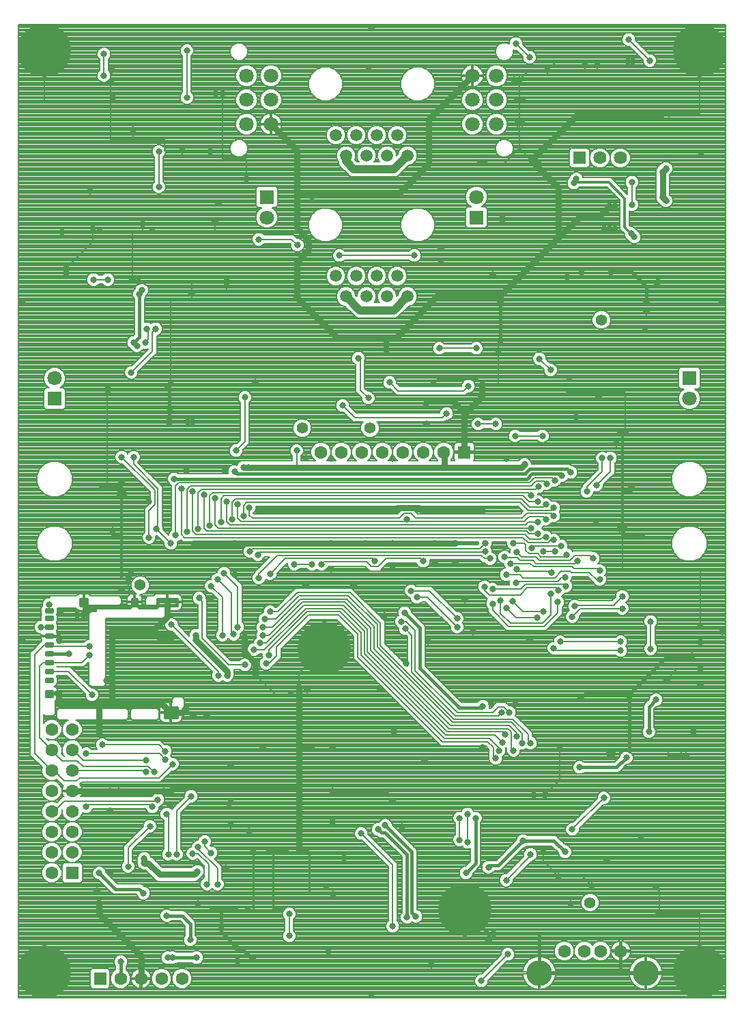
<source format=gbl>
G75*
%MOIN*%
%OFA0B0*%
%FSLAX25Y25*%
%IPPOS*%
%LPD*%
%AMOC8*
5,1,8,0,0,1.08239X$1,22.5*
%
%ADD10C,0.05906*%
%ADD11C,0.25984*%
%ADD12C,0.07087*%
%ADD13R,0.07087X0.07087*%
%ADD14R,0.06300X0.06300*%
%ADD15C,0.06300*%
%ADD16C,0.01739*%
%ADD17C,0.01715*%
%ADD18C,0.01733*%
%ADD19C,0.01753*%
%ADD20C,0.06299*%
%ADD21C,0.12598*%
%ADD22R,0.06400X0.06400*%
%ADD23C,0.06400*%
%ADD24R,0.06299X0.06299*%
%ADD25C,0.05512*%
%ADD26C,0.03150*%
%ADD27C,0.00787*%
%ADD28C,0.03150*%
%ADD29C,0.01575*%
%ADD30C,0.01181*%
%ADD31C,0.01102*%
%ADD32C,0.02362*%
%ADD33C,0.03543*%
%ADD34C,0.03937*%
D10*
X0317598Y0474954D03*
X0327598Y0474954D03*
X0337598Y0474954D03*
X0347598Y0474954D03*
X0342598Y0484954D03*
X0332598Y0484954D03*
X0322598Y0484954D03*
X0312598Y0484954D03*
X0317598Y0543852D03*
X0327598Y0543852D03*
X0322598Y0553852D03*
X0332598Y0553852D03*
X0337598Y0543852D03*
X0347598Y0543852D03*
X0342598Y0553852D03*
X0312598Y0553852D03*
D11*
X0170295Y0595033D03*
X0490295Y0595033D03*
X0306870Y0303261D03*
X0375768Y0175309D03*
X0490295Y0145033D03*
X0170295Y0145033D03*
D12*
X0175295Y0435033D03*
X0278917Y0513616D03*
X0280886Y0559167D03*
X0280886Y0570978D03*
X0280886Y0582789D03*
X0269075Y0582789D03*
X0269075Y0570978D03*
X0269075Y0559167D03*
X0379311Y0559167D03*
X0391122Y0559167D03*
X0391122Y0570978D03*
X0379311Y0570978D03*
X0379311Y0582789D03*
X0391122Y0582789D03*
X0381279Y0523616D03*
X0485295Y0425033D03*
D13*
X0485295Y0435033D03*
X0381279Y0513616D03*
X0278917Y0523616D03*
X0175295Y0425033D03*
D14*
X0183917Y0193458D03*
X0197500Y0141844D03*
D15*
X0207500Y0141844D03*
X0217500Y0141844D03*
X0227500Y0141844D03*
X0237500Y0141844D03*
X0173917Y0193458D03*
X0173917Y0203458D03*
X0183917Y0203458D03*
X0183917Y0213458D03*
X0173917Y0213458D03*
X0173917Y0223458D03*
X0183917Y0223458D03*
X0183917Y0233458D03*
X0173917Y0233458D03*
X0173917Y0243458D03*
X0183917Y0243458D03*
X0183917Y0253458D03*
X0173917Y0253458D03*
X0173917Y0263458D03*
X0183917Y0263458D03*
D16*
X0174091Y0288002D02*
X0171145Y0288002D01*
X0174091Y0288002D02*
X0174091Y0287024D01*
X0171145Y0287024D01*
X0171145Y0288002D01*
X0171145Y0292333D02*
X0174091Y0292333D01*
X0174091Y0291355D01*
X0171145Y0291355D01*
X0171145Y0292333D01*
X0171145Y0296664D02*
X0174091Y0296664D01*
X0174091Y0295686D01*
X0171145Y0295686D01*
X0171145Y0296664D01*
X0171145Y0300995D02*
X0174091Y0300995D01*
X0174091Y0300017D01*
X0171145Y0300017D01*
X0171145Y0300995D01*
X0171145Y0305325D02*
X0174091Y0305325D01*
X0174091Y0304347D01*
X0171145Y0304347D01*
X0171145Y0305325D01*
X0171145Y0309656D02*
X0174091Y0309656D01*
X0174091Y0308678D01*
X0171145Y0308678D01*
X0171145Y0309656D01*
X0171145Y0313987D02*
X0174091Y0313987D01*
X0174091Y0313009D01*
X0171145Y0313009D01*
X0171145Y0313987D01*
X0171145Y0318317D02*
X0174091Y0318317D01*
X0174091Y0317339D01*
X0171145Y0317339D01*
X0171145Y0318317D01*
X0171145Y0322058D02*
X0174091Y0322058D01*
X0174091Y0321080D01*
X0171145Y0321080D01*
X0171145Y0322058D01*
D17*
X0171133Y0282109D02*
X0174103Y0282109D01*
X0174103Y0279925D01*
X0171133Y0279925D01*
X0171133Y0282109D01*
X0171133Y0281639D02*
X0174103Y0281639D01*
X0213258Y0327187D02*
X0215442Y0327187D01*
X0215442Y0324217D01*
X0213258Y0324217D01*
X0213258Y0327187D01*
X0213258Y0325931D02*
X0215442Y0325931D01*
D18*
X0225669Y0327178D02*
X0234921Y0327178D01*
X0234921Y0324226D01*
X0225669Y0324226D01*
X0225669Y0327178D01*
X0225669Y0325958D02*
X0234921Y0325958D01*
X0191023Y0327178D02*
X0188071Y0327178D01*
X0191023Y0327178D02*
X0191023Y0324226D01*
X0188071Y0324226D01*
X0188071Y0327178D01*
X0188071Y0325958D02*
X0191023Y0325958D01*
D19*
X0234911Y0274019D02*
X0234911Y0269511D01*
X0229223Y0269511D01*
X0229223Y0274019D01*
X0234911Y0274019D01*
X0234911Y0271263D02*
X0229223Y0271263D01*
X0229223Y0273015D02*
X0234911Y0273015D01*
D20*
X0305335Y0398931D03*
X0315335Y0398931D03*
X0325335Y0398931D03*
X0335335Y0398931D03*
X0345335Y0398931D03*
X0355335Y0398931D03*
X0365335Y0398931D03*
X0424193Y0155230D03*
X0434035Y0155230D03*
X0441909Y0155230D03*
X0451752Y0155230D03*
D21*
X0463957Y0144600D03*
X0411988Y0144600D03*
D22*
X0431516Y0542631D03*
D23*
X0441516Y0542631D03*
X0451516Y0542631D03*
D24*
X0375335Y0398931D03*
D25*
X0329311Y0410742D03*
X0296240Y0410742D03*
X0217106Y0333970D03*
X0436791Y0178852D03*
X0442303Y0463498D03*
D26*
X0463563Y0459561D03*
X0464350Y0467435D03*
X0464350Y0472553D03*
X0469862Y0482002D03*
X0447027Y0486726D03*
X0432775Y0486726D03*
X0425689Y0484364D03*
X0443484Y0507986D03*
X0446240Y0507986D03*
X0448996Y0507986D03*
X0456870Y0505624D03*
X0458445Y0504049D03*
X0457264Y0519797D03*
X0448996Y0519009D03*
X0446240Y0519009D03*
X0457264Y0530820D03*
X0472224Y0535939D03*
X0473799Y0537513D03*
X0491122Y0544994D03*
X0475374Y0564285D03*
X0472224Y0564285D03*
X0458445Y0563104D03*
X0440138Y0587907D03*
X0434232Y0587907D03*
X0415925Y0585545D03*
X0407264Y0591844D03*
X0400571Y0598537D03*
X0399783Y0580820D03*
X0402146Y0580820D03*
X0401358Y0570978D03*
X0403720Y0570978D03*
X0403720Y0559561D03*
X0401358Y0559561D03*
X0411594Y0540269D03*
X0411594Y0537907D03*
X0428917Y0530427D03*
X0430098Y0532395D03*
X0393878Y0513498D03*
X0393878Y0511135D03*
X0389153Y0485939D03*
X0393090Y0475309D03*
X0393090Y0472553D03*
X0382460Y0476096D03*
X0363957Y0491450D03*
X0363957Y0498537D03*
X0350964Y0494994D03*
X0314350Y0494994D03*
X0293878Y0500112D03*
X0293484Y0486726D03*
X0293484Y0484364D03*
X0293484Y0476883D03*
X0293484Y0474521D03*
X0274980Y0502868D03*
X0253720Y0511923D03*
X0255295Y0520584D03*
X0269075Y0532395D03*
X0251358Y0545781D03*
X0237579Y0546175D03*
X0226161Y0545781D03*
X0213563Y0551687D03*
X0213563Y0556411D03*
X0203720Y0572159D03*
X0202539Y0579639D03*
X0199390Y0582789D03*
X0203327Y0585545D03*
X0199390Y0593419D03*
X0239941Y0594994D03*
X0239941Y0572159D03*
X0254114Y0574128D03*
X0257264Y0574128D03*
X0226161Y0528458D03*
X0218287Y0510348D03*
X0223012Y0507198D03*
X0213169Y0483576D03*
X0216319Y0482002D03*
X0217894Y0478065D03*
X0216712Y0476096D03*
X0201358Y0483183D03*
X0194272Y0483183D03*
X0180886Y0486332D03*
X0180886Y0488694D03*
X0178917Y0506411D03*
X0193878Y0507986D03*
X0197421Y0507198D03*
X0192697Y0526490D03*
X0159232Y0472553D03*
X0201358Y0431214D03*
X0201358Y0428852D03*
X0212775Y0437907D03*
X0215531Y0450899D03*
X0213957Y0452474D03*
X0219468Y0452474D03*
X0220256Y0459167D03*
X0224586Y0459167D03*
X0242303Y0476490D03*
X0259232Y0480033D03*
X0259232Y0482395D03*
X0273405Y0433183D03*
X0268287Y0425702D03*
X0242697Y0413891D03*
X0240335Y0413891D03*
X0231279Y0413104D03*
X0231279Y0415860D03*
X0231673Y0420191D03*
X0230492Y0430820D03*
X0232067Y0432395D03*
X0213957Y0396569D03*
X0208051Y0396569D03*
X0208051Y0383970D03*
X0206870Y0378458D03*
X0209232Y0378458D03*
X0200964Y0382002D03*
X0198602Y0382002D03*
X0203720Y0360742D03*
X0204508Y0357986D03*
X0221437Y0357198D03*
X0224980Y0361529D03*
X0234429Y0358380D03*
X0232067Y0354443D03*
X0239941Y0359954D03*
X0245453Y0361529D03*
X0250964Y0363104D03*
X0256476Y0364679D03*
X0261988Y0366254D03*
X0267500Y0367828D03*
X0270256Y0371765D03*
X0274586Y0370191D03*
X0264744Y0373340D03*
X0259232Y0374915D03*
X0253720Y0376490D03*
X0248209Y0378065D03*
X0242697Y0379639D03*
X0237185Y0381214D03*
X0233642Y0385939D03*
X0239547Y0389876D03*
X0221437Y0374915D03*
X0258445Y0389876D03*
X0263169Y0389482D03*
X0267500Y0391450D03*
X0269862Y0391450D03*
X0263957Y0399718D03*
X0293484Y0399718D03*
X0297815Y0396175D03*
X0310335Y0395781D03*
X0310413Y0370191D03*
X0326949Y0370191D03*
X0340335Y0370191D03*
X0347421Y0366254D03*
X0340335Y0354443D03*
X0340335Y0343419D03*
X0331673Y0345781D03*
X0326949Y0354443D03*
X0310413Y0354443D03*
X0305689Y0344206D03*
X0300964Y0344206D03*
X0292303Y0344206D03*
X0297815Y0333970D03*
X0310413Y0341844D03*
X0321437Y0333970D03*
X0336398Y0319009D03*
X0344665Y0316254D03*
X0346634Y0312710D03*
X0346240Y0320584D03*
X0352146Y0328065D03*
X0349390Y0331214D03*
X0355295Y0345781D03*
X0360807Y0344994D03*
X0360807Y0354443D03*
X0371043Y0354443D03*
X0371043Y0344994D03*
X0385610Y0350506D03*
X0385610Y0354443D03*
X0387972Y0346962D03*
X0395059Y0347750D03*
X0397815Y0344600D03*
X0400964Y0341844D03*
X0395846Y0339088D03*
X0400571Y0335151D03*
X0398996Y0326096D03*
X0395846Y0322946D03*
X0393090Y0326490D03*
X0389153Y0324915D03*
X0389153Y0332002D03*
X0385216Y0333183D03*
X0375768Y0326883D03*
X0371831Y0317828D03*
X0371831Y0313498D03*
X0379705Y0311135D03*
X0357657Y0306411D03*
X0347027Y0295781D03*
X0334429Y0283183D03*
X0341122Y0262317D03*
X0356083Y0248143D03*
X0337185Y0232002D03*
X0340335Y0228458D03*
X0336791Y0216647D03*
X0333248Y0214679D03*
X0324980Y0212710D03*
X0316712Y0200899D03*
X0310807Y0218616D03*
X0297815Y0204836D03*
X0287972Y0204836D03*
X0280098Y0204836D03*
X0272224Y0204836D03*
X0270256Y0213891D03*
X0261201Y0216647D03*
X0261201Y0227671D03*
X0261201Y0235545D03*
X0261201Y0245781D03*
X0276949Y0254443D03*
X0249783Y0270191D03*
X0243090Y0270191D03*
X0239547Y0273340D03*
X0255295Y0289876D03*
X0259626Y0289876D03*
X0259626Y0291844D03*
X0268287Y0294994D03*
X0272618Y0302474D03*
X0275768Y0305624D03*
X0276949Y0309561D03*
X0276949Y0313498D03*
X0278130Y0317435D03*
X0280492Y0320978D03*
X0264744Y0313498D03*
X0262775Y0309954D03*
X0257264Y0309561D03*
X0244272Y0309561D03*
X0244272Y0307198D03*
X0232854Y0308773D03*
X0232460Y0314679D03*
X0245846Y0327671D03*
X0251358Y0327277D03*
X0251752Y0333576D03*
X0254901Y0336726D03*
X0258051Y0339876D03*
X0263169Y0339088D03*
X0274980Y0337513D03*
X0280492Y0339482D03*
X0274586Y0348931D03*
X0270649Y0350506D03*
X0263169Y0354443D03*
X0212775Y0339482D03*
X0211201Y0337120D03*
X0208051Y0331608D03*
X0208445Y0323734D03*
X0203327Y0311135D03*
X0192303Y0304049D03*
X0192303Y0299718D03*
X0182460Y0300506D03*
X0177736Y0306805D03*
X0168681Y0313498D03*
X0159232Y0307198D03*
X0178130Y0320584D03*
X0172618Y0324521D03*
X0186398Y0319403D03*
X0189153Y0319403D03*
X0200571Y0287513D03*
X0203327Y0283970D03*
X0206476Y0275702D03*
X0193484Y0280427D03*
X0176555Y0281214D03*
X0198602Y0256017D03*
X0190728Y0251687D03*
X0202146Y0233380D03*
X0206476Y0233380D03*
X0202146Y0223734D03*
X0190728Y0225702D03*
X0219862Y0242631D03*
X0223799Y0242631D03*
X0219862Y0248537D03*
X0229311Y0248931D03*
X0229311Y0252868D03*
X0232854Y0246569D03*
X0228523Y0233380D03*
X0225768Y0229246D03*
X0223012Y0225702D03*
X0230098Y0222159D03*
X0231673Y0226490D03*
X0241909Y0230820D03*
X0221831Y0216254D03*
X0219075Y0200506D03*
X0219075Y0198143D03*
X0211201Y0196569D03*
X0202146Y0193419D03*
X0197027Y0193419D03*
X0195846Y0184915D03*
X0197027Y0178852D03*
X0218681Y0183576D03*
X0230098Y0172553D03*
X0241516Y0160742D03*
X0244665Y0152080D03*
X0232854Y0152080D03*
X0230492Y0152080D03*
X0217500Y0150506D03*
X0207657Y0150112D03*
X0245453Y0178458D03*
X0252146Y0175309D03*
X0254901Y0175309D03*
X0263563Y0175309D03*
X0269468Y0175309D03*
X0283642Y0175309D03*
X0286004Y0175309D03*
X0289941Y0173340D03*
X0289941Y0162710D03*
X0271831Y0151293D03*
X0264744Y0150506D03*
X0264744Y0156411D03*
X0256476Y0167041D03*
X0254901Y0187907D03*
X0249783Y0187907D03*
X0243484Y0192631D03*
X0245059Y0194206D03*
X0242697Y0202868D03*
X0245453Y0206017D03*
X0248602Y0208773D03*
X0251752Y0203261D03*
X0258838Y0195781D03*
X0234823Y0202474D03*
X0230886Y0202474D03*
X0300571Y0254443D03*
X0310807Y0254443D03*
X0310807Y0233576D03*
X0345059Y0216254D03*
X0373012Y0220191D03*
X0376949Y0222159D03*
X0380886Y0220191D03*
X0376949Y0208380D03*
X0373012Y0209561D03*
X0387185Y0196175D03*
X0395846Y0189876D03*
X0407657Y0202474D03*
X0413957Y0203655D03*
X0424586Y0203655D03*
X0428130Y0214679D03*
X0414744Y0231608D03*
X0409232Y0231608D03*
X0404114Y0209167D03*
X0421437Y0191844D03*
X0427342Y0178458D03*
X0437579Y0187120D03*
X0445059Y0199324D03*
X0461594Y0211135D03*
X0443484Y0230033D03*
X0431673Y0244994D03*
X0421831Y0255230D03*
X0407657Y0256805D03*
X0403720Y0256805D03*
X0400964Y0259954D03*
X0395453Y0261135D03*
X0393878Y0257198D03*
X0392303Y0253261D03*
X0390728Y0249324D03*
X0384429Y0254836D03*
X0399390Y0253261D03*
X0397421Y0271765D03*
X0393484Y0271765D03*
X0388760Y0275702D03*
X0384429Y0274915D03*
X0400177Y0275702D03*
X0432067Y0278458D03*
X0456083Y0278065D03*
X0456083Y0280820D03*
X0469075Y0278065D03*
X0474193Y0287907D03*
X0490728Y0285545D03*
X0490728Y0293025D03*
X0486791Y0299324D03*
X0490728Y0306017D03*
X0490728Y0313891D03*
X0501358Y0311135D03*
X0466319Y0316254D03*
X0466319Y0302868D03*
X0451752Y0302080D03*
X0451752Y0306411D03*
X0452539Y0322553D03*
X0452539Y0328458D03*
X0441516Y0336726D03*
X0441516Y0341057D03*
X0438366Y0346962D03*
X0430492Y0345781D03*
X0425374Y0348931D03*
X0422618Y0353261D03*
X0419468Y0350506D03*
X0413957Y0350506D03*
X0408445Y0352080D03*
X0411201Y0359167D03*
X0408051Y0361923D03*
X0411201Y0364679D03*
X0415138Y0366254D03*
X0419075Y0367828D03*
X0419075Y0371765D03*
X0415138Y0373340D03*
X0411201Y0374915D03*
X0408051Y0377671D03*
X0411594Y0382002D03*
X0415531Y0383576D03*
X0419468Y0385151D03*
X0423012Y0387513D03*
X0427342Y0389088D03*
X0435216Y0379639D03*
X0439941Y0382789D03*
X0442697Y0395978D03*
X0446634Y0396175D03*
X0449586Y0403261D03*
X0451752Y0408773D03*
X0454114Y0408773D03*
X0441122Y0425702D03*
X0428917Y0428065D03*
X0426555Y0428065D03*
X0426555Y0435151D03*
X0417500Y0439088D03*
X0411988Y0444600D03*
X0393090Y0452080D03*
X0391909Y0448931D03*
X0381279Y0449718D03*
X0363169Y0449718D03*
X0360413Y0432395D03*
X0356870Y0424128D03*
X0356476Y0421569D03*
X0366712Y0417828D03*
X0356870Y0412710D03*
X0340335Y0395781D03*
X0328523Y0425309D03*
X0338957Y0432986D03*
X0337185Y0447356D03*
X0337185Y0449718D03*
X0337185Y0452080D03*
X0337185Y0454443D03*
X0323602Y0444797D03*
X0315925Y0421765D03*
X0377342Y0431214D03*
X0382067Y0412710D03*
X0390728Y0412710D03*
X0400177Y0406805D03*
X0395846Y0395781D03*
X0403327Y0391450D03*
X0404901Y0393025D03*
X0413563Y0406805D03*
X0430098Y0416254D03*
X0456870Y0382002D03*
X0456083Y0379639D03*
X0439547Y0365072D03*
X0451358Y0361529D03*
X0453720Y0361529D03*
X0459232Y0357986D03*
X0461988Y0357986D03*
X0424586Y0337907D03*
X0424980Y0333576D03*
X0421437Y0331608D03*
X0417500Y0329639D03*
X0421043Y0325702D03*
X0429311Y0323734D03*
X0428130Y0318616D03*
X0422224Y0306411D03*
X0419075Y0303261D03*
X0407264Y0307198D03*
X0410807Y0318222D03*
X0413957Y0320978D03*
X0417894Y0340269D03*
X0400964Y0350112D03*
X0399390Y0354443D03*
X0415138Y0357592D03*
X0419075Y0356017D03*
X0384429Y0370584D03*
X0371043Y0370584D03*
X0360807Y0370584D03*
X0280098Y0299718D03*
X0278523Y0295781D03*
X0290728Y0280820D03*
X0294665Y0283970D03*
X0298602Y0282789D03*
X0376161Y0193419D03*
X0351752Y0172159D03*
X0347421Y0171765D03*
X0340335Y0167435D03*
X0359232Y0148537D03*
X0383642Y0140663D03*
X0396634Y0153655D03*
X0387185Y0159954D03*
X0389547Y0163891D03*
X0330098Y0133970D03*
X0308838Y0155230D03*
X0311201Y0183183D03*
X0308051Y0186726D03*
X0445846Y0251687D03*
X0447815Y0251687D03*
X0454508Y0249718D03*
X0465531Y0262317D03*
X0481279Y0250899D03*
X0483642Y0250899D03*
X0469075Y0186332D03*
X0470256Y0173734D03*
X0472618Y0173734D03*
X0501358Y0472553D03*
X0473799Y0521765D03*
X0472224Y0523340D03*
X0465925Y0590269D03*
X0457657Y0589876D03*
X0455295Y0589876D03*
X0455689Y0600506D03*
X0385216Y0540269D03*
X0382854Y0540269D03*
X0328523Y0586726D03*
X0330098Y0606017D03*
X0300964Y0523734D03*
D27*
X0157677Y0607651D02*
X0157677Y0132415D01*
X0502913Y0132415D01*
X0502913Y0607651D01*
X0157677Y0607651D01*
X0157677Y0607082D02*
X0502913Y0607082D01*
X0502913Y0606296D02*
X0157677Y0606296D01*
X0157677Y0605510D02*
X0502913Y0605510D01*
X0502913Y0604724D02*
X0157677Y0604724D01*
X0157677Y0603939D02*
X0502913Y0603939D01*
X0502913Y0603153D02*
X0457774Y0603153D01*
X0457584Y0603342D02*
X0456354Y0603852D01*
X0455023Y0603852D01*
X0453793Y0603342D01*
X0452852Y0602401D01*
X0452342Y0601171D01*
X0452342Y0599840D01*
X0452852Y0598610D01*
X0453793Y0597669D01*
X0455023Y0597159D01*
X0455973Y0597159D01*
X0462579Y0590553D01*
X0462579Y0589604D01*
X0463088Y0588374D01*
X0464029Y0587432D01*
X0465259Y0586923D01*
X0466591Y0586923D01*
X0467821Y0587432D01*
X0468762Y0588374D01*
X0469272Y0589604D01*
X0469272Y0590935D01*
X0468762Y0592165D01*
X0467821Y0593106D01*
X0466591Y0593616D01*
X0465641Y0593616D01*
X0459035Y0600221D01*
X0459035Y0601171D01*
X0458526Y0602401D01*
X0457584Y0603342D01*
X0458540Y0602367D02*
X0502913Y0602367D01*
X0502913Y0601581D02*
X0458866Y0601581D01*
X0459035Y0600795D02*
X0502913Y0600795D01*
X0502913Y0600009D02*
X0459248Y0600009D01*
X0460034Y0599223D02*
X0502913Y0599223D01*
X0502913Y0598437D02*
X0460819Y0598437D01*
X0461605Y0597651D02*
X0502913Y0597651D01*
X0502913Y0596865D02*
X0462391Y0596865D01*
X0463177Y0596079D02*
X0502913Y0596079D01*
X0502913Y0595294D02*
X0463963Y0595294D01*
X0464749Y0594508D02*
X0502913Y0594508D01*
X0502913Y0593722D02*
X0465535Y0593722D01*
X0467991Y0592936D02*
X0502913Y0592936D01*
X0502913Y0592150D02*
X0468768Y0592150D01*
X0469094Y0591364D02*
X0502913Y0591364D01*
X0502913Y0590578D02*
X0469272Y0590578D01*
X0469272Y0589792D02*
X0502913Y0589792D01*
X0502913Y0589006D02*
X0469024Y0589006D01*
X0468609Y0588220D02*
X0502913Y0588220D01*
X0502913Y0587434D02*
X0467823Y0587434D01*
X0465925Y0590269D02*
X0455689Y0600506D01*
X0452598Y0599223D02*
X0403909Y0599223D01*
X0403917Y0599203D02*
X0403408Y0600433D01*
X0402466Y0601374D01*
X0401236Y0601883D01*
X0399905Y0601883D01*
X0398675Y0601374D01*
X0397734Y0600433D01*
X0397224Y0599203D01*
X0397224Y0598309D01*
X0395723Y0598931D01*
X0394001Y0598931D01*
X0392409Y0598271D01*
X0391191Y0597053D01*
X0390531Y0595461D01*
X0390531Y0593739D01*
X0391191Y0592147D01*
X0392409Y0590929D01*
X0394001Y0590269D01*
X0395723Y0590269D01*
X0397315Y0590929D01*
X0398533Y0592147D01*
X0399193Y0593739D01*
X0399193Y0595461D01*
X0399181Y0595491D01*
X0399905Y0595191D01*
X0400855Y0595191D01*
X0403917Y0592128D01*
X0403917Y0591178D01*
X0404427Y0589948D01*
X0405368Y0589007D01*
X0406598Y0588498D01*
X0407929Y0588498D01*
X0409159Y0589007D01*
X0410101Y0589948D01*
X0410610Y0591178D01*
X0410610Y0592510D01*
X0410101Y0593740D01*
X0409159Y0594681D01*
X0407929Y0595191D01*
X0406979Y0595191D01*
X0403917Y0598253D01*
X0403917Y0599203D01*
X0403917Y0598437D02*
X0453025Y0598437D01*
X0453835Y0597651D02*
X0404519Y0597651D01*
X0405305Y0596865D02*
X0456267Y0596865D01*
X0457053Y0596079D02*
X0406091Y0596079D01*
X0406876Y0595294D02*
X0457839Y0595294D01*
X0458624Y0594508D02*
X0409333Y0594508D01*
X0410108Y0593722D02*
X0459410Y0593722D01*
X0460196Y0592936D02*
X0410434Y0592936D01*
X0410610Y0592150D02*
X0460982Y0592150D01*
X0461768Y0591364D02*
X0410610Y0591364D01*
X0410361Y0590578D02*
X0462554Y0590578D01*
X0462579Y0589792D02*
X0409944Y0589792D01*
X0409157Y0589006D02*
X0462826Y0589006D01*
X0463241Y0588220D02*
X0242106Y0588220D01*
X0242106Y0587434D02*
X0266401Y0587434D01*
X0266064Y0587295D02*
X0264569Y0585800D01*
X0263760Y0583846D01*
X0263760Y0581732D01*
X0264569Y0579778D01*
X0266064Y0578283D01*
X0268017Y0577474D01*
X0270132Y0577474D01*
X0272085Y0578283D01*
X0273580Y0579778D01*
X0274390Y0581732D01*
X0274390Y0583846D01*
X0273580Y0585800D01*
X0272085Y0587295D01*
X0270132Y0588104D01*
X0268017Y0588104D01*
X0266064Y0587295D01*
X0265418Y0586648D02*
X0242106Y0586648D01*
X0242106Y0585863D02*
X0264632Y0585863D01*
X0264269Y0585077D02*
X0242106Y0585077D01*
X0242106Y0584291D02*
X0263944Y0584291D01*
X0263760Y0583505D02*
X0242106Y0583505D01*
X0242106Y0582719D02*
X0263760Y0582719D01*
X0263760Y0581933D02*
X0242106Y0581933D01*
X0242106Y0581147D02*
X0264002Y0581147D01*
X0264327Y0580361D02*
X0242106Y0580361D01*
X0242106Y0579575D02*
X0264772Y0579575D01*
X0265558Y0578789D02*
X0242106Y0578789D01*
X0242106Y0578003D02*
X0266739Y0578003D01*
X0268017Y0576293D02*
X0266064Y0575484D01*
X0264569Y0573989D01*
X0263760Y0572035D01*
X0263760Y0569921D01*
X0264569Y0567967D01*
X0266064Y0566472D01*
X0268017Y0565663D01*
X0270132Y0565663D01*
X0272085Y0566472D01*
X0273580Y0567967D01*
X0274390Y0569921D01*
X0274390Y0572035D01*
X0273580Y0573989D01*
X0272085Y0575484D01*
X0270132Y0576293D01*
X0268017Y0576293D01*
X0266455Y0575646D02*
X0242106Y0575646D01*
X0242106Y0576432D02*
X0299652Y0576432D01*
X0299331Y0577207D02*
X0300589Y0574169D01*
X0302915Y0571843D01*
X0305954Y0570584D01*
X0309243Y0570584D01*
X0312282Y0571843D01*
X0314607Y0574169D01*
X0315866Y0577207D01*
X0315866Y0580497D01*
X0314607Y0583535D01*
X0312282Y0585861D01*
X0309243Y0587120D01*
X0305954Y0587120D01*
X0302915Y0585861D01*
X0300589Y0583535D01*
X0299331Y0580497D01*
X0299331Y0577207D01*
X0299331Y0577218D02*
X0242106Y0577218D01*
X0242106Y0574860D02*
X0265440Y0574860D01*
X0264654Y0574074D02*
X0242759Y0574074D01*
X0242778Y0574055D02*
X0242106Y0574726D01*
X0242106Y0592426D01*
X0242778Y0593098D01*
X0243287Y0594328D01*
X0243287Y0595659D01*
X0242778Y0596889D01*
X0241836Y0597831D01*
X0240606Y0598340D01*
X0239275Y0598340D01*
X0238045Y0597831D01*
X0237104Y0596889D01*
X0236594Y0595659D01*
X0236594Y0594328D01*
X0237104Y0593098D01*
X0237775Y0592426D01*
X0237775Y0574726D01*
X0237104Y0574055D01*
X0236594Y0572825D01*
X0236594Y0571493D01*
X0237104Y0570263D01*
X0238045Y0569322D01*
X0239275Y0568813D01*
X0240606Y0568813D01*
X0241836Y0569322D01*
X0242778Y0570263D01*
X0243287Y0571493D01*
X0243287Y0572825D01*
X0242778Y0574055D01*
X0243095Y0573288D02*
X0264279Y0573288D01*
X0263953Y0572502D02*
X0243287Y0572502D01*
X0243287Y0571716D02*
X0263760Y0571716D01*
X0263760Y0570930D02*
X0243054Y0570930D01*
X0242659Y0570144D02*
X0263760Y0570144D01*
X0263993Y0569358D02*
X0241873Y0569358D01*
X0239941Y0572159D02*
X0239941Y0594994D01*
X0243036Y0593722D02*
X0261011Y0593722D01*
X0261004Y0593739D02*
X0261663Y0592147D01*
X0262881Y0590929D01*
X0264473Y0590269D01*
X0266196Y0590269D01*
X0267788Y0590929D01*
X0269006Y0592147D01*
X0269665Y0593739D01*
X0269665Y0595461D01*
X0269006Y0597053D01*
X0267788Y0598271D01*
X0266196Y0598931D01*
X0264473Y0598931D01*
X0262881Y0598271D01*
X0261663Y0597053D01*
X0261004Y0595461D01*
X0261004Y0593739D01*
X0261004Y0594508D02*
X0243287Y0594508D01*
X0243287Y0595294D02*
X0261004Y0595294D01*
X0261260Y0596079D02*
X0243113Y0596079D01*
X0242788Y0596865D02*
X0261585Y0596865D01*
X0262261Y0597651D02*
X0242016Y0597651D01*
X0237866Y0597651D02*
X0157677Y0597651D01*
X0157677Y0596865D02*
X0237094Y0596865D01*
X0236768Y0596079D02*
X0201462Y0596079D01*
X0201285Y0596256D02*
X0200055Y0596765D01*
X0198724Y0596765D01*
X0197494Y0596256D01*
X0196553Y0595315D01*
X0196043Y0594085D01*
X0196043Y0592753D01*
X0196553Y0591523D01*
X0197224Y0590852D01*
X0197224Y0585356D01*
X0196553Y0584685D01*
X0196043Y0583455D01*
X0196043Y0582123D01*
X0196553Y0580893D01*
X0197494Y0579952D01*
X0198724Y0579443D01*
X0200055Y0579443D01*
X0201285Y0579952D01*
X0202227Y0580893D01*
X0202736Y0582123D01*
X0202736Y0583455D01*
X0202227Y0584685D01*
X0201555Y0585356D01*
X0201555Y0590852D01*
X0202227Y0591523D01*
X0202736Y0592753D01*
X0202736Y0594085D01*
X0202227Y0595315D01*
X0201285Y0596256D01*
X0202235Y0595294D02*
X0236594Y0595294D01*
X0236594Y0594508D02*
X0202561Y0594508D01*
X0202736Y0593722D02*
X0236846Y0593722D01*
X0237266Y0592936D02*
X0202736Y0592936D01*
X0202486Y0592150D02*
X0237775Y0592150D01*
X0237775Y0591364D02*
X0202067Y0591364D01*
X0201555Y0590578D02*
X0237775Y0590578D01*
X0237775Y0589792D02*
X0201555Y0589792D01*
X0201555Y0589006D02*
X0237775Y0589006D01*
X0237775Y0588220D02*
X0201555Y0588220D01*
X0201555Y0587434D02*
X0237775Y0587434D01*
X0237775Y0586648D02*
X0201555Y0586648D01*
X0201555Y0585863D02*
X0237775Y0585863D01*
X0237775Y0585077D02*
X0201835Y0585077D01*
X0202539Y0585545D02*
X0202539Y0579639D01*
X0202539Y0570584D01*
X0170295Y0570584D01*
X0170295Y0595033D01*
X0157677Y0595294D02*
X0196544Y0595294D01*
X0196218Y0594508D02*
X0157677Y0594508D01*
X0157677Y0593722D02*
X0196043Y0593722D01*
X0196043Y0592936D02*
X0157677Y0592936D01*
X0157677Y0592150D02*
X0196293Y0592150D01*
X0196712Y0591364D02*
X0157677Y0591364D01*
X0157677Y0590578D02*
X0197224Y0590578D01*
X0197224Y0589792D02*
X0157677Y0589792D01*
X0157677Y0589006D02*
X0197224Y0589006D01*
X0197224Y0588220D02*
X0157677Y0588220D01*
X0157677Y0587434D02*
X0197224Y0587434D01*
X0197224Y0586648D02*
X0157677Y0586648D01*
X0157677Y0585863D02*
X0197224Y0585863D01*
X0196945Y0585077D02*
X0157677Y0585077D01*
X0157677Y0584291D02*
X0196389Y0584291D01*
X0196064Y0583505D02*
X0157677Y0583505D01*
X0157677Y0582719D02*
X0196043Y0582719D01*
X0196122Y0581933D02*
X0157677Y0581933D01*
X0157677Y0581147D02*
X0196448Y0581147D01*
X0197085Y0580361D02*
X0157677Y0580361D01*
X0157677Y0579575D02*
X0198404Y0579575D01*
X0200376Y0579575D02*
X0237775Y0579575D01*
X0237775Y0578789D02*
X0157677Y0578789D01*
X0157677Y0578003D02*
X0237775Y0578003D01*
X0237775Y0577218D02*
X0157677Y0577218D01*
X0157677Y0576432D02*
X0237775Y0576432D01*
X0237775Y0575646D02*
X0157677Y0575646D01*
X0157677Y0574860D02*
X0237775Y0574860D01*
X0237123Y0574074D02*
X0157677Y0574074D01*
X0157677Y0573288D02*
X0236786Y0573288D01*
X0236594Y0572502D02*
X0157677Y0572502D01*
X0157677Y0571716D02*
X0236594Y0571716D01*
X0236828Y0570930D02*
X0157677Y0570930D01*
X0157677Y0570144D02*
X0237223Y0570144D01*
X0238009Y0569358D02*
X0157677Y0569358D01*
X0157677Y0568572D02*
X0264318Y0568572D01*
X0264750Y0567787D02*
X0157677Y0567787D01*
X0157677Y0567001D02*
X0265535Y0567001D01*
X0266685Y0566215D02*
X0157677Y0566215D01*
X0157677Y0565429D02*
X0502913Y0565429D01*
X0502913Y0566215D02*
X0393511Y0566215D01*
X0394133Y0566472D02*
X0395628Y0567967D01*
X0396437Y0569921D01*
X0396437Y0572035D01*
X0395628Y0573989D01*
X0394133Y0575484D01*
X0392179Y0576293D01*
X0390065Y0576293D01*
X0388111Y0575484D01*
X0386616Y0573989D01*
X0385807Y0572035D01*
X0385807Y0569921D01*
X0386616Y0567967D01*
X0388111Y0566472D01*
X0390065Y0565663D01*
X0392179Y0565663D01*
X0394133Y0566472D01*
X0394661Y0567001D02*
X0502913Y0567001D01*
X0502913Y0567787D02*
X0395447Y0567787D01*
X0395878Y0568572D02*
X0502913Y0568572D01*
X0502913Y0569358D02*
X0396204Y0569358D01*
X0396437Y0570144D02*
X0502913Y0570144D01*
X0502913Y0570930D02*
X0396437Y0570930D01*
X0396437Y0571716D02*
X0502913Y0571716D01*
X0502913Y0572502D02*
X0396243Y0572502D01*
X0395918Y0573288D02*
X0502913Y0573288D01*
X0502913Y0574074D02*
X0395542Y0574074D01*
X0394757Y0574860D02*
X0502913Y0574860D01*
X0502913Y0575646D02*
X0393742Y0575646D01*
X0393457Y0578003D02*
X0502913Y0578003D01*
X0502913Y0577218D02*
X0360866Y0577218D01*
X0360866Y0577207D02*
X0359607Y0574169D01*
X0357282Y0571843D01*
X0354243Y0570584D01*
X0350954Y0570584D01*
X0347915Y0571843D01*
X0345589Y0574169D01*
X0344331Y0577207D01*
X0344331Y0580497D01*
X0345589Y0583535D01*
X0347915Y0585861D01*
X0350954Y0587120D01*
X0354243Y0587120D01*
X0357282Y0585861D01*
X0359607Y0583535D01*
X0360866Y0580497D01*
X0360866Y0577207D01*
X0360866Y0578003D02*
X0376996Y0578003D01*
X0377271Y0577863D02*
X0378066Y0577605D01*
X0378893Y0577474D01*
X0378917Y0577474D01*
X0378917Y0582395D01*
X0379705Y0582395D01*
X0379705Y0583183D01*
X0384626Y0583183D01*
X0384626Y0583207D01*
X0384495Y0584034D01*
X0384236Y0584829D01*
X0383857Y0585575D01*
X0383365Y0586251D01*
X0382773Y0586843D01*
X0382097Y0587335D01*
X0381351Y0587715D01*
X0380555Y0587973D01*
X0379729Y0588104D01*
X0379705Y0588104D01*
X0379705Y0583183D01*
X0378917Y0583183D01*
X0378917Y0588104D01*
X0378893Y0588104D01*
X0378066Y0587973D01*
X0377271Y0587715D01*
X0376525Y0587335D01*
X0375848Y0586843D01*
X0375257Y0586251D01*
X0374765Y0585575D01*
X0374385Y0584829D01*
X0374127Y0584034D01*
X0373996Y0583207D01*
X0373996Y0583183D01*
X0378917Y0583183D01*
X0378917Y0582395D01*
X0373996Y0582395D01*
X0373996Y0582371D01*
X0374127Y0581544D01*
X0374385Y0580749D01*
X0374765Y0580003D01*
X0375257Y0579327D01*
X0375848Y0578735D01*
X0376525Y0578243D01*
X0377271Y0577863D01*
X0378917Y0578003D02*
X0379705Y0578003D01*
X0379705Y0577474D02*
X0379729Y0577474D01*
X0380555Y0577605D01*
X0381351Y0577863D01*
X0382097Y0578243D01*
X0382773Y0578735D01*
X0383365Y0579327D01*
X0383857Y0580003D01*
X0384236Y0580749D01*
X0384495Y0581544D01*
X0384626Y0582371D01*
X0384626Y0582395D01*
X0379705Y0582395D01*
X0379705Y0577474D01*
X0379705Y0578789D02*
X0378917Y0578789D01*
X0378917Y0579575D02*
X0379705Y0579575D01*
X0379705Y0580361D02*
X0378917Y0580361D01*
X0378917Y0581147D02*
X0379705Y0581147D01*
X0379705Y0581933D02*
X0378917Y0581933D01*
X0378917Y0582719D02*
X0359945Y0582719D01*
X0359620Y0583505D02*
X0374043Y0583505D01*
X0374210Y0584291D02*
X0358852Y0584291D01*
X0358066Y0585077D02*
X0374511Y0585077D01*
X0374974Y0585863D02*
X0357278Y0585863D01*
X0355380Y0586648D02*
X0375654Y0586648D01*
X0376721Y0587434D02*
X0283559Y0587434D01*
X0283896Y0587295D02*
X0281943Y0588104D01*
X0279828Y0588104D01*
X0277875Y0587295D01*
X0276380Y0585800D01*
X0275571Y0583846D01*
X0275571Y0581732D01*
X0276380Y0579778D01*
X0277875Y0578283D01*
X0279828Y0577474D01*
X0281943Y0577474D01*
X0283896Y0578283D01*
X0285391Y0579778D01*
X0286201Y0581732D01*
X0286201Y0583846D01*
X0285391Y0585800D01*
X0283896Y0587295D01*
X0284543Y0586648D02*
X0304816Y0586648D01*
X0302919Y0585863D02*
X0285329Y0585863D01*
X0285691Y0585077D02*
X0302131Y0585077D01*
X0301345Y0584291D02*
X0286017Y0584291D01*
X0286201Y0583505D02*
X0300577Y0583505D01*
X0300251Y0582719D02*
X0286201Y0582719D01*
X0286201Y0581933D02*
X0299926Y0581933D01*
X0299600Y0581147D02*
X0285958Y0581147D01*
X0285633Y0580361D02*
X0299331Y0580361D01*
X0299331Y0579575D02*
X0285188Y0579575D01*
X0284403Y0578789D02*
X0299331Y0578789D01*
X0299331Y0578003D02*
X0283221Y0578003D01*
X0281943Y0576293D02*
X0279828Y0576293D01*
X0277875Y0575484D01*
X0276380Y0573989D01*
X0275571Y0572035D01*
X0275571Y0569921D01*
X0276380Y0567967D01*
X0277875Y0566472D01*
X0279828Y0565663D01*
X0281943Y0565663D01*
X0283896Y0566472D01*
X0285391Y0567967D01*
X0286201Y0569921D01*
X0286201Y0572035D01*
X0285391Y0573989D01*
X0283896Y0575484D01*
X0281943Y0576293D01*
X0283505Y0575646D02*
X0299977Y0575646D01*
X0300303Y0574860D02*
X0284520Y0574860D01*
X0285306Y0574074D02*
X0300684Y0574074D01*
X0301470Y0573288D02*
X0285682Y0573288D01*
X0286007Y0572502D02*
X0302256Y0572502D01*
X0303221Y0571716D02*
X0286201Y0571716D01*
X0286201Y0570930D02*
X0305119Y0570930D01*
X0310078Y0570930D02*
X0350119Y0570930D01*
X0348221Y0571716D02*
X0311975Y0571716D01*
X0312941Y0572502D02*
X0347256Y0572502D01*
X0346470Y0573288D02*
X0313727Y0573288D01*
X0314512Y0574074D02*
X0345684Y0574074D01*
X0345303Y0574860D02*
X0314894Y0574860D01*
X0315219Y0575646D02*
X0344977Y0575646D01*
X0344652Y0576432D02*
X0315545Y0576432D01*
X0315866Y0577218D02*
X0344331Y0577218D01*
X0344331Y0578003D02*
X0315866Y0578003D01*
X0315866Y0578789D02*
X0344331Y0578789D01*
X0344331Y0579575D02*
X0315866Y0579575D01*
X0315866Y0580361D02*
X0344331Y0580361D01*
X0344600Y0581147D02*
X0315597Y0581147D01*
X0315271Y0581933D02*
X0344926Y0581933D01*
X0345251Y0582719D02*
X0314945Y0582719D01*
X0314620Y0583505D02*
X0345577Y0583505D01*
X0346345Y0584291D02*
X0313852Y0584291D01*
X0313066Y0585077D02*
X0347131Y0585077D01*
X0347919Y0585863D02*
X0312278Y0585863D01*
X0310380Y0586648D02*
X0349816Y0586648D01*
X0360271Y0581933D02*
X0374065Y0581933D01*
X0374256Y0581147D02*
X0360597Y0581147D01*
X0360866Y0580361D02*
X0374583Y0580361D01*
X0375076Y0579575D02*
X0360866Y0579575D01*
X0360866Y0578789D02*
X0375794Y0578789D01*
X0376691Y0575646D02*
X0360219Y0575646D01*
X0360545Y0576432D02*
X0502913Y0576432D01*
X0502913Y0578789D02*
X0394639Y0578789D01*
X0394133Y0578283D02*
X0395628Y0579778D01*
X0396437Y0581732D01*
X0396437Y0583846D01*
X0395628Y0585800D01*
X0394133Y0587295D01*
X0392179Y0588104D01*
X0390065Y0588104D01*
X0388111Y0587295D01*
X0386616Y0585800D01*
X0385807Y0583846D01*
X0385807Y0581732D01*
X0386616Y0579778D01*
X0388111Y0578283D01*
X0390065Y0577474D01*
X0392179Y0577474D01*
X0394133Y0578283D01*
X0395425Y0579575D02*
X0502913Y0579575D01*
X0502913Y0580361D02*
X0395869Y0580361D01*
X0396195Y0581147D02*
X0502913Y0581147D01*
X0502913Y0581933D02*
X0396437Y0581933D01*
X0396437Y0582719D02*
X0502913Y0582719D01*
X0502913Y0583505D02*
X0396437Y0583505D01*
X0396253Y0584291D02*
X0502913Y0584291D01*
X0502913Y0585077D02*
X0395927Y0585077D01*
X0395565Y0585863D02*
X0502913Y0585863D01*
X0502913Y0586648D02*
X0394779Y0586648D01*
X0393796Y0587434D02*
X0464027Y0587434D01*
X0455295Y0589876D02*
X0420256Y0589876D01*
X0415925Y0585545D01*
X0406870Y0585545D01*
X0402146Y0580820D01*
X0402146Y0571765D01*
X0401358Y0570978D01*
X0402146Y0571765D02*
X0402146Y0559561D01*
X0401358Y0559561D01*
X0402146Y0559561D02*
X0402146Y0547356D01*
X0395059Y0540269D01*
X0385216Y0540269D01*
X0391191Y0544903D02*
X0392409Y0543685D01*
X0394001Y0543025D01*
X0395723Y0543025D01*
X0397315Y0543685D01*
X0398533Y0544903D01*
X0399193Y0546494D01*
X0399193Y0548217D01*
X0398533Y0549809D01*
X0397315Y0551027D01*
X0395723Y0551687D01*
X0394001Y0551687D01*
X0392409Y0551027D01*
X0391191Y0549809D01*
X0390531Y0548217D01*
X0390531Y0546494D01*
X0391191Y0544903D01*
X0391152Y0544995D02*
X0352238Y0544995D01*
X0352323Y0544792D02*
X0351603Y0546528D01*
X0350274Y0547857D01*
X0348538Y0548576D01*
X0346659Y0548576D01*
X0344922Y0547857D01*
X0343593Y0546528D01*
X0342874Y0544792D01*
X0342874Y0544417D01*
X0342323Y0543866D01*
X0342323Y0544792D01*
X0341603Y0546528D01*
X0340274Y0547857D01*
X0338538Y0548576D01*
X0336659Y0548576D01*
X0334922Y0547857D01*
X0333593Y0546528D01*
X0332874Y0544792D01*
X0332874Y0542912D01*
X0333593Y0541176D01*
X0333909Y0540860D01*
X0331287Y0540860D01*
X0331603Y0541176D01*
X0332323Y0542912D01*
X0332323Y0544792D01*
X0331603Y0546528D01*
X0330274Y0547857D01*
X0328538Y0548576D01*
X0326659Y0548576D01*
X0324922Y0547857D01*
X0323593Y0546528D01*
X0322874Y0544792D01*
X0322874Y0542912D01*
X0323593Y0541176D01*
X0323909Y0540860D01*
X0322986Y0540860D01*
X0321916Y0541930D01*
X0322323Y0542912D01*
X0322323Y0544792D01*
X0321603Y0546528D01*
X0320274Y0547857D01*
X0318538Y0548576D01*
X0316659Y0548576D01*
X0314922Y0547857D01*
X0313593Y0546528D01*
X0312874Y0544792D01*
X0312874Y0542912D01*
X0313593Y0541176D01*
X0313858Y0540911D01*
X0313858Y0540214D01*
X0314428Y0538840D01*
X0318266Y0535001D01*
X0319318Y0533949D01*
X0320693Y0533380D01*
X0341610Y0533380D01*
X0342985Y0533949D01*
X0348163Y0539128D01*
X0348538Y0539128D01*
X0350274Y0539847D01*
X0351603Y0541176D01*
X0352323Y0542912D01*
X0352323Y0544792D01*
X0352323Y0544209D02*
X0391884Y0544209D01*
X0393040Y0543423D02*
X0352323Y0543423D01*
X0352209Y0542637D02*
X0426544Y0542637D01*
X0426544Y0541851D02*
X0351883Y0541851D01*
X0351493Y0541066D02*
X0426544Y0541066D01*
X0426544Y0540280D02*
X0350707Y0540280D01*
X0349422Y0539494D02*
X0426544Y0539494D01*
X0426544Y0538708D02*
X0347743Y0538708D01*
X0346958Y0537922D02*
X0427320Y0537922D01*
X0427582Y0537660D02*
X0435449Y0537660D01*
X0436487Y0538698D01*
X0436487Y0546565D01*
X0435449Y0547603D01*
X0427582Y0547603D01*
X0426544Y0546565D01*
X0426544Y0538698D01*
X0427582Y0537660D01*
X0428203Y0535232D02*
X0427261Y0534291D01*
X0426752Y0533061D01*
X0426752Y0532994D01*
X0426080Y0532322D01*
X0425571Y0531092D01*
X0425571Y0529761D01*
X0426080Y0528531D01*
X0427022Y0527590D01*
X0428252Y0527080D01*
X0429583Y0527080D01*
X0430813Y0527590D01*
X0431681Y0528458D01*
X0444868Y0528458D01*
X0451358Y0521968D01*
X0451358Y0507795D01*
X0453523Y0505629D01*
X0453523Y0504958D01*
X0454033Y0503728D01*
X0454974Y0502787D01*
X0455422Y0502601D01*
X0455608Y0502153D01*
X0456549Y0501212D01*
X0457779Y0500702D01*
X0459110Y0500702D01*
X0460340Y0501212D01*
X0461282Y0502153D01*
X0461791Y0503383D01*
X0461791Y0504714D01*
X0461282Y0505944D01*
X0460340Y0506886D01*
X0459892Y0507071D01*
X0459707Y0507519D01*
X0458766Y0508461D01*
X0457536Y0508970D01*
X0456864Y0508970D01*
X0456083Y0509752D01*
X0456083Y0516664D01*
X0456598Y0516450D01*
X0457929Y0516450D01*
X0459159Y0516960D01*
X0460101Y0517901D01*
X0460610Y0519131D01*
X0460610Y0520462D01*
X0460101Y0521692D01*
X0459429Y0522364D01*
X0459429Y0528253D01*
X0460101Y0528925D01*
X0460610Y0530155D01*
X0460610Y0531486D01*
X0460101Y0532716D01*
X0459159Y0533657D01*
X0457929Y0534167D01*
X0456598Y0534167D01*
X0455368Y0533657D01*
X0454427Y0532716D01*
X0453917Y0531486D01*
X0453917Y0530155D01*
X0454427Y0528925D01*
X0455098Y0528253D01*
X0455098Y0524909D01*
X0446825Y0533183D01*
X0433394Y0533183D01*
X0432935Y0534291D01*
X0431994Y0535232D01*
X0430764Y0535742D01*
X0429433Y0535742D01*
X0428203Y0535232D01*
X0427749Y0534778D02*
X0343814Y0534778D01*
X0343028Y0533992D02*
X0427138Y0533992D01*
X0426812Y0533206D02*
X0228327Y0533206D01*
X0228327Y0532420D02*
X0426178Y0532420D01*
X0425795Y0531635D02*
X0228327Y0531635D01*
X0228327Y0531026D02*
X0228327Y0543214D01*
X0228998Y0543885D01*
X0229508Y0545115D01*
X0229508Y0546447D01*
X0228998Y0547677D01*
X0228057Y0548618D01*
X0226827Y0549128D01*
X0225496Y0549128D01*
X0224266Y0548618D01*
X0223324Y0547677D01*
X0222815Y0546447D01*
X0222815Y0545115D01*
X0223324Y0543885D01*
X0223996Y0543214D01*
X0223996Y0531026D01*
X0223324Y0530354D01*
X0222815Y0529124D01*
X0222815Y0527793D01*
X0223324Y0526563D01*
X0224266Y0525621D01*
X0225496Y0525112D01*
X0226827Y0525112D01*
X0228057Y0525621D01*
X0228998Y0526563D01*
X0229508Y0527793D01*
X0229508Y0529124D01*
X0228998Y0530354D01*
X0228327Y0531026D01*
X0228503Y0530849D02*
X0425571Y0530849D01*
X0425571Y0530063D02*
X0229119Y0530063D01*
X0229444Y0529277D02*
X0425771Y0529277D01*
X0426120Y0528491D02*
X0383398Y0528491D01*
X0384290Y0528122D02*
X0382337Y0528931D01*
X0380222Y0528931D01*
X0378269Y0528122D01*
X0376774Y0526626D01*
X0375964Y0524673D01*
X0375964Y0522559D01*
X0376774Y0520605D01*
X0378269Y0519110D01*
X0378701Y0518931D01*
X0377002Y0518931D01*
X0375964Y0517893D01*
X0375964Y0509339D01*
X0377002Y0508301D01*
X0385557Y0508301D01*
X0386594Y0509339D01*
X0386594Y0517893D01*
X0385557Y0518931D01*
X0383857Y0518931D01*
X0384290Y0519110D01*
X0385785Y0520605D01*
X0386594Y0522559D01*
X0386594Y0524673D01*
X0385785Y0526626D01*
X0384290Y0528122D01*
X0384707Y0527705D02*
X0426906Y0527705D01*
X0430928Y0527705D02*
X0445621Y0527705D01*
X0446407Y0526919D02*
X0385493Y0526919D01*
X0385990Y0526133D02*
X0447193Y0526133D01*
X0447979Y0525347D02*
X0386315Y0525347D01*
X0386594Y0524561D02*
X0448765Y0524561D01*
X0449551Y0523775D02*
X0386594Y0523775D01*
X0386594Y0522990D02*
X0450337Y0522990D01*
X0451123Y0522204D02*
X0386447Y0522204D01*
X0386122Y0521418D02*
X0451358Y0521418D01*
X0451358Y0520632D02*
X0385796Y0520632D01*
X0385026Y0519846D02*
X0451358Y0519846D01*
X0451358Y0519060D02*
X0384169Y0519060D01*
X0386213Y0518274D02*
X0451358Y0518274D01*
X0451358Y0517488D02*
X0386594Y0517488D01*
X0386594Y0516702D02*
X0451358Y0516702D01*
X0451358Y0515916D02*
X0386594Y0515916D01*
X0386594Y0515130D02*
X0451358Y0515130D01*
X0451358Y0514344D02*
X0386594Y0514344D01*
X0386594Y0513559D02*
X0451358Y0513559D01*
X0451358Y0512773D02*
X0386594Y0512773D01*
X0386594Y0511987D02*
X0451358Y0511987D01*
X0451358Y0511201D02*
X0386594Y0511201D01*
X0386594Y0510415D02*
X0451358Y0510415D01*
X0451358Y0509629D02*
X0386594Y0509629D01*
X0386099Y0508843D02*
X0451358Y0508843D01*
X0451358Y0508057D02*
X0360761Y0508057D01*
X0360866Y0508310D02*
X0359607Y0505271D01*
X0357282Y0502945D01*
X0354243Y0501687D01*
X0350954Y0501687D01*
X0347915Y0502945D01*
X0345589Y0505271D01*
X0344331Y0508310D01*
X0344331Y0511599D01*
X0345589Y0514638D01*
X0347915Y0516963D01*
X0350954Y0518222D01*
X0354243Y0518222D01*
X0357282Y0516963D01*
X0359607Y0514638D01*
X0360866Y0511599D01*
X0360866Y0508310D01*
X0360866Y0508843D02*
X0376460Y0508843D01*
X0375964Y0509629D02*
X0360866Y0509629D01*
X0360866Y0510415D02*
X0375964Y0510415D01*
X0375964Y0511201D02*
X0360866Y0511201D01*
X0360705Y0511987D02*
X0375964Y0511987D01*
X0375964Y0512773D02*
X0360380Y0512773D01*
X0360054Y0513559D02*
X0375964Y0513559D01*
X0375964Y0514344D02*
X0359729Y0514344D01*
X0359115Y0515130D02*
X0375964Y0515130D01*
X0375964Y0515916D02*
X0358329Y0515916D01*
X0357543Y0516702D02*
X0375964Y0516702D01*
X0375964Y0517488D02*
X0356015Y0517488D01*
X0349182Y0517488D02*
X0311015Y0517488D01*
X0312282Y0516963D02*
X0309243Y0518222D01*
X0305954Y0518222D01*
X0302915Y0516963D01*
X0300589Y0514638D01*
X0299331Y0511599D01*
X0299331Y0508310D01*
X0300589Y0505271D01*
X0302915Y0502945D01*
X0305954Y0501687D01*
X0309243Y0501687D01*
X0312282Y0502945D01*
X0314607Y0505271D01*
X0315866Y0508310D01*
X0315866Y0511599D01*
X0314607Y0514638D01*
X0312282Y0516963D01*
X0312543Y0516702D02*
X0347654Y0516702D01*
X0346868Y0515916D02*
X0313329Y0515916D01*
X0314115Y0515130D02*
X0346082Y0515130D01*
X0345468Y0514344D02*
X0314729Y0514344D01*
X0315054Y0513559D02*
X0345142Y0513559D01*
X0344817Y0512773D02*
X0315380Y0512773D01*
X0315705Y0511987D02*
X0344491Y0511987D01*
X0344331Y0511201D02*
X0315866Y0511201D01*
X0315866Y0510415D02*
X0344331Y0510415D01*
X0344331Y0509629D02*
X0315866Y0509629D01*
X0315866Y0508843D02*
X0344331Y0508843D01*
X0344435Y0508057D02*
X0315761Y0508057D01*
X0315436Y0507271D02*
X0344761Y0507271D01*
X0345086Y0506485D02*
X0315110Y0506485D01*
X0314785Y0505699D02*
X0345412Y0505699D01*
X0345947Y0504914D02*
X0314250Y0504914D01*
X0313464Y0504128D02*
X0346733Y0504128D01*
X0347519Y0503342D02*
X0312678Y0503342D01*
X0311341Y0502556D02*
X0348855Y0502556D01*
X0350753Y0501770D02*
X0309444Y0501770D01*
X0305753Y0501770D02*
X0296813Y0501770D01*
X0296715Y0502007D02*
X0295773Y0502949D01*
X0294543Y0503458D01*
X0293594Y0503458D01*
X0293287Y0503765D01*
X0292019Y0505033D01*
X0277547Y0505033D01*
X0276876Y0505705D01*
X0275646Y0506214D01*
X0274315Y0506214D01*
X0273085Y0505705D01*
X0272143Y0504763D01*
X0271634Y0503533D01*
X0271634Y0502202D01*
X0272143Y0500972D01*
X0273085Y0500031D01*
X0274315Y0499521D01*
X0275646Y0499521D01*
X0276876Y0500031D01*
X0277547Y0500702D01*
X0290225Y0500702D01*
X0290531Y0500396D01*
X0290531Y0499446D01*
X0291041Y0498216D01*
X0291982Y0497275D01*
X0293212Y0496765D01*
X0294543Y0496765D01*
X0295773Y0497275D01*
X0296715Y0498216D01*
X0297224Y0499446D01*
X0297224Y0500777D01*
X0296715Y0502007D01*
X0296166Y0502556D02*
X0303855Y0502556D01*
X0302519Y0503342D02*
X0294825Y0503342D01*
X0292924Y0504128D02*
X0301733Y0504128D01*
X0300947Y0504914D02*
X0292138Y0504914D01*
X0291122Y0502868D02*
X0274980Y0502868D01*
X0271880Y0504128D02*
X0157677Y0504128D01*
X0157677Y0504914D02*
X0272293Y0504914D01*
X0273079Y0505699D02*
X0157677Y0505699D01*
X0157677Y0506485D02*
X0300086Y0506485D01*
X0300412Y0505699D02*
X0276881Y0505699D01*
X0277860Y0508301D02*
X0279974Y0508301D01*
X0281928Y0509110D01*
X0283423Y0510605D01*
X0284232Y0512559D01*
X0284232Y0514673D01*
X0283423Y0516626D01*
X0281928Y0518122D01*
X0281495Y0518301D01*
X0283194Y0518301D01*
X0284232Y0519339D01*
X0284232Y0527893D01*
X0283194Y0528931D01*
X0274640Y0528931D01*
X0273602Y0527893D01*
X0273602Y0519339D01*
X0274640Y0518301D01*
X0276339Y0518301D01*
X0275906Y0518122D01*
X0274411Y0516626D01*
X0273602Y0514673D01*
X0273602Y0512559D01*
X0274411Y0510605D01*
X0275906Y0509110D01*
X0277860Y0508301D01*
X0276551Y0508843D02*
X0157677Y0508843D01*
X0157677Y0508057D02*
X0299435Y0508057D01*
X0299331Y0508843D02*
X0281284Y0508843D01*
X0282447Y0509629D02*
X0299331Y0509629D01*
X0299331Y0510415D02*
X0283233Y0510415D01*
X0283670Y0511201D02*
X0299331Y0511201D01*
X0299491Y0511987D02*
X0283995Y0511987D01*
X0284232Y0512773D02*
X0299817Y0512773D01*
X0300142Y0513559D02*
X0284232Y0513559D01*
X0284232Y0514344D02*
X0300468Y0514344D01*
X0301082Y0515130D02*
X0284043Y0515130D01*
X0283717Y0515916D02*
X0301868Y0515916D01*
X0302654Y0516702D02*
X0283347Y0516702D01*
X0282561Y0517488D02*
X0304182Y0517488D01*
X0299761Y0507271D02*
X0157677Y0507271D01*
X0157677Y0509629D02*
X0275387Y0509629D01*
X0274602Y0510415D02*
X0157677Y0510415D01*
X0157677Y0511201D02*
X0274165Y0511201D01*
X0273839Y0511987D02*
X0157677Y0511987D01*
X0157677Y0512773D02*
X0273602Y0512773D01*
X0273602Y0513559D02*
X0157677Y0513559D01*
X0157677Y0514344D02*
X0273602Y0514344D01*
X0273792Y0515130D02*
X0157677Y0515130D01*
X0157677Y0515916D02*
X0274117Y0515916D01*
X0274487Y0516702D02*
X0157677Y0516702D01*
X0157677Y0517488D02*
X0275273Y0517488D01*
X0276275Y0518274D02*
X0157677Y0518274D01*
X0157677Y0519060D02*
X0273881Y0519060D01*
X0273602Y0519846D02*
X0157677Y0519846D01*
X0157677Y0520632D02*
X0273602Y0520632D01*
X0273602Y0521418D02*
X0157677Y0521418D01*
X0157677Y0522204D02*
X0273602Y0522204D01*
X0273602Y0522990D02*
X0157677Y0522990D01*
X0157677Y0523775D02*
X0273602Y0523775D01*
X0273602Y0524561D02*
X0157677Y0524561D01*
X0157677Y0525347D02*
X0224927Y0525347D01*
X0223754Y0526133D02*
X0157677Y0526133D01*
X0157677Y0526919D02*
X0223177Y0526919D01*
X0222851Y0527705D02*
X0157677Y0527705D01*
X0157677Y0528491D02*
X0222815Y0528491D01*
X0222878Y0529277D02*
X0157677Y0529277D01*
X0157677Y0530063D02*
X0223204Y0530063D01*
X0223819Y0530849D02*
X0157677Y0530849D01*
X0157677Y0531635D02*
X0223996Y0531635D01*
X0223996Y0532420D02*
X0157677Y0532420D01*
X0157677Y0533206D02*
X0223996Y0533206D01*
X0223996Y0533992D02*
X0157677Y0533992D01*
X0157677Y0534778D02*
X0223996Y0534778D01*
X0223996Y0535564D02*
X0157677Y0535564D01*
X0157677Y0536350D02*
X0223996Y0536350D01*
X0223996Y0537136D02*
X0157677Y0537136D01*
X0157677Y0537922D02*
X0223996Y0537922D01*
X0223996Y0538708D02*
X0157677Y0538708D01*
X0157677Y0539494D02*
X0223996Y0539494D01*
X0223996Y0540280D02*
X0157677Y0540280D01*
X0157677Y0541066D02*
X0223996Y0541066D01*
X0223996Y0541851D02*
X0157677Y0541851D01*
X0157677Y0542637D02*
X0223996Y0542637D01*
X0223787Y0543423D02*
X0157677Y0543423D01*
X0157677Y0544209D02*
X0223190Y0544209D01*
X0222865Y0544995D02*
X0157677Y0544995D01*
X0157677Y0545781D02*
X0222815Y0545781D01*
X0222865Y0546567D02*
X0157677Y0546567D01*
X0157677Y0547353D02*
X0223190Y0547353D01*
X0223786Y0548139D02*
X0157677Y0548139D01*
X0157677Y0548925D02*
X0225006Y0548925D01*
X0227317Y0548925D02*
X0261297Y0548925D01*
X0261004Y0548217D02*
X0261004Y0546494D01*
X0261663Y0544903D01*
X0262881Y0543685D01*
X0264473Y0543025D01*
X0266196Y0543025D01*
X0267788Y0543685D01*
X0269006Y0544903D01*
X0269665Y0546494D01*
X0269665Y0548217D01*
X0269006Y0549809D01*
X0267788Y0551027D01*
X0266196Y0551687D01*
X0264473Y0551687D01*
X0262881Y0551027D01*
X0261663Y0549809D01*
X0261004Y0548217D01*
X0261004Y0548139D02*
X0228536Y0548139D01*
X0229132Y0547353D02*
X0261004Y0547353D01*
X0261004Y0546567D02*
X0229458Y0546567D01*
X0228917Y0546175D02*
X0237579Y0546175D01*
X0229508Y0545781D02*
X0261299Y0545781D01*
X0261625Y0544995D02*
X0229458Y0544995D01*
X0229132Y0544209D02*
X0262357Y0544209D01*
X0263512Y0543423D02*
X0228536Y0543423D01*
X0228327Y0542637D02*
X0312988Y0542637D01*
X0312874Y0543423D02*
X0267157Y0543423D01*
X0268312Y0544209D02*
X0312874Y0544209D01*
X0312958Y0544995D02*
X0269044Y0544995D01*
X0269370Y0545781D02*
X0313284Y0545781D01*
X0313632Y0546567D02*
X0269665Y0546567D01*
X0269665Y0547353D02*
X0314418Y0547353D01*
X0315602Y0548139D02*
X0269665Y0548139D01*
X0269372Y0548925D02*
X0390824Y0548925D01*
X0390531Y0548139D02*
X0349595Y0548139D01*
X0350779Y0547353D02*
X0390531Y0547353D01*
X0390531Y0546567D02*
X0351565Y0546567D01*
X0351913Y0545781D02*
X0390827Y0545781D01*
X0391150Y0549711D02*
X0344946Y0549711D01*
X0345274Y0549847D02*
X0346603Y0551176D01*
X0347323Y0552912D01*
X0347323Y0554792D01*
X0346603Y0556528D01*
X0345274Y0557857D01*
X0343538Y0558576D01*
X0341659Y0558576D01*
X0339922Y0557857D01*
X0338593Y0556528D01*
X0337874Y0554792D01*
X0337874Y0552912D01*
X0338593Y0551176D01*
X0339922Y0549847D01*
X0341659Y0549128D01*
X0343538Y0549128D01*
X0345274Y0549847D01*
X0345924Y0550496D02*
X0391878Y0550496D01*
X0393025Y0551282D02*
X0346648Y0551282D01*
X0346973Y0552068D02*
X0502913Y0552068D01*
X0502913Y0551282D02*
X0396699Y0551282D01*
X0397846Y0550496D02*
X0502913Y0550496D01*
X0502913Y0549711D02*
X0398574Y0549711D01*
X0398900Y0548925D02*
X0502913Y0548925D01*
X0502913Y0548139D02*
X0399193Y0548139D01*
X0399193Y0547353D02*
X0427331Y0547353D01*
X0426546Y0546567D02*
X0399193Y0546567D01*
X0398897Y0545781D02*
X0426544Y0545781D01*
X0426544Y0544995D02*
X0398572Y0544995D01*
X0397840Y0544209D02*
X0426544Y0544209D01*
X0426544Y0543423D02*
X0396684Y0543423D01*
X0402146Y0547356D02*
X0408051Y0541450D01*
X0394683Y0555212D02*
X0502913Y0555212D01*
X0502913Y0555998D02*
X0395469Y0555998D01*
X0395628Y0556156D02*
X0396437Y0558110D01*
X0396437Y0560224D01*
X0395628Y0562178D01*
X0394133Y0563673D01*
X0392179Y0564482D01*
X0390065Y0564482D01*
X0388111Y0563673D01*
X0386616Y0562178D01*
X0385807Y0560224D01*
X0385807Y0558110D01*
X0386616Y0556156D01*
X0388111Y0554661D01*
X0390065Y0553852D01*
X0392179Y0553852D01*
X0394133Y0554661D01*
X0395628Y0556156D01*
X0395888Y0556784D02*
X0502913Y0556784D01*
X0502913Y0557570D02*
X0396213Y0557570D01*
X0396437Y0558356D02*
X0502913Y0558356D01*
X0502913Y0559142D02*
X0396437Y0559142D01*
X0396437Y0559927D02*
X0502913Y0559927D01*
X0502913Y0560713D02*
X0396234Y0560713D01*
X0395909Y0561499D02*
X0502913Y0561499D01*
X0502913Y0562285D02*
X0395520Y0562285D01*
X0394734Y0563071D02*
X0502913Y0563071D01*
X0502913Y0563857D02*
X0393688Y0563857D01*
X0388556Y0563857D02*
X0381877Y0563857D01*
X0382322Y0563673D02*
X0380368Y0564482D01*
X0378254Y0564482D01*
X0376300Y0563673D01*
X0374805Y0562178D01*
X0373996Y0560224D01*
X0373996Y0558110D01*
X0374805Y0556156D01*
X0376300Y0554661D01*
X0378254Y0553852D01*
X0380368Y0553852D01*
X0382322Y0554661D01*
X0383817Y0556156D01*
X0384626Y0558110D01*
X0384626Y0560224D01*
X0383817Y0562178D01*
X0382322Y0563673D01*
X0382923Y0563071D02*
X0387510Y0563071D01*
X0386724Y0562285D02*
X0383709Y0562285D01*
X0384098Y0561499D02*
X0386335Y0561499D01*
X0386010Y0560713D02*
X0384423Y0560713D01*
X0384626Y0559927D02*
X0385807Y0559927D01*
X0385807Y0559142D02*
X0384626Y0559142D01*
X0384626Y0558356D02*
X0385807Y0558356D01*
X0386031Y0557570D02*
X0384402Y0557570D01*
X0384077Y0556784D02*
X0386356Y0556784D01*
X0386774Y0555998D02*
X0383658Y0555998D01*
X0382872Y0555212D02*
X0387560Y0555212D01*
X0388679Y0554426D02*
X0381754Y0554426D01*
X0376868Y0554426D02*
X0347323Y0554426D01*
X0347323Y0553640D02*
X0502913Y0553640D01*
X0502913Y0552854D02*
X0347299Y0552854D01*
X0347149Y0555212D02*
X0375749Y0555212D01*
X0374963Y0555998D02*
X0346823Y0555998D01*
X0346348Y0556784D02*
X0374545Y0556784D01*
X0374220Y0557570D02*
X0345562Y0557570D01*
X0344071Y0558356D02*
X0373996Y0558356D01*
X0373996Y0559142D02*
X0281279Y0559142D01*
X0281279Y0558773D02*
X0281279Y0559561D01*
X0280492Y0559561D01*
X0280492Y0564482D01*
X0280467Y0564482D01*
X0279641Y0564351D01*
X0278845Y0564092D01*
X0278100Y0563713D01*
X0277423Y0563221D01*
X0276832Y0562629D01*
X0276340Y0561953D01*
X0275960Y0561207D01*
X0275702Y0560412D01*
X0275571Y0559585D01*
X0275571Y0559561D01*
X0280492Y0559561D01*
X0280492Y0558773D01*
X0281279Y0558773D01*
X0281279Y0553852D01*
X0281304Y0553852D01*
X0282130Y0553983D01*
X0282926Y0554241D01*
X0283671Y0554621D01*
X0284348Y0555113D01*
X0284940Y0555704D01*
X0285431Y0556381D01*
X0285811Y0557127D01*
X0286070Y0557922D01*
X0286201Y0558749D01*
X0286201Y0558773D01*
X0281279Y0558773D01*
X0281279Y0558356D02*
X0280492Y0558356D01*
X0280492Y0558773D02*
X0280492Y0553852D01*
X0280467Y0553852D01*
X0279641Y0553983D01*
X0278845Y0554241D01*
X0278100Y0554621D01*
X0277423Y0555113D01*
X0276832Y0555704D01*
X0276340Y0556381D01*
X0275960Y0557127D01*
X0275702Y0557922D01*
X0275571Y0558749D01*
X0275571Y0558773D01*
X0280492Y0558773D01*
X0280492Y0559142D02*
X0274390Y0559142D01*
X0274390Y0559927D02*
X0275625Y0559927D01*
X0275800Y0560713D02*
X0274187Y0560713D01*
X0274390Y0560224D02*
X0273580Y0562178D01*
X0272085Y0563673D01*
X0270132Y0564482D01*
X0268017Y0564482D01*
X0266064Y0563673D01*
X0264569Y0562178D01*
X0263760Y0560224D01*
X0263760Y0558110D01*
X0264569Y0556156D01*
X0266064Y0554661D01*
X0268017Y0553852D01*
X0270132Y0553852D01*
X0272085Y0554661D01*
X0273580Y0556156D01*
X0274390Y0558110D01*
X0274390Y0560224D01*
X0273861Y0561499D02*
X0276109Y0561499D01*
X0276582Y0562285D02*
X0273473Y0562285D01*
X0272687Y0563071D02*
X0277273Y0563071D01*
X0278383Y0563857D02*
X0271641Y0563857D01*
X0271464Y0566215D02*
X0278496Y0566215D01*
X0277347Y0567001D02*
X0272614Y0567001D01*
X0273400Y0567787D02*
X0276561Y0567787D01*
X0276129Y0568572D02*
X0273831Y0568572D01*
X0274157Y0569358D02*
X0275804Y0569358D01*
X0275571Y0570144D02*
X0274390Y0570144D01*
X0274390Y0570930D02*
X0275571Y0570930D01*
X0275571Y0571716D02*
X0274390Y0571716D01*
X0274196Y0572502D02*
X0275764Y0572502D01*
X0276090Y0573288D02*
X0273871Y0573288D01*
X0273495Y0574074D02*
X0276465Y0574074D01*
X0277251Y0574860D02*
X0272709Y0574860D01*
X0271694Y0575646D02*
X0278266Y0575646D01*
X0278550Y0578003D02*
X0271410Y0578003D01*
X0272592Y0578789D02*
X0277369Y0578789D01*
X0276583Y0579575D02*
X0273377Y0579575D01*
X0273822Y0580361D02*
X0276138Y0580361D01*
X0275813Y0581147D02*
X0274147Y0581147D01*
X0274390Y0581933D02*
X0275571Y0581933D01*
X0275571Y0582719D02*
X0274390Y0582719D01*
X0274390Y0583505D02*
X0275571Y0583505D01*
X0275755Y0584291D02*
X0274205Y0584291D01*
X0273880Y0585077D02*
X0276080Y0585077D01*
X0276443Y0585863D02*
X0273518Y0585863D01*
X0272732Y0586648D02*
X0277229Y0586648D01*
X0278212Y0587434D02*
X0271748Y0587434D01*
X0268223Y0591364D02*
X0391974Y0591364D01*
X0391189Y0592150D02*
X0269007Y0592150D01*
X0269333Y0592936D02*
X0390864Y0592936D01*
X0390538Y0593722D02*
X0269658Y0593722D01*
X0269665Y0594508D02*
X0390531Y0594508D01*
X0390531Y0595294D02*
X0269665Y0595294D01*
X0269409Y0596079D02*
X0390787Y0596079D01*
X0391113Y0596865D02*
X0269084Y0596865D01*
X0268408Y0597651D02*
X0391789Y0597651D01*
X0392809Y0598437D02*
X0267387Y0598437D01*
X0263282Y0598437D02*
X0157677Y0598437D01*
X0157677Y0599223D02*
X0397233Y0599223D01*
X0397224Y0598437D02*
X0396915Y0598437D01*
X0397558Y0600009D02*
X0157677Y0600009D01*
X0157677Y0600795D02*
X0398096Y0600795D01*
X0399174Y0601581D02*
X0157677Y0601581D01*
X0157677Y0602367D02*
X0452838Y0602367D01*
X0452512Y0601581D02*
X0401967Y0601581D01*
X0403045Y0600795D02*
X0452342Y0600795D01*
X0452342Y0600009D02*
X0403583Y0600009D01*
X0400571Y0598537D02*
X0407264Y0591844D01*
X0404166Y0590578D02*
X0396469Y0590578D01*
X0397751Y0591364D02*
X0403917Y0591364D01*
X0403896Y0592150D02*
X0398535Y0592150D01*
X0398860Y0592936D02*
X0403110Y0592936D01*
X0402324Y0593722D02*
X0399186Y0593722D01*
X0399193Y0594508D02*
X0401538Y0594508D01*
X0399657Y0595294D02*
X0399193Y0595294D01*
X0393255Y0590578D02*
X0266941Y0590578D01*
X0263728Y0590578D02*
X0242106Y0590578D01*
X0242106Y0589792D02*
X0404583Y0589792D01*
X0405370Y0589006D02*
X0242106Y0589006D01*
X0242106Y0591364D02*
X0262446Y0591364D01*
X0261662Y0592150D02*
X0242106Y0592150D01*
X0242615Y0592936D02*
X0261336Y0592936D01*
X0257264Y0574128D02*
X0257264Y0545781D01*
X0257264Y0542238D01*
X0269075Y0542238D01*
X0269075Y0532395D01*
X0274200Y0528491D02*
X0229508Y0528491D01*
X0229471Y0527705D02*
X0273602Y0527705D01*
X0273602Y0526919D02*
X0229146Y0526919D01*
X0228569Y0526133D02*
X0273602Y0526133D01*
X0273602Y0525347D02*
X0227395Y0525347D01*
X0226161Y0528458D02*
X0226161Y0545781D01*
X0228917Y0546175D02*
X0228917Y0551687D01*
X0213563Y0551687D01*
X0202539Y0551687D01*
X0202539Y0570584D01*
X0201694Y0580361D02*
X0237775Y0580361D01*
X0237775Y0581147D02*
X0202332Y0581147D01*
X0202657Y0581933D02*
X0237775Y0581933D01*
X0237775Y0582719D02*
X0202736Y0582719D01*
X0202715Y0583505D02*
X0237775Y0583505D01*
X0237775Y0584291D02*
X0202390Y0584291D01*
X0202539Y0585545D02*
X0203327Y0585545D01*
X0199390Y0582789D02*
X0199390Y0593419D01*
X0197318Y0596079D02*
X0157677Y0596079D01*
X0157677Y0603153D02*
X0453603Y0603153D01*
X0490295Y0595033D02*
X0490295Y0564285D01*
X0475374Y0564285D01*
X0455730Y0545448D02*
X0454332Y0546846D01*
X0452505Y0547603D01*
X0450527Y0547603D01*
X0448699Y0546846D01*
X0447301Y0545448D01*
X0446544Y0543620D01*
X0446544Y0541643D01*
X0447301Y0539815D01*
X0448699Y0538417D01*
X0450527Y0537660D01*
X0452505Y0537660D01*
X0454332Y0538417D01*
X0455730Y0539815D01*
X0456487Y0541643D01*
X0456487Y0543620D01*
X0455730Y0545448D01*
X0455397Y0545781D02*
X0502913Y0545781D01*
X0502913Y0546567D02*
X0454611Y0546567D01*
X0453109Y0547353D02*
X0502913Y0547353D01*
X0502913Y0544995D02*
X0455918Y0544995D01*
X0456243Y0544209D02*
X0502913Y0544209D01*
X0502913Y0543423D02*
X0456487Y0543423D01*
X0456487Y0542637D02*
X0502913Y0542637D01*
X0502913Y0541851D02*
X0456487Y0541851D01*
X0456248Y0541066D02*
X0502913Y0541066D01*
X0502913Y0540280D02*
X0475765Y0540280D01*
X0475695Y0540350D02*
X0474465Y0540860D01*
X0473133Y0540860D01*
X0471903Y0540350D01*
X0469387Y0537834D01*
X0468878Y0536604D01*
X0468878Y0535273D01*
X0468878Y0524006D01*
X0468878Y0522674D01*
X0469387Y0521445D01*
X0471903Y0518928D01*
X0473133Y0518419D01*
X0474465Y0518419D01*
X0475695Y0518928D01*
X0476636Y0519870D01*
X0477146Y0521100D01*
X0477146Y0522431D01*
X0476636Y0523661D01*
X0475571Y0524726D01*
X0475571Y0534552D01*
X0476636Y0535618D01*
X0477146Y0536848D01*
X0477146Y0538179D01*
X0476636Y0539409D01*
X0475695Y0540350D01*
X0476551Y0539494D02*
X0502913Y0539494D01*
X0502913Y0538708D02*
X0476927Y0538708D01*
X0477146Y0537922D02*
X0502913Y0537922D01*
X0502913Y0537136D02*
X0477146Y0537136D01*
X0476939Y0536350D02*
X0502913Y0536350D01*
X0502913Y0535564D02*
X0476582Y0535564D01*
X0475797Y0534778D02*
X0502913Y0534778D01*
X0502913Y0533992D02*
X0475571Y0533992D01*
X0475571Y0533206D02*
X0502913Y0533206D01*
X0502913Y0532420D02*
X0475571Y0532420D01*
X0475571Y0531635D02*
X0502913Y0531635D01*
X0502913Y0530849D02*
X0475571Y0530849D01*
X0475571Y0530063D02*
X0502913Y0530063D01*
X0502913Y0529277D02*
X0475571Y0529277D01*
X0475571Y0528491D02*
X0502913Y0528491D01*
X0502913Y0527705D02*
X0475571Y0527705D01*
X0475571Y0526919D02*
X0502913Y0526919D01*
X0502913Y0526133D02*
X0475571Y0526133D01*
X0475571Y0525347D02*
X0502913Y0525347D01*
X0502913Y0524561D02*
X0475736Y0524561D01*
X0476522Y0523775D02*
X0502913Y0523775D01*
X0502913Y0522990D02*
X0476914Y0522990D01*
X0477146Y0522204D02*
X0502913Y0522204D01*
X0502913Y0521418D02*
X0477146Y0521418D01*
X0476952Y0520632D02*
X0502913Y0520632D01*
X0502913Y0519846D02*
X0476612Y0519846D01*
X0475826Y0519060D02*
X0502913Y0519060D01*
X0502913Y0518274D02*
X0460255Y0518274D01*
X0460581Y0519060D02*
X0471772Y0519060D01*
X0470986Y0519846D02*
X0460610Y0519846D01*
X0460540Y0520632D02*
X0470200Y0520632D01*
X0469414Y0521418D02*
X0460214Y0521418D01*
X0459589Y0522204D02*
X0469073Y0522204D01*
X0468878Y0522990D02*
X0459429Y0522990D01*
X0459429Y0523775D02*
X0468878Y0523775D01*
X0468878Y0524561D02*
X0459429Y0524561D01*
X0459429Y0525347D02*
X0468878Y0525347D01*
X0468878Y0526133D02*
X0459429Y0526133D01*
X0459429Y0526919D02*
X0468878Y0526919D01*
X0468878Y0527705D02*
X0459429Y0527705D01*
X0459667Y0528491D02*
X0468878Y0528491D01*
X0468878Y0529277D02*
X0460246Y0529277D01*
X0460572Y0530063D02*
X0468878Y0530063D01*
X0468878Y0530849D02*
X0460610Y0530849D01*
X0460549Y0531635D02*
X0468878Y0531635D01*
X0468878Y0532420D02*
X0460223Y0532420D01*
X0459610Y0533206D02*
X0468878Y0533206D01*
X0468878Y0533992D02*
X0458351Y0533992D01*
X0456176Y0533992D02*
X0433059Y0533992D01*
X0433384Y0533206D02*
X0454917Y0533206D01*
X0454304Y0532420D02*
X0447587Y0532420D01*
X0448373Y0531635D02*
X0453979Y0531635D01*
X0453917Y0530849D02*
X0449159Y0530849D01*
X0449945Y0530063D02*
X0453955Y0530063D01*
X0454281Y0529277D02*
X0450731Y0529277D01*
X0451517Y0528491D02*
X0454861Y0528491D01*
X0455098Y0527705D02*
X0452302Y0527705D01*
X0453088Y0526919D02*
X0455098Y0526919D01*
X0455098Y0526133D02*
X0453874Y0526133D01*
X0454660Y0525347D02*
X0455098Y0525347D01*
X0457264Y0530820D02*
X0457264Y0519797D01*
X0458537Y0516702D02*
X0502913Y0516702D01*
X0502913Y0515916D02*
X0456083Y0515916D01*
X0456083Y0515130D02*
X0502913Y0515130D01*
X0502913Y0514344D02*
X0456083Y0514344D01*
X0456083Y0513559D02*
X0502913Y0513559D01*
X0502913Y0512773D02*
X0456083Y0512773D01*
X0456083Y0511987D02*
X0502913Y0511987D01*
X0502913Y0511201D02*
X0456083Y0511201D01*
X0456083Y0510415D02*
X0502913Y0510415D01*
X0502913Y0509629D02*
X0456205Y0509629D01*
X0457842Y0508843D02*
X0502913Y0508843D01*
X0502913Y0508057D02*
X0459169Y0508057D01*
X0459810Y0507271D02*
X0502913Y0507271D01*
X0502913Y0506485D02*
X0460741Y0506485D01*
X0461383Y0505699D02*
X0502913Y0505699D01*
X0502913Y0504914D02*
X0461709Y0504914D01*
X0461791Y0504128D02*
X0502913Y0504128D01*
X0502913Y0503342D02*
X0461774Y0503342D01*
X0461448Y0502556D02*
X0502913Y0502556D01*
X0502913Y0501770D02*
X0460898Y0501770D01*
X0459790Y0500984D02*
X0502913Y0500984D01*
X0502913Y0500198D02*
X0297224Y0500198D01*
X0297210Y0499412D02*
X0502913Y0499412D01*
X0502913Y0498626D02*
X0296885Y0498626D01*
X0296339Y0497840D02*
X0312478Y0497840D01*
X0312455Y0497831D02*
X0311513Y0496889D01*
X0311004Y0495659D01*
X0311004Y0494328D01*
X0311513Y0493098D01*
X0312455Y0492157D01*
X0313685Y0491647D01*
X0315016Y0491647D01*
X0316246Y0492157D01*
X0316918Y0492828D01*
X0348397Y0492828D01*
X0349069Y0492157D01*
X0350299Y0491647D01*
X0351630Y0491647D01*
X0352860Y0492157D01*
X0353801Y0493098D01*
X0354311Y0494328D01*
X0354311Y0495659D01*
X0353801Y0496889D01*
X0352860Y0497831D01*
X0351630Y0498340D01*
X0350299Y0498340D01*
X0349069Y0497831D01*
X0348397Y0497159D01*
X0316918Y0497159D01*
X0316246Y0497831D01*
X0315016Y0498340D01*
X0313685Y0498340D01*
X0312455Y0497831D01*
X0311678Y0497054D02*
X0295241Y0497054D01*
X0292514Y0497054D02*
X0157677Y0497054D01*
X0157677Y0496268D02*
X0311256Y0496268D01*
X0311004Y0495483D02*
X0157677Y0495483D01*
X0157677Y0494697D02*
X0311004Y0494697D01*
X0311177Y0493911D02*
X0157677Y0493911D01*
X0157677Y0493125D02*
X0311502Y0493125D01*
X0312272Y0492339D02*
X0157677Y0492339D01*
X0157677Y0491553D02*
X0502913Y0491553D01*
X0502913Y0492339D02*
X0353042Y0492339D01*
X0353812Y0493125D02*
X0502913Y0493125D01*
X0502913Y0493911D02*
X0354138Y0493911D01*
X0354311Y0494697D02*
X0502913Y0494697D01*
X0502913Y0495483D02*
X0354311Y0495483D01*
X0354059Y0496268D02*
X0502913Y0496268D01*
X0502913Y0497054D02*
X0353636Y0497054D01*
X0352837Y0497840D02*
X0502913Y0497840D01*
X0502913Y0490767D02*
X0157677Y0490767D01*
X0157677Y0489981D02*
X0502913Y0489981D01*
X0502913Y0489195D02*
X0344705Y0489195D01*
X0345274Y0488959D02*
X0343538Y0489679D01*
X0341659Y0489679D01*
X0339922Y0488959D01*
X0338593Y0487630D01*
X0337874Y0485894D01*
X0337874Y0484015D01*
X0338593Y0482278D01*
X0339922Y0480949D01*
X0341659Y0480230D01*
X0343538Y0480230D01*
X0345274Y0480949D01*
X0346603Y0482278D01*
X0347323Y0484015D01*
X0347323Y0485894D01*
X0346603Y0487630D01*
X0345274Y0488959D01*
X0345825Y0488409D02*
X0502913Y0488409D01*
X0502913Y0487623D02*
X0346606Y0487623D01*
X0346932Y0486838D02*
X0502913Y0486838D01*
X0502913Y0486052D02*
X0347257Y0486052D01*
X0347323Y0485266D02*
X0502913Y0485266D01*
X0502913Y0484480D02*
X0347323Y0484480D01*
X0347190Y0483694D02*
X0502913Y0483694D01*
X0502913Y0482908D02*
X0346864Y0482908D01*
X0346447Y0482122D02*
X0502913Y0482122D01*
X0502913Y0481336D02*
X0345661Y0481336D01*
X0344311Y0480550D02*
X0502913Y0480550D01*
X0502913Y0479764D02*
X0220812Y0479764D01*
X0220731Y0479960D02*
X0219789Y0480902D01*
X0218559Y0481411D01*
X0217228Y0481411D01*
X0215998Y0480902D01*
X0215057Y0479960D01*
X0214547Y0478730D01*
X0214547Y0478663D01*
X0213875Y0477992D01*
X0213366Y0476762D01*
X0213366Y0475430D01*
X0213875Y0474200D01*
X0214153Y0473923D01*
X0214153Y0456290D01*
X0213684Y0455820D01*
X0213291Y0455820D01*
X0212061Y0455311D01*
X0211120Y0454370D01*
X0210610Y0453140D01*
X0210610Y0451808D01*
X0211120Y0450578D01*
X0212061Y0449637D01*
X0212509Y0449452D01*
X0212694Y0449004D01*
X0213636Y0448062D01*
X0214866Y0447553D01*
X0216197Y0447553D01*
X0217427Y0448062D01*
X0218368Y0449004D01*
X0218476Y0449263D01*
X0218803Y0449128D01*
X0220134Y0449128D01*
X0220846Y0449423D01*
X0220846Y0449040D01*
X0213060Y0441254D01*
X0212110Y0441254D01*
X0210880Y0440744D01*
X0209938Y0439803D01*
X0209429Y0438573D01*
X0209429Y0437241D01*
X0209938Y0436011D01*
X0210880Y0435070D01*
X0212110Y0434561D01*
X0213441Y0434561D01*
X0214671Y0435070D01*
X0215612Y0436011D01*
X0216122Y0437241D01*
X0216122Y0438191D01*
X0223909Y0445978D01*
X0225177Y0447246D01*
X0225177Y0455820D01*
X0225252Y0455820D01*
X0226482Y0456330D01*
X0227423Y0457271D01*
X0227933Y0458501D01*
X0227933Y0459833D01*
X0227423Y0461063D01*
X0226482Y0462004D01*
X0225252Y0462513D01*
X0223921Y0462513D01*
X0222691Y0462004D01*
X0222421Y0461734D01*
X0222151Y0462004D01*
X0220921Y0462513D01*
X0219590Y0462513D01*
X0219272Y0462381D01*
X0219272Y0473923D01*
X0219549Y0474200D01*
X0220059Y0475430D01*
X0220059Y0475497D01*
X0220731Y0476169D01*
X0221240Y0477399D01*
X0221240Y0478730D01*
X0220731Y0479960D01*
X0220141Y0480550D02*
X0310885Y0480550D01*
X0311659Y0480230D02*
X0313538Y0480230D01*
X0315274Y0480949D01*
X0316603Y0482278D01*
X0317323Y0484015D01*
X0317323Y0485894D01*
X0316603Y0487630D01*
X0315274Y0488959D01*
X0313538Y0489679D01*
X0311659Y0489679D01*
X0309922Y0488959D01*
X0308593Y0487630D01*
X0307874Y0485894D01*
X0307874Y0484015D01*
X0308593Y0482278D01*
X0309922Y0480949D01*
X0311659Y0480230D01*
X0309535Y0481336D02*
X0218740Y0481336D01*
X0217047Y0481336D02*
X0204215Y0481336D01*
X0204195Y0481287D02*
X0204705Y0482517D01*
X0204705Y0483848D01*
X0204195Y0485078D01*
X0203254Y0486020D01*
X0202024Y0486529D01*
X0200692Y0486529D01*
X0199463Y0486020D01*
X0198791Y0485348D01*
X0196839Y0485348D01*
X0196167Y0486020D01*
X0194937Y0486529D01*
X0193606Y0486529D01*
X0192376Y0486020D01*
X0191435Y0485078D01*
X0190925Y0483848D01*
X0190925Y0482517D01*
X0191435Y0481287D01*
X0192376Y0480346D01*
X0193606Y0479836D01*
X0194937Y0479836D01*
X0196167Y0480346D01*
X0196839Y0481017D01*
X0198791Y0481017D01*
X0199463Y0480346D01*
X0200692Y0479836D01*
X0202024Y0479836D01*
X0203254Y0480346D01*
X0204195Y0481287D01*
X0204541Y0482122D02*
X0308749Y0482122D01*
X0308332Y0482908D02*
X0204705Y0482908D01*
X0204705Y0483694D02*
X0308007Y0483694D01*
X0307874Y0484480D02*
X0204443Y0484480D01*
X0204008Y0485266D02*
X0307874Y0485266D01*
X0307939Y0486052D02*
X0203177Y0486052D01*
X0201358Y0483183D02*
X0194272Y0483183D01*
X0191187Y0484480D02*
X0157677Y0484480D01*
X0157677Y0485266D02*
X0191622Y0485266D01*
X0192453Y0486052D02*
X0157677Y0486052D01*
X0157677Y0486838D02*
X0308265Y0486838D01*
X0308590Y0487623D02*
X0157677Y0487623D01*
X0157677Y0488409D02*
X0309372Y0488409D01*
X0310491Y0489195D02*
X0157677Y0489195D01*
X0157677Y0483694D02*
X0190925Y0483694D01*
X0190925Y0482908D02*
X0157677Y0482908D01*
X0157677Y0482122D02*
X0191089Y0482122D01*
X0191414Y0481336D02*
X0157677Y0481336D01*
X0157677Y0480550D02*
X0192171Y0480550D01*
X0196372Y0480550D02*
X0199258Y0480550D01*
X0203458Y0480550D02*
X0215647Y0480550D01*
X0214975Y0479764D02*
X0157677Y0479764D01*
X0157677Y0478978D02*
X0214650Y0478978D01*
X0214076Y0478192D02*
X0157677Y0478192D01*
X0157677Y0477407D02*
X0213633Y0477407D01*
X0213366Y0476621D02*
X0157677Y0476621D01*
X0157677Y0475835D02*
X0213366Y0475835D01*
X0213524Y0475049D02*
X0157677Y0475049D01*
X0157677Y0474263D02*
X0213850Y0474263D01*
X0214153Y0473477D02*
X0157677Y0473477D01*
X0157677Y0472691D02*
X0214153Y0472691D01*
X0214153Y0471905D02*
X0157677Y0471905D01*
X0157677Y0471119D02*
X0214153Y0471119D01*
X0214153Y0470333D02*
X0157677Y0470333D01*
X0157677Y0469547D02*
X0214153Y0469547D01*
X0214153Y0468762D02*
X0157677Y0468762D01*
X0157677Y0467976D02*
X0214153Y0467976D01*
X0214153Y0467190D02*
X0157677Y0467190D01*
X0157677Y0466404D02*
X0214153Y0466404D01*
X0214153Y0465618D02*
X0157677Y0465618D01*
X0157677Y0464832D02*
X0214153Y0464832D01*
X0214153Y0464046D02*
X0157677Y0464046D01*
X0157677Y0463260D02*
X0214153Y0463260D01*
X0214153Y0462474D02*
X0157677Y0462474D01*
X0157677Y0461688D02*
X0214153Y0461688D01*
X0214153Y0460902D02*
X0157677Y0460902D01*
X0157677Y0460116D02*
X0214153Y0460116D01*
X0214153Y0459331D02*
X0157677Y0459331D01*
X0157677Y0458545D02*
X0214153Y0458545D01*
X0214153Y0457759D02*
X0157677Y0457759D01*
X0157677Y0456973D02*
X0214153Y0456973D01*
X0214050Y0456187D02*
X0157677Y0456187D01*
X0157677Y0455401D02*
X0212278Y0455401D01*
X0211365Y0454615D02*
X0157677Y0454615D01*
X0157677Y0453829D02*
X0210896Y0453829D01*
X0210610Y0453043D02*
X0157677Y0453043D01*
X0157677Y0452257D02*
X0210610Y0452257D01*
X0210750Y0451471D02*
X0157677Y0451471D01*
X0157677Y0450686D02*
X0211075Y0450686D01*
X0211798Y0449900D02*
X0157677Y0449900D01*
X0157677Y0449114D02*
X0212649Y0449114D01*
X0213370Y0448328D02*
X0157677Y0448328D01*
X0157677Y0447542D02*
X0219348Y0447542D01*
X0220134Y0448328D02*
X0217693Y0448328D01*
X0218414Y0449114D02*
X0220846Y0449114D01*
X0223012Y0448143D02*
X0223012Y0457592D01*
X0224586Y0459167D01*
X0227625Y0457759D02*
X0502913Y0457759D01*
X0502913Y0458545D02*
X0227933Y0458545D01*
X0227933Y0459331D02*
X0440532Y0459331D01*
X0439738Y0459659D02*
X0441402Y0458970D01*
X0443204Y0458970D01*
X0444868Y0459659D01*
X0446141Y0460933D01*
X0446831Y0462597D01*
X0446831Y0464398D01*
X0446141Y0466062D01*
X0444868Y0467336D01*
X0443204Y0468025D01*
X0441402Y0468025D01*
X0439738Y0467336D01*
X0438465Y0466062D01*
X0437775Y0464398D01*
X0437775Y0462597D01*
X0438465Y0460933D01*
X0439738Y0459659D01*
X0439281Y0460116D02*
X0227815Y0460116D01*
X0227490Y0460902D02*
X0438495Y0460902D01*
X0438152Y0461688D02*
X0226798Y0461688D01*
X0225347Y0462474D02*
X0437826Y0462474D01*
X0437775Y0463260D02*
X0219272Y0463260D01*
X0219272Y0462474D02*
X0219496Y0462474D01*
X0221016Y0462474D02*
X0223826Y0462474D01*
X0219272Y0464046D02*
X0437775Y0464046D01*
X0437955Y0464832D02*
X0342455Y0464832D01*
X0342985Y0465051D02*
X0348163Y0470230D01*
X0348538Y0470230D01*
X0350274Y0470949D01*
X0351603Y0472278D01*
X0352323Y0474015D01*
X0352323Y0475894D01*
X0351603Y0477630D01*
X0350274Y0478959D01*
X0348538Y0479679D01*
X0346659Y0479679D01*
X0344922Y0478959D01*
X0343593Y0477630D01*
X0342874Y0475894D01*
X0342874Y0475519D01*
X0342323Y0474968D01*
X0342323Y0475894D01*
X0341603Y0477630D01*
X0340274Y0478959D01*
X0338538Y0479679D01*
X0336659Y0479679D01*
X0334922Y0478959D01*
X0333593Y0477630D01*
X0332874Y0475894D01*
X0332874Y0474015D01*
X0333593Y0472278D01*
X0333909Y0471962D01*
X0331287Y0471962D01*
X0331603Y0472278D01*
X0332323Y0474015D01*
X0332323Y0475894D01*
X0331603Y0477630D01*
X0330274Y0478959D01*
X0328538Y0479679D01*
X0326659Y0479679D01*
X0324922Y0478959D01*
X0323593Y0477630D01*
X0322874Y0475894D01*
X0322874Y0474968D01*
X0322323Y0475519D01*
X0322323Y0475894D01*
X0321603Y0477630D01*
X0320274Y0478959D01*
X0318538Y0479679D01*
X0316659Y0479679D01*
X0314922Y0478959D01*
X0313593Y0477630D01*
X0312874Y0475894D01*
X0312874Y0474015D01*
X0313593Y0472278D01*
X0314922Y0470949D01*
X0316659Y0470230D01*
X0317033Y0470230D01*
X0321160Y0466103D01*
X0322212Y0465051D01*
X0323587Y0464482D01*
X0341610Y0464482D01*
X0342985Y0465051D01*
X0343551Y0465618D02*
X0438281Y0465618D01*
X0438806Y0466404D02*
X0344337Y0466404D01*
X0345123Y0467190D02*
X0439592Y0467190D01*
X0441283Y0467976D02*
X0345909Y0467976D01*
X0346695Y0468762D02*
X0502913Y0468762D01*
X0502913Y0469547D02*
X0347481Y0469547D01*
X0348788Y0470333D02*
X0502913Y0470333D01*
X0502913Y0471119D02*
X0350445Y0471119D01*
X0351230Y0471905D02*
X0502913Y0471905D01*
X0502913Y0472691D02*
X0351774Y0472691D01*
X0352100Y0473477D02*
X0502913Y0473477D01*
X0502913Y0474263D02*
X0352323Y0474263D01*
X0352323Y0475049D02*
X0502913Y0475049D01*
X0502913Y0475835D02*
X0352323Y0475835D01*
X0352022Y0476621D02*
X0502913Y0476621D01*
X0502913Y0477407D02*
X0351696Y0477407D01*
X0351041Y0478192D02*
X0502913Y0478192D01*
X0502913Y0478978D02*
X0350229Y0478978D01*
X0344968Y0478978D02*
X0340229Y0478978D01*
X0341041Y0478192D02*
X0344155Y0478192D01*
X0343500Y0477407D02*
X0341696Y0477407D01*
X0342022Y0476621D02*
X0343175Y0476621D01*
X0342874Y0475835D02*
X0342323Y0475835D01*
X0342323Y0475049D02*
X0342403Y0475049D01*
X0340885Y0480550D02*
X0334311Y0480550D01*
X0333538Y0480230D02*
X0335274Y0480949D01*
X0336603Y0482278D01*
X0337323Y0484015D01*
X0337323Y0485894D01*
X0336603Y0487630D01*
X0335274Y0488959D01*
X0333538Y0489679D01*
X0331659Y0489679D01*
X0329922Y0488959D01*
X0328593Y0487630D01*
X0327874Y0485894D01*
X0327874Y0484015D01*
X0328593Y0482278D01*
X0329922Y0480949D01*
X0331659Y0480230D01*
X0333538Y0480230D01*
X0334968Y0478978D02*
X0330229Y0478978D01*
X0331041Y0478192D02*
X0334155Y0478192D01*
X0333500Y0477407D02*
X0331696Y0477407D01*
X0332022Y0476621D02*
X0333175Y0476621D01*
X0332874Y0475835D02*
X0332323Y0475835D01*
X0332323Y0475049D02*
X0332874Y0475049D01*
X0332874Y0474263D02*
X0332323Y0474263D01*
X0332100Y0473477D02*
X0333097Y0473477D01*
X0333422Y0472691D02*
X0331774Y0472691D01*
X0330885Y0480550D02*
X0324311Y0480550D01*
X0323538Y0480230D02*
X0325274Y0480949D01*
X0326603Y0482278D01*
X0327323Y0484015D01*
X0327323Y0485894D01*
X0326603Y0487630D01*
X0325274Y0488959D01*
X0323538Y0489679D01*
X0321659Y0489679D01*
X0319922Y0488959D01*
X0318593Y0487630D01*
X0317874Y0485894D01*
X0317874Y0484015D01*
X0318593Y0482278D01*
X0319922Y0480949D01*
X0321659Y0480230D01*
X0323538Y0480230D01*
X0324968Y0478978D02*
X0320229Y0478978D01*
X0321041Y0478192D02*
X0324155Y0478192D01*
X0323500Y0477407D02*
X0321696Y0477407D01*
X0322022Y0476621D02*
X0323175Y0476621D01*
X0322874Y0475835D02*
X0322323Y0475835D01*
X0322793Y0475049D02*
X0322874Y0475049D01*
X0320885Y0480550D02*
X0314311Y0480550D01*
X0315661Y0481336D02*
X0319535Y0481336D01*
X0318749Y0482122D02*
X0316447Y0482122D01*
X0316864Y0482908D02*
X0318332Y0482908D01*
X0318007Y0483694D02*
X0317190Y0483694D01*
X0317323Y0484480D02*
X0317874Y0484480D01*
X0317874Y0485266D02*
X0317323Y0485266D01*
X0317257Y0486052D02*
X0317939Y0486052D01*
X0318265Y0486838D02*
X0316932Y0486838D01*
X0316606Y0487623D02*
X0318590Y0487623D01*
X0319372Y0488409D02*
X0315825Y0488409D01*
X0314705Y0489195D02*
X0320491Y0489195D01*
X0324705Y0489195D02*
X0330491Y0489195D01*
X0329372Y0488409D02*
X0325825Y0488409D01*
X0326606Y0487623D02*
X0328590Y0487623D01*
X0328265Y0486838D02*
X0326932Y0486838D01*
X0327257Y0486052D02*
X0327939Y0486052D01*
X0327874Y0485266D02*
X0327323Y0485266D01*
X0327323Y0484480D02*
X0327874Y0484480D01*
X0328007Y0483694D02*
X0327190Y0483694D01*
X0326864Y0482908D02*
X0328332Y0482908D01*
X0328749Y0482122D02*
X0326447Y0482122D01*
X0325661Y0481336D02*
X0329535Y0481336D01*
X0335661Y0481336D02*
X0339535Y0481336D01*
X0338749Y0482122D02*
X0336447Y0482122D01*
X0336864Y0482908D02*
X0338332Y0482908D01*
X0338007Y0483694D02*
X0337190Y0483694D01*
X0337323Y0484480D02*
X0337874Y0484480D01*
X0337874Y0485266D02*
X0337323Y0485266D01*
X0337257Y0486052D02*
X0337939Y0486052D01*
X0338265Y0486838D02*
X0336932Y0486838D01*
X0336606Y0487623D02*
X0338590Y0487623D01*
X0339372Y0488409D02*
X0335825Y0488409D01*
X0334705Y0489195D02*
X0340491Y0489195D01*
X0348887Y0492339D02*
X0316428Y0492339D01*
X0314350Y0494994D02*
X0350964Y0494994D01*
X0349092Y0497840D02*
X0316223Y0497840D01*
X0314968Y0478978D02*
X0221137Y0478978D01*
X0221240Y0478192D02*
X0314155Y0478192D01*
X0313500Y0477407D02*
X0221240Y0477407D01*
X0220918Y0476621D02*
X0313175Y0476621D01*
X0312874Y0475835D02*
X0220396Y0475835D01*
X0219901Y0475049D02*
X0312874Y0475049D01*
X0312874Y0474263D02*
X0219575Y0474263D01*
X0219272Y0473477D02*
X0313097Y0473477D01*
X0313422Y0472691D02*
X0219272Y0472691D01*
X0219272Y0471905D02*
X0313966Y0471905D01*
X0314752Y0471119D02*
X0219272Y0471119D01*
X0219272Y0470333D02*
X0316409Y0470333D01*
X0317716Y0469547D02*
X0219272Y0469547D01*
X0219272Y0468762D02*
X0318502Y0468762D01*
X0319288Y0467976D02*
X0219272Y0467976D01*
X0219272Y0467190D02*
X0320074Y0467190D01*
X0320859Y0466404D02*
X0219272Y0466404D01*
X0219272Y0465618D02*
X0321645Y0465618D01*
X0322741Y0464832D02*
X0219272Y0464832D01*
X0220256Y0459167D02*
X0221043Y0458380D01*
X0221043Y0454049D01*
X0219468Y0452474D01*
X0223012Y0448143D02*
X0212775Y0437907D01*
X0209720Y0436539D02*
X0180424Y0436539D01*
X0180610Y0436090D02*
X0179801Y0438044D01*
X0178306Y0439539D01*
X0176352Y0440348D01*
X0174238Y0440348D01*
X0172284Y0439539D01*
X0170789Y0438044D01*
X0169980Y0436090D01*
X0169980Y0433976D01*
X0170789Y0432022D01*
X0172284Y0430527D01*
X0172717Y0430348D01*
X0171018Y0430348D01*
X0169980Y0429310D01*
X0169980Y0420756D01*
X0171018Y0419718D01*
X0179572Y0419718D01*
X0180610Y0420756D01*
X0180610Y0429310D01*
X0179572Y0430348D01*
X0177873Y0430348D01*
X0178306Y0430527D01*
X0179801Y0432022D01*
X0180610Y0433976D01*
X0180610Y0436090D01*
X0180610Y0435753D02*
X0210197Y0435753D01*
X0211128Y0434967D02*
X0180610Y0434967D01*
X0180610Y0434181D02*
X0322421Y0434181D01*
X0322421Y0433395D02*
X0180370Y0433395D01*
X0180044Y0432610D02*
X0322421Y0432610D01*
X0322421Y0431824D02*
X0179602Y0431824D01*
X0178816Y0431038D02*
X0322421Y0431038D01*
X0322421Y0430252D02*
X0179669Y0430252D01*
X0180454Y0429466D02*
X0322421Y0429466D01*
X0322421Y0428680D02*
X0269843Y0428680D01*
X0270183Y0428539D02*
X0268953Y0429049D01*
X0267622Y0429049D01*
X0266392Y0428539D01*
X0265450Y0427598D01*
X0264941Y0426368D01*
X0264941Y0425037D01*
X0265450Y0423807D01*
X0266122Y0423135D01*
X0266122Y0404946D01*
X0264241Y0403065D01*
X0263291Y0403065D01*
X0262061Y0402555D01*
X0261120Y0401614D01*
X0260610Y0400384D01*
X0260610Y0399052D01*
X0261120Y0397822D01*
X0262061Y0396881D01*
X0263291Y0396372D01*
X0264622Y0396372D01*
X0265852Y0396881D01*
X0266794Y0397822D01*
X0267303Y0399052D01*
X0267303Y0400002D01*
X0270453Y0403152D01*
X0270453Y0423135D01*
X0271124Y0423807D01*
X0271634Y0425037D01*
X0271634Y0426368D01*
X0271124Y0427598D01*
X0270183Y0428539D01*
X0270828Y0427894D02*
X0322876Y0427894D01*
X0322421Y0428349D02*
X0323690Y0427080D01*
X0325177Y0425593D01*
X0325177Y0424643D01*
X0325686Y0423413D01*
X0326628Y0422472D01*
X0327858Y0421962D01*
X0329189Y0421962D01*
X0330419Y0422472D01*
X0331360Y0423413D01*
X0331870Y0424643D01*
X0331870Y0425974D01*
X0331360Y0427204D01*
X0330419Y0428146D01*
X0329189Y0428655D01*
X0328239Y0428655D01*
X0326752Y0430143D01*
X0326752Y0443656D01*
X0326949Y0444131D01*
X0326949Y0445462D01*
X0326439Y0446692D01*
X0325498Y0447634D01*
X0324268Y0448143D01*
X0322937Y0448143D01*
X0321707Y0447634D01*
X0320765Y0446692D01*
X0320256Y0445462D01*
X0320256Y0444131D01*
X0320765Y0442901D01*
X0321707Y0441960D01*
X0322421Y0441664D01*
X0322421Y0428349D01*
X0323662Y0427108D02*
X0271327Y0427108D01*
X0271634Y0426322D02*
X0324448Y0426322D01*
X0325177Y0425536D02*
X0271634Y0425536D01*
X0271515Y0424750D02*
X0314387Y0424750D01*
X0314029Y0424602D02*
X0313088Y0423661D01*
X0312579Y0422431D01*
X0312579Y0421100D01*
X0313088Y0419870D01*
X0314029Y0418928D01*
X0315259Y0418419D01*
X0316209Y0418419D01*
X0319665Y0414963D01*
X0320934Y0413694D01*
X0325861Y0413694D01*
X0325473Y0413306D01*
X0324783Y0411642D01*
X0324783Y0409841D01*
X0325473Y0408177D01*
X0326746Y0406903D01*
X0328410Y0406214D01*
X0330211Y0406214D01*
X0331876Y0406903D01*
X0333149Y0408177D01*
X0333838Y0409841D01*
X0333838Y0411642D01*
X0333149Y0413306D01*
X0332761Y0413694D01*
X0365641Y0413694D01*
X0366428Y0414482D01*
X0367378Y0414482D01*
X0368608Y0414991D01*
X0369549Y0415933D01*
X0370059Y0417163D01*
X0370059Y0418494D01*
X0369549Y0419724D01*
X0368608Y0420665D01*
X0367378Y0421175D01*
X0366047Y0421175D01*
X0364817Y0420665D01*
X0363875Y0419724D01*
X0363366Y0418494D01*
X0363366Y0418025D01*
X0322727Y0418025D01*
X0319272Y0421481D01*
X0319272Y0422431D01*
X0318762Y0423661D01*
X0317821Y0424602D01*
X0316591Y0425112D01*
X0315259Y0425112D01*
X0314029Y0424602D01*
X0313392Y0423964D02*
X0271190Y0423964D01*
X0270496Y0423179D02*
X0312888Y0423179D01*
X0312579Y0422393D02*
X0270453Y0422393D01*
X0270453Y0421607D02*
X0312579Y0421607D01*
X0312694Y0420821D02*
X0270453Y0420821D01*
X0270453Y0420035D02*
X0313020Y0420035D01*
X0313709Y0419249D02*
X0270453Y0419249D01*
X0270453Y0418463D02*
X0315153Y0418463D01*
X0316951Y0417677D02*
X0270453Y0417677D01*
X0270453Y0416891D02*
X0317737Y0416891D01*
X0318523Y0416105D02*
X0270453Y0416105D01*
X0270453Y0415319D02*
X0319309Y0415319D01*
X0320095Y0414534D02*
X0298851Y0414534D01*
X0298805Y0414580D02*
X0297141Y0415269D01*
X0295339Y0415269D01*
X0293675Y0414580D01*
X0292402Y0413306D01*
X0291712Y0411642D01*
X0291712Y0409841D01*
X0292402Y0408177D01*
X0293675Y0406903D01*
X0295339Y0406214D01*
X0297141Y0406214D01*
X0298805Y0406903D01*
X0300078Y0408177D01*
X0300768Y0409841D01*
X0300768Y0411642D01*
X0300078Y0413306D01*
X0298805Y0414580D01*
X0299637Y0413748D02*
X0320881Y0413748D01*
X0321831Y0415860D02*
X0364744Y0415860D01*
X0366712Y0417828D01*
X0363679Y0419249D02*
X0321504Y0419249D01*
X0322290Y0418463D02*
X0363366Y0418463D01*
X0364186Y0420035D02*
X0320718Y0420035D01*
X0319932Y0420821D02*
X0365192Y0420821D01*
X0368233Y0420821D02*
X0481991Y0420821D01*
X0482284Y0420527D02*
X0484238Y0419718D01*
X0486352Y0419718D01*
X0488306Y0420527D01*
X0489801Y0422022D01*
X0490610Y0423976D01*
X0490610Y0426090D01*
X0489801Y0428044D01*
X0488306Y0429539D01*
X0487873Y0429718D01*
X0489572Y0429718D01*
X0490610Y0430756D01*
X0490610Y0439310D01*
X0489572Y0440348D01*
X0481018Y0440348D01*
X0479980Y0439310D01*
X0479980Y0430756D01*
X0481018Y0429718D01*
X0482717Y0429718D01*
X0482284Y0429539D01*
X0480789Y0428044D01*
X0479980Y0426090D01*
X0479980Y0423976D01*
X0480789Y0422022D01*
X0482284Y0420527D01*
X0483473Y0420035D02*
X0369238Y0420035D01*
X0369746Y0419249D02*
X0502913Y0419249D01*
X0502913Y0418463D02*
X0370059Y0418463D01*
X0370059Y0417677D02*
X0502913Y0417677D01*
X0502913Y0416891D02*
X0369946Y0416891D01*
X0369621Y0416105D02*
X0502913Y0416105D01*
X0502913Y0415319D02*
X0392852Y0415319D01*
X0392624Y0415547D02*
X0391394Y0416057D01*
X0390063Y0416057D01*
X0388833Y0415547D01*
X0388161Y0414876D01*
X0384634Y0414876D01*
X0383962Y0415547D01*
X0382732Y0416057D01*
X0381401Y0416057D01*
X0380171Y0415547D01*
X0379230Y0414606D01*
X0378720Y0413376D01*
X0378720Y0412045D01*
X0379230Y0410815D01*
X0380171Y0409873D01*
X0381401Y0409364D01*
X0382732Y0409364D01*
X0383962Y0409873D01*
X0384634Y0410545D01*
X0388161Y0410545D01*
X0388833Y0409873D01*
X0390063Y0409364D01*
X0391394Y0409364D01*
X0392624Y0409873D01*
X0393565Y0410815D01*
X0394075Y0412045D01*
X0394075Y0413376D01*
X0393565Y0414606D01*
X0392624Y0415547D01*
X0393595Y0414534D02*
X0502913Y0414534D01*
X0502913Y0413748D02*
X0393921Y0413748D01*
X0394075Y0412962D02*
X0502913Y0412962D01*
X0502913Y0412176D02*
X0394075Y0412176D01*
X0393803Y0411390D02*
X0502913Y0411390D01*
X0502913Y0410604D02*
X0393355Y0410604D01*
X0392491Y0409818D02*
X0398707Y0409818D01*
X0398281Y0409642D02*
X0397340Y0408700D01*
X0396831Y0407470D01*
X0396831Y0406139D01*
X0397340Y0404909D01*
X0398281Y0403968D01*
X0399511Y0403458D01*
X0400843Y0403458D01*
X0402073Y0403968D01*
X0402744Y0404639D01*
X0410996Y0404639D01*
X0411667Y0403968D01*
X0412897Y0403458D01*
X0414229Y0403458D01*
X0415458Y0403968D01*
X0416400Y0404909D01*
X0416909Y0406139D01*
X0416909Y0407470D01*
X0416400Y0408700D01*
X0415458Y0409642D01*
X0414229Y0410151D01*
X0412897Y0410151D01*
X0411667Y0409642D01*
X0410996Y0408970D01*
X0402744Y0408970D01*
X0402073Y0409642D01*
X0400843Y0410151D01*
X0399511Y0410151D01*
X0398281Y0409642D01*
X0397672Y0409032D02*
X0333503Y0409032D01*
X0333178Y0408246D02*
X0397152Y0408246D01*
X0396831Y0407460D02*
X0332432Y0407460D01*
X0331323Y0406674D02*
X0396831Y0406674D01*
X0396934Y0405888D02*
X0270453Y0405888D01*
X0270453Y0405103D02*
X0397260Y0405103D01*
X0397932Y0404317D02*
X0270453Y0404317D01*
X0270453Y0403531D02*
X0303580Y0403531D01*
X0304356Y0403852D02*
X0302547Y0403103D01*
X0301162Y0401718D01*
X0300413Y0399910D01*
X0300413Y0397952D01*
X0301162Y0396143D01*
X0302509Y0394797D01*
X0295649Y0394797D01*
X0295649Y0397151D01*
X0296321Y0397822D01*
X0296831Y0399052D01*
X0296831Y0400384D01*
X0296321Y0401614D01*
X0295380Y0402555D01*
X0294150Y0403065D01*
X0292818Y0403065D01*
X0291588Y0402555D01*
X0290647Y0401614D01*
X0290138Y0400384D01*
X0290138Y0399052D01*
X0290647Y0397822D01*
X0291319Y0397151D01*
X0291319Y0394797D01*
X0266834Y0394797D01*
X0265604Y0394287D01*
X0264663Y0393346D01*
X0264359Y0392611D01*
X0263835Y0392828D01*
X0262503Y0392828D01*
X0261274Y0392319D01*
X0260332Y0391377D01*
X0259823Y0390148D01*
X0259823Y0388816D01*
X0259955Y0388498D01*
X0235815Y0388498D01*
X0235537Y0388776D01*
X0234307Y0389285D01*
X0232976Y0389285D01*
X0231746Y0388776D01*
X0230805Y0387834D01*
X0230295Y0386604D01*
X0230295Y0385273D01*
X0230805Y0384043D01*
X0231746Y0383102D01*
X0232264Y0382887D01*
X0232264Y0360947D01*
X0231592Y0360275D01*
X0231083Y0359045D01*
X0231083Y0358489D01*
X0228327Y0361245D01*
X0228327Y0362195D01*
X0227933Y0363145D01*
X0227933Y0382111D01*
X0226664Y0383380D01*
X0216122Y0393922D01*
X0216122Y0394001D01*
X0216794Y0394673D01*
X0217303Y0395903D01*
X0217303Y0397234D01*
X0216794Y0398464D01*
X0215852Y0399405D01*
X0214622Y0399915D01*
X0213291Y0399915D01*
X0212061Y0399405D01*
X0211120Y0398464D01*
X0211004Y0398185D01*
X0210888Y0398464D01*
X0209947Y0399405D01*
X0208717Y0399915D01*
X0207385Y0399915D01*
X0206155Y0399405D01*
X0205214Y0398464D01*
X0204705Y0397234D01*
X0204705Y0395903D01*
X0205214Y0394673D01*
X0206155Y0393732D01*
X0207385Y0393222D01*
X0208335Y0393222D01*
X0222027Y0379530D01*
X0222027Y0374237D01*
X0219272Y0371481D01*
X0219272Y0359766D01*
X0218600Y0359094D01*
X0218090Y0357864D01*
X0218090Y0356533D01*
X0218600Y0355303D01*
X0219541Y0354361D01*
X0220771Y0353852D01*
X0222103Y0353852D01*
X0223332Y0354361D01*
X0224274Y0355303D01*
X0224783Y0356533D01*
X0224783Y0357864D01*
X0224651Y0358183D01*
X0225264Y0358183D01*
X0228720Y0354727D01*
X0228720Y0353777D01*
X0229230Y0352547D01*
X0230171Y0351606D01*
X0231401Y0351096D01*
X0232732Y0351096D01*
X0233962Y0351606D01*
X0234904Y0352547D01*
X0235413Y0353777D01*
X0235413Y0355108D01*
X0235393Y0355157D01*
X0236325Y0355543D01*
X0236839Y0356057D01*
X0237863Y0355033D01*
X0382264Y0355033D01*
X0382264Y0354158D01*
X0381957Y0353852D01*
X0269984Y0353852D01*
X0268754Y0353342D01*
X0267812Y0352401D01*
X0267303Y0351171D01*
X0267303Y0349840D01*
X0267812Y0348610D01*
X0268754Y0347669D01*
X0269984Y0347159D01*
X0271315Y0347159D01*
X0271642Y0347294D01*
X0271749Y0347035D01*
X0272691Y0346094D01*
X0273921Y0345584D01*
X0275252Y0345584D01*
X0276482Y0346094D01*
X0277423Y0347035D01*
X0277801Y0347946D01*
X0280382Y0347946D01*
X0272815Y0340379D01*
X0272815Y0340081D01*
X0272143Y0339409D01*
X0271634Y0338179D01*
X0271634Y0336848D01*
X0272143Y0335618D01*
X0273085Y0334676D01*
X0274315Y0334167D01*
X0275646Y0334167D01*
X0276876Y0334676D01*
X0277817Y0335618D01*
X0278327Y0336848D01*
X0278327Y0336915D01*
X0278596Y0336645D01*
X0279826Y0336135D01*
X0281158Y0336135D01*
X0282388Y0336645D01*
X0283329Y0337586D01*
X0283838Y0338816D01*
X0283838Y0339766D01*
X0288869Y0344797D01*
X0288957Y0344797D01*
X0288957Y0343541D01*
X0289466Y0342311D01*
X0290407Y0341369D01*
X0291637Y0340860D01*
X0292969Y0340860D01*
X0294199Y0341369D01*
X0294870Y0342041D01*
X0298397Y0342041D01*
X0299069Y0341369D01*
X0300299Y0340860D01*
X0301630Y0340860D01*
X0302860Y0341369D01*
X0303327Y0341836D01*
X0303793Y0341369D01*
X0305023Y0340860D01*
X0306354Y0340860D01*
X0307584Y0341369D01*
X0308526Y0342311D01*
X0308903Y0343222D01*
X0326839Y0343222D01*
X0329201Y0340860D01*
X0334145Y0340860D01*
X0335413Y0342128D01*
X0338082Y0344797D01*
X0352081Y0344797D01*
X0352458Y0343885D01*
X0353400Y0342944D01*
X0354629Y0342435D01*
X0355961Y0342435D01*
X0357191Y0342944D01*
X0358132Y0343885D01*
X0358642Y0345115D01*
X0358642Y0346372D01*
X0382745Y0346372D01*
X0383051Y0346065D01*
X0384319Y0344797D01*
X0385405Y0344797D01*
X0386077Y0344125D01*
X0387307Y0343616D01*
X0388638Y0343616D01*
X0389868Y0344125D01*
X0390809Y0345067D01*
X0391319Y0346297D01*
X0391319Y0347628D01*
X0390809Y0348858D01*
X0389868Y0349799D01*
X0388957Y0350177D01*
X0388957Y0351171D01*
X0388447Y0352401D01*
X0388374Y0352474D01*
X0388447Y0352547D01*
X0388957Y0353777D01*
X0388957Y0355033D01*
X0396043Y0355033D01*
X0396043Y0353777D01*
X0396553Y0352547D01*
X0397494Y0351606D01*
X0397893Y0351440D01*
X0397618Y0350777D01*
X0397618Y0349923D01*
X0396955Y0350587D01*
X0395725Y0351096D01*
X0394393Y0351096D01*
X0393163Y0350587D01*
X0392222Y0349645D01*
X0391712Y0348415D01*
X0391712Y0347084D01*
X0392222Y0345854D01*
X0393163Y0344913D01*
X0394393Y0344403D01*
X0394468Y0344403D01*
X0394468Y0343934D01*
X0394978Y0342704D01*
X0395248Y0342435D01*
X0395181Y0342435D01*
X0393951Y0341925D01*
X0393009Y0340984D01*
X0392500Y0339754D01*
X0392500Y0338423D01*
X0393009Y0337193D01*
X0393951Y0336251D01*
X0395181Y0335742D01*
X0396512Y0335742D01*
X0397334Y0336082D01*
X0397224Y0335817D01*
X0397224Y0334486D01*
X0397356Y0334167D01*
X0391721Y0334167D01*
X0391049Y0334839D01*
X0389819Y0335348D01*
X0388488Y0335348D01*
X0387990Y0335142D01*
X0387112Y0336020D01*
X0385882Y0336529D01*
X0384551Y0336529D01*
X0383321Y0336020D01*
X0382379Y0335078D01*
X0381870Y0333848D01*
X0381870Y0332517D01*
X0382379Y0331287D01*
X0383321Y0330346D01*
X0383484Y0330278D01*
X0384319Y0329443D01*
X0385413Y0328349D01*
X0385413Y0328349D01*
X0386634Y0327128D01*
X0386316Y0326811D01*
X0385807Y0325581D01*
X0385807Y0324249D01*
X0386316Y0323019D01*
X0386988Y0322348D01*
X0386988Y0320868D01*
X0396130Y0311726D01*
X0415247Y0311726D01*
X0423209Y0319687D01*
X0423209Y0323135D01*
X0423880Y0323807D01*
X0424390Y0325037D01*
X0424390Y0326368D01*
X0423880Y0327598D01*
X0422939Y0328539D01*
X0422856Y0328574D01*
X0423332Y0328771D01*
X0424274Y0329712D01*
X0424488Y0330230D01*
X0425646Y0330230D01*
X0426876Y0330739D01*
X0427817Y0331681D01*
X0428327Y0332911D01*
X0428327Y0334242D01*
X0427817Y0335472D01*
X0427351Y0335939D01*
X0427423Y0336011D01*
X0427933Y0337241D01*
X0427933Y0338104D01*
X0435501Y0338104D01*
X0438611Y0334993D01*
X0438679Y0334830D01*
X0439620Y0333889D01*
X0440850Y0333380D01*
X0442181Y0333380D01*
X0443411Y0333889D01*
X0444353Y0334830D01*
X0444862Y0336060D01*
X0444862Y0337392D01*
X0444353Y0338622D01*
X0444083Y0338891D01*
X0444353Y0339161D01*
X0444862Y0340391D01*
X0444862Y0341722D01*
X0444353Y0342952D01*
X0443411Y0343894D01*
X0442181Y0344403D01*
X0440540Y0344403D01*
X0441203Y0345067D01*
X0441712Y0346297D01*
X0441712Y0347628D01*
X0441203Y0348858D01*
X0440262Y0349799D01*
X0439032Y0350309D01*
X0438082Y0350309D01*
X0437688Y0350702D01*
X0428414Y0350702D01*
X0428307Y0350595D01*
X0428211Y0350826D01*
X0427269Y0351768D01*
X0426040Y0352277D01*
X0425832Y0352277D01*
X0425964Y0352596D01*
X0425964Y0353927D01*
X0425455Y0355157D01*
X0424514Y0356098D01*
X0423284Y0356608D01*
X0422421Y0356608D01*
X0422421Y0356683D01*
X0421912Y0357913D01*
X0420970Y0358854D01*
X0419740Y0359364D01*
X0418409Y0359364D01*
X0418082Y0359228D01*
X0417975Y0359488D01*
X0417033Y0360429D01*
X0415803Y0360939D01*
X0414472Y0360939D01*
X0414145Y0360803D01*
X0414038Y0361063D01*
X0413177Y0361923D01*
X0414038Y0362783D01*
X0414145Y0363043D01*
X0414472Y0362907D01*
X0415803Y0362907D01*
X0417033Y0363417D01*
X0417975Y0364358D01*
X0418082Y0364617D01*
X0418409Y0364482D01*
X0419740Y0364482D01*
X0420970Y0364991D01*
X0421912Y0365933D01*
X0422421Y0367163D01*
X0422421Y0368494D01*
X0421912Y0369724D01*
X0421839Y0369797D01*
X0421912Y0369870D01*
X0422421Y0371100D01*
X0422421Y0372431D01*
X0421912Y0373661D01*
X0420970Y0374602D01*
X0419740Y0375112D01*
X0418409Y0375112D01*
X0418082Y0374976D01*
X0417975Y0375236D01*
X0417033Y0376177D01*
X0415803Y0376687D01*
X0414472Y0376687D01*
X0414145Y0376551D01*
X0414038Y0376811D01*
X0413096Y0377752D01*
X0411866Y0378261D01*
X0411397Y0378261D01*
X0411397Y0378337D01*
X0411266Y0378655D01*
X0412260Y0378655D01*
X0413490Y0379165D01*
X0414431Y0380106D01*
X0414539Y0380365D01*
X0414866Y0380230D01*
X0416197Y0380230D01*
X0417427Y0380739D01*
X0418368Y0381681D01*
X0418476Y0381940D01*
X0418803Y0381805D01*
X0420134Y0381805D01*
X0421364Y0382314D01*
X0422305Y0383256D01*
X0422683Y0384167D01*
X0423677Y0384167D01*
X0424907Y0384676D01*
X0425849Y0385618D01*
X0426014Y0386016D01*
X0426677Y0385742D01*
X0428008Y0385742D01*
X0429238Y0386251D01*
X0430179Y0387193D01*
X0430689Y0388423D01*
X0430689Y0389754D01*
X0430179Y0390984D01*
X0429238Y0391925D01*
X0428008Y0392435D01*
X0427615Y0392435D01*
X0427217Y0392832D01*
X0426277Y0393222D01*
X0408248Y0393222D01*
X0408248Y0393691D01*
X0407738Y0394921D01*
X0406797Y0395862D01*
X0405567Y0396372D01*
X0404236Y0396372D01*
X0403006Y0395862D01*
X0402064Y0394921D01*
X0401940Y0394797D01*
X0379962Y0394797D01*
X0380135Y0395097D01*
X0380256Y0395548D01*
X0380256Y0398537D01*
X0375728Y0398537D01*
X0375728Y0399324D01*
X0380256Y0399324D01*
X0380256Y0402314D01*
X0380135Y0402764D01*
X0379902Y0403168D01*
X0379572Y0403498D01*
X0379168Y0403731D01*
X0378717Y0403852D01*
X0375728Y0403852D01*
X0375728Y0399324D01*
X0374941Y0399324D01*
X0374941Y0398537D01*
X0370413Y0398537D01*
X0370413Y0395548D01*
X0370534Y0395097D01*
X0370707Y0394797D01*
X0368878Y0394797D01*
X0368878Y0395514D01*
X0369507Y0396143D01*
X0370256Y0397952D01*
X0370256Y0399910D01*
X0369507Y0401718D01*
X0368122Y0403103D01*
X0366313Y0403852D01*
X0364356Y0403852D01*
X0362547Y0403103D01*
X0361162Y0401718D01*
X0360413Y0399910D01*
X0360413Y0397952D01*
X0361162Y0396143D01*
X0362185Y0395121D01*
X0362185Y0394797D01*
X0358160Y0394797D01*
X0359507Y0396143D01*
X0360256Y0397952D01*
X0360256Y0399910D01*
X0359507Y0401718D01*
X0358122Y0403103D01*
X0356313Y0403852D01*
X0354356Y0403852D01*
X0352547Y0403103D01*
X0351162Y0401718D01*
X0350413Y0399910D01*
X0350413Y0397952D01*
X0351162Y0396143D01*
X0352509Y0394797D01*
X0348160Y0394797D01*
X0349507Y0396143D01*
X0350256Y0397952D01*
X0350256Y0399910D01*
X0349507Y0401718D01*
X0348122Y0403103D01*
X0346313Y0403852D01*
X0344356Y0403852D01*
X0342547Y0403103D01*
X0341162Y0401718D01*
X0340413Y0399910D01*
X0340413Y0397952D01*
X0341162Y0396143D01*
X0342509Y0394797D01*
X0338160Y0394797D01*
X0339507Y0396143D01*
X0340256Y0397952D01*
X0340256Y0399910D01*
X0339507Y0401718D01*
X0338122Y0403103D01*
X0336313Y0403852D01*
X0334356Y0403852D01*
X0332547Y0403103D01*
X0331162Y0401718D01*
X0330413Y0399910D01*
X0330413Y0397952D01*
X0331162Y0396143D01*
X0332509Y0394797D01*
X0328160Y0394797D01*
X0329507Y0396143D01*
X0330256Y0397952D01*
X0330256Y0399910D01*
X0329507Y0401718D01*
X0328122Y0403103D01*
X0326313Y0403852D01*
X0324356Y0403852D01*
X0322547Y0403103D01*
X0321162Y0401718D01*
X0320413Y0399910D01*
X0320413Y0397952D01*
X0321162Y0396143D01*
X0322509Y0394797D01*
X0318160Y0394797D01*
X0319507Y0396143D01*
X0320256Y0397952D01*
X0320256Y0399910D01*
X0319507Y0401718D01*
X0318122Y0403103D01*
X0316313Y0403852D01*
X0314356Y0403852D01*
X0312547Y0403103D01*
X0311162Y0401718D01*
X0310413Y0399910D01*
X0310413Y0397952D01*
X0311162Y0396143D01*
X0312509Y0394797D01*
X0308160Y0394797D01*
X0309507Y0396143D01*
X0310256Y0397952D01*
X0310256Y0399910D01*
X0309507Y0401718D01*
X0308122Y0403103D01*
X0306313Y0403852D01*
X0304356Y0403852D01*
X0302189Y0402745D02*
X0294922Y0402745D01*
X0295976Y0401959D02*
X0301403Y0401959D01*
X0300937Y0401173D02*
X0296504Y0401173D01*
X0296829Y0400387D02*
X0300611Y0400387D01*
X0300413Y0399601D02*
X0296831Y0399601D01*
X0296732Y0398815D02*
X0300413Y0398815D01*
X0300413Y0398029D02*
X0296407Y0398029D01*
X0295742Y0397243D02*
X0300707Y0397243D01*
X0301032Y0396458D02*
X0295649Y0396458D01*
X0295649Y0395672D02*
X0301634Y0395672D01*
X0302420Y0394886D02*
X0295649Y0394886D01*
X0293484Y0391450D02*
X0293484Y0399718D01*
X0290138Y0399601D02*
X0267303Y0399601D01*
X0267205Y0398815D02*
X0290236Y0398815D01*
X0290561Y0398029D02*
X0266879Y0398029D01*
X0266215Y0397243D02*
X0291226Y0397243D01*
X0291319Y0396458D02*
X0264830Y0396458D01*
X0263084Y0396458D02*
X0217303Y0396458D01*
X0217299Y0397243D02*
X0261699Y0397243D01*
X0261034Y0398029D02*
X0216974Y0398029D01*
X0216442Y0398815D02*
X0260708Y0398815D01*
X0260610Y0399601D02*
X0215380Y0399601D01*
X0212533Y0399601D02*
X0209474Y0399601D01*
X0210537Y0398815D02*
X0211471Y0398815D01*
X0213957Y0396569D02*
X0213957Y0393025D01*
X0225768Y0381214D01*
X0225768Y0362710D01*
X0224980Y0361923D01*
X0224980Y0361529D01*
X0232067Y0354443D01*
X0235188Y0353232D02*
X0268644Y0353232D01*
X0267858Y0352446D02*
X0234803Y0352446D01*
X0234017Y0351661D02*
X0267506Y0351661D01*
X0267303Y0350875D02*
X0183258Y0350875D01*
X0183583Y0351661D02*
X0230116Y0351661D01*
X0229330Y0352446D02*
X0183909Y0352446D01*
X0183957Y0352562D02*
X0182638Y0349379D01*
X0180201Y0346942D01*
X0177018Y0345624D01*
X0173572Y0345624D01*
X0170389Y0346942D01*
X0167952Y0349379D01*
X0166634Y0352562D01*
X0166634Y0356008D01*
X0167952Y0359191D01*
X0170389Y0361628D01*
X0173572Y0362946D01*
X0177018Y0362946D01*
X0180201Y0361628D01*
X0182638Y0359191D01*
X0183957Y0356008D01*
X0183957Y0352562D01*
X0183957Y0353232D02*
X0228946Y0353232D01*
X0228720Y0354018D02*
X0222504Y0354018D01*
X0223775Y0354804D02*
X0228643Y0354804D01*
X0227857Y0355590D02*
X0224393Y0355590D01*
X0224718Y0356376D02*
X0227071Y0356376D01*
X0226285Y0357162D02*
X0224783Y0357162D01*
X0224749Y0357948D02*
X0225499Y0357948D01*
X0221437Y0357198D02*
X0221437Y0370584D01*
X0224193Y0373340D01*
X0224193Y0380427D01*
X0208051Y0396569D01*
X0204705Y0396458D02*
X0157677Y0396458D01*
X0157677Y0397243D02*
X0204708Y0397243D01*
X0205034Y0398029D02*
X0157677Y0398029D01*
X0157677Y0398815D02*
X0205565Y0398815D01*
X0206628Y0399601D02*
X0157677Y0399601D01*
X0157677Y0400387D02*
X0260611Y0400387D01*
X0260937Y0401173D02*
X0157677Y0401173D01*
X0157677Y0401959D02*
X0261465Y0401959D01*
X0262519Y0402745D02*
X0157677Y0402745D01*
X0157677Y0403531D02*
X0264707Y0403531D01*
X0265493Y0404317D02*
X0157677Y0404317D01*
X0157677Y0405103D02*
X0266122Y0405103D01*
X0266122Y0405888D02*
X0157677Y0405888D01*
X0157677Y0406674D02*
X0266122Y0406674D01*
X0266122Y0407460D02*
X0157677Y0407460D01*
X0157677Y0408246D02*
X0266122Y0408246D01*
X0266122Y0409032D02*
X0157677Y0409032D01*
X0157677Y0409818D02*
X0266122Y0409818D01*
X0266122Y0410604D02*
X0157677Y0410604D01*
X0157677Y0411390D02*
X0266122Y0411390D01*
X0266122Y0412176D02*
X0157677Y0412176D01*
X0157677Y0412962D02*
X0266122Y0412962D01*
X0266122Y0413748D02*
X0157677Y0413748D01*
X0157677Y0414534D02*
X0266122Y0414534D01*
X0266122Y0415319D02*
X0157677Y0415319D01*
X0157677Y0416105D02*
X0266122Y0416105D01*
X0266122Y0416891D02*
X0157677Y0416891D01*
X0157677Y0417677D02*
X0266122Y0417677D01*
X0266122Y0418463D02*
X0157677Y0418463D01*
X0157677Y0419249D02*
X0266122Y0419249D01*
X0266122Y0420035D02*
X0179889Y0420035D01*
X0180610Y0420821D02*
X0266122Y0420821D01*
X0266122Y0421607D02*
X0180610Y0421607D01*
X0180610Y0422393D02*
X0266122Y0422393D01*
X0266078Y0423179D02*
X0180610Y0423179D01*
X0180610Y0423964D02*
X0265385Y0423964D01*
X0265059Y0424750D02*
X0180610Y0424750D01*
X0180610Y0425536D02*
X0264941Y0425536D01*
X0264941Y0426322D02*
X0180610Y0426322D01*
X0180610Y0427108D02*
X0265247Y0427108D01*
X0265746Y0427894D02*
X0180610Y0427894D01*
X0180610Y0428680D02*
X0266731Y0428680D01*
X0268287Y0425702D02*
X0268287Y0404049D01*
X0263957Y0399718D01*
X0267688Y0400387D02*
X0290139Y0400387D01*
X0290465Y0401173D02*
X0268474Y0401173D01*
X0269260Y0401959D02*
X0290992Y0401959D01*
X0292047Y0402745D02*
X0270046Y0402745D01*
X0270453Y0406674D02*
X0294228Y0406674D01*
X0293118Y0407460D02*
X0270453Y0407460D01*
X0270453Y0408246D02*
X0292373Y0408246D01*
X0292048Y0409032D02*
X0270453Y0409032D01*
X0270453Y0409818D02*
X0291722Y0409818D01*
X0291712Y0410604D02*
X0270453Y0410604D01*
X0270453Y0411390D02*
X0291712Y0411390D01*
X0291933Y0412176D02*
X0270453Y0412176D01*
X0270453Y0412962D02*
X0292259Y0412962D01*
X0292843Y0413748D02*
X0270453Y0413748D01*
X0270453Y0414534D02*
X0293629Y0414534D01*
X0300221Y0412962D02*
X0325330Y0412962D01*
X0325004Y0412176D02*
X0300547Y0412176D01*
X0300768Y0411390D02*
X0324783Y0411390D01*
X0324783Y0410604D02*
X0300768Y0410604D01*
X0300758Y0409818D02*
X0324793Y0409818D01*
X0325118Y0409032D02*
X0300432Y0409032D01*
X0300107Y0408246D02*
X0325444Y0408246D01*
X0326189Y0407460D02*
X0299362Y0407460D01*
X0298252Y0406674D02*
X0327299Y0406674D01*
X0327089Y0403531D02*
X0333580Y0403531D01*
X0332189Y0402745D02*
X0328480Y0402745D01*
X0329266Y0401959D02*
X0331403Y0401959D01*
X0330937Y0401173D02*
X0329732Y0401173D01*
X0330058Y0400387D02*
X0330611Y0400387D01*
X0330413Y0399601D02*
X0330256Y0399601D01*
X0330256Y0398815D02*
X0330413Y0398815D01*
X0330413Y0398029D02*
X0330256Y0398029D01*
X0329962Y0397243D02*
X0330707Y0397243D01*
X0331032Y0396458D02*
X0329637Y0396458D01*
X0329035Y0395672D02*
X0331634Y0395672D01*
X0332420Y0394886D02*
X0328249Y0394886D01*
X0322420Y0394886D02*
X0318249Y0394886D01*
X0319035Y0395672D02*
X0321634Y0395672D01*
X0321032Y0396458D02*
X0319637Y0396458D01*
X0319962Y0397243D02*
X0320707Y0397243D01*
X0320413Y0398029D02*
X0320256Y0398029D01*
X0320256Y0398815D02*
X0320413Y0398815D01*
X0320413Y0399601D02*
X0320256Y0399601D01*
X0320058Y0400387D02*
X0320611Y0400387D01*
X0320937Y0401173D02*
X0319732Y0401173D01*
X0319266Y0401959D02*
X0321403Y0401959D01*
X0322189Y0402745D02*
X0318480Y0402745D01*
X0317089Y0403531D02*
X0323580Y0403531D01*
X0333829Y0409818D02*
X0380304Y0409818D01*
X0379440Y0410604D02*
X0333838Y0410604D01*
X0333838Y0411390D02*
X0378992Y0411390D01*
X0378720Y0412176D02*
X0333617Y0412176D01*
X0333292Y0412962D02*
X0378720Y0412962D01*
X0378874Y0413748D02*
X0365694Y0413748D01*
X0367503Y0414534D02*
X0379200Y0414534D01*
X0379943Y0415319D02*
X0368936Y0415319D01*
X0356870Y0421962D02*
X0356476Y0421569D01*
X0356870Y0421962D02*
X0356870Y0424128D01*
X0360413Y0432395D02*
X0362775Y0434757D01*
X0381673Y0434757D01*
X0384035Y0432395D01*
X0391909Y0432395D01*
X0391909Y0435151D01*
X0391909Y0448931D01*
X0384626Y0449052D02*
X0384116Y0447822D01*
X0383175Y0446881D01*
X0381945Y0446372D01*
X0380614Y0446372D01*
X0379384Y0446881D01*
X0378712Y0447553D01*
X0365736Y0447553D01*
X0365065Y0446881D01*
X0363835Y0446372D01*
X0362503Y0446372D01*
X0361274Y0446881D01*
X0360332Y0447822D01*
X0359823Y0449052D01*
X0359823Y0450384D01*
X0360332Y0451614D01*
X0361274Y0452555D01*
X0362503Y0453065D01*
X0363835Y0453065D01*
X0365065Y0452555D01*
X0365736Y0451883D01*
X0378712Y0451883D01*
X0379384Y0452555D01*
X0380614Y0453065D01*
X0381945Y0453065D01*
X0383175Y0452555D01*
X0384116Y0451614D01*
X0384626Y0450384D01*
X0384626Y0449052D01*
X0384626Y0449114D02*
X0502913Y0449114D01*
X0502913Y0449900D02*
X0384626Y0449900D01*
X0384501Y0450686D02*
X0502913Y0450686D01*
X0502913Y0451471D02*
X0384175Y0451471D01*
X0383473Y0452257D02*
X0502913Y0452257D01*
X0502913Y0453043D02*
X0381996Y0453043D01*
X0380562Y0453043D02*
X0363886Y0453043D01*
X0362452Y0453043D02*
X0225177Y0453043D01*
X0225177Y0452257D02*
X0360976Y0452257D01*
X0360273Y0451471D02*
X0225177Y0451471D01*
X0225177Y0450686D02*
X0359948Y0450686D01*
X0359823Y0449900D02*
X0225177Y0449900D01*
X0225177Y0449114D02*
X0359823Y0449114D01*
X0360123Y0448328D02*
X0225177Y0448328D01*
X0225177Y0447542D02*
X0321615Y0447542D01*
X0320829Y0446756D02*
X0224687Y0446756D01*
X0223901Y0445970D02*
X0320466Y0445970D01*
X0320256Y0445184D02*
X0223115Y0445184D01*
X0222329Y0444398D02*
X0320256Y0444398D01*
X0320471Y0443612D02*
X0221543Y0443612D01*
X0220757Y0442826D02*
X0320840Y0442826D01*
X0321626Y0442040D02*
X0219971Y0442040D01*
X0219185Y0441255D02*
X0322421Y0441255D01*
X0322421Y0440469D02*
X0218399Y0440469D01*
X0217613Y0439683D02*
X0322421Y0439683D01*
X0322421Y0438897D02*
X0216827Y0438897D01*
X0216122Y0438111D02*
X0322421Y0438111D01*
X0322421Y0437325D02*
X0216122Y0437325D01*
X0215831Y0436539D02*
X0322421Y0436539D01*
X0322421Y0435753D02*
X0215354Y0435753D01*
X0214423Y0434967D02*
X0322421Y0434967D01*
X0326752Y0434967D02*
X0336205Y0434967D01*
X0336120Y0434881D02*
X0335610Y0433651D01*
X0335610Y0432320D01*
X0336120Y0431090D01*
X0337061Y0430149D01*
X0338291Y0429639D01*
X0339241Y0429639D01*
X0340925Y0427955D01*
X0342193Y0426687D01*
X0375877Y0426687D01*
X0377058Y0427868D01*
X0378008Y0427868D01*
X0379238Y0428377D01*
X0380179Y0429319D01*
X0380689Y0430549D01*
X0380689Y0431880D01*
X0380179Y0433110D01*
X0379238Y0434051D01*
X0378008Y0434561D01*
X0376677Y0434561D01*
X0375447Y0434051D01*
X0374505Y0433110D01*
X0373996Y0431880D01*
X0373996Y0431017D01*
X0343987Y0431017D01*
X0342303Y0432702D01*
X0342303Y0433651D01*
X0341794Y0434881D01*
X0340852Y0435823D01*
X0339622Y0436332D01*
X0338291Y0436332D01*
X0337061Y0435823D01*
X0336120Y0434881D01*
X0335830Y0434181D02*
X0326752Y0434181D01*
X0326752Y0433395D02*
X0335610Y0433395D01*
X0335610Y0432610D02*
X0326752Y0432610D01*
X0326752Y0431824D02*
X0335816Y0431824D01*
X0336172Y0431038D02*
X0326752Y0431038D01*
X0326752Y0430252D02*
X0336958Y0430252D01*
X0339414Y0429466D02*
X0327429Y0429466D01*
X0328214Y0428680D02*
X0340200Y0428680D01*
X0340986Y0427894D02*
X0330671Y0427894D01*
X0331400Y0427108D02*
X0341772Y0427108D01*
X0343090Y0428852D02*
X0338957Y0432986D01*
X0342084Y0434181D02*
X0375761Y0434181D01*
X0374791Y0433395D02*
X0342303Y0433395D01*
X0342395Y0432610D02*
X0374298Y0432610D01*
X0373996Y0431824D02*
X0343181Y0431824D01*
X0343967Y0431038D02*
X0373996Y0431038D01*
X0374980Y0428852D02*
X0377342Y0431214D01*
X0374980Y0428852D02*
X0343090Y0428852D01*
X0341708Y0434967D02*
X0479980Y0434967D01*
X0479980Y0434181D02*
X0378924Y0434181D01*
X0379894Y0433395D02*
X0479980Y0433395D01*
X0479980Y0432610D02*
X0380387Y0432610D01*
X0380689Y0431824D02*
X0479980Y0431824D01*
X0479980Y0431038D02*
X0380689Y0431038D01*
X0380566Y0430252D02*
X0480484Y0430252D01*
X0481426Y0428680D02*
X0379541Y0428680D01*
X0380240Y0429466D02*
X0482211Y0429466D01*
X0480727Y0427894D02*
X0378072Y0427894D01*
X0376299Y0427108D02*
X0480402Y0427108D01*
X0480076Y0426322D02*
X0331726Y0426322D01*
X0331870Y0425536D02*
X0479980Y0425536D01*
X0479980Y0424750D02*
X0331870Y0424750D01*
X0331589Y0423964D02*
X0479985Y0423964D01*
X0480310Y0423179D02*
X0331126Y0423179D01*
X0330228Y0422393D02*
X0480636Y0422393D01*
X0481205Y0421607D02*
X0319272Y0421607D01*
X0319272Y0422393D02*
X0326819Y0422393D01*
X0325921Y0423179D02*
X0318962Y0423179D01*
X0318459Y0423964D02*
X0325458Y0423964D01*
X0325177Y0424750D02*
X0317463Y0424750D01*
X0315925Y0421765D02*
X0321831Y0415860D01*
X0328523Y0425309D02*
X0324586Y0429246D01*
X0324586Y0443813D01*
X0323602Y0444797D01*
X0326738Y0445970D02*
X0408933Y0445970D01*
X0409151Y0446496D02*
X0408642Y0445266D01*
X0408642Y0443934D01*
X0409151Y0442704D01*
X0410092Y0441763D01*
X0411322Y0441254D01*
X0412272Y0441254D01*
X0414153Y0439372D01*
X0414153Y0438423D01*
X0414663Y0437193D01*
X0415604Y0436251D01*
X0416834Y0435742D01*
X0418166Y0435742D01*
X0419395Y0436251D01*
X0420337Y0437193D01*
X0420846Y0438423D01*
X0420846Y0439754D01*
X0420337Y0440984D01*
X0419395Y0441925D01*
X0418166Y0442435D01*
X0417216Y0442435D01*
X0415334Y0444316D01*
X0415334Y0445266D01*
X0414825Y0446496D01*
X0413884Y0447437D01*
X0412654Y0447946D01*
X0411322Y0447946D01*
X0410092Y0447437D01*
X0409151Y0446496D01*
X0409411Y0446756D02*
X0382873Y0446756D01*
X0383836Y0447542D02*
X0410346Y0447542D01*
X0408642Y0445184D02*
X0326949Y0445184D01*
X0326949Y0444398D02*
X0408642Y0444398D01*
X0408775Y0443612D02*
X0326752Y0443612D01*
X0326752Y0442826D02*
X0409101Y0442826D01*
X0409815Y0442040D02*
X0326752Y0442040D01*
X0326752Y0441255D02*
X0411320Y0441255D01*
X0413057Y0440469D02*
X0326752Y0440469D01*
X0326752Y0439683D02*
X0413843Y0439683D01*
X0414153Y0438897D02*
X0326752Y0438897D01*
X0326752Y0438111D02*
X0414282Y0438111D01*
X0414608Y0437325D02*
X0326752Y0437325D01*
X0326752Y0436539D02*
X0415316Y0436539D01*
X0416807Y0435753D02*
X0340922Y0435753D01*
X0336991Y0435753D02*
X0326752Y0435753D01*
X0326376Y0446756D02*
X0361576Y0446756D01*
X0360613Y0447542D02*
X0325590Y0447542D01*
X0363169Y0449718D02*
X0381279Y0449718D01*
X0384326Y0448328D02*
X0502913Y0448328D01*
X0502913Y0447542D02*
X0413630Y0447542D01*
X0414565Y0446756D02*
X0502913Y0446756D01*
X0502913Y0445970D02*
X0415043Y0445970D01*
X0415334Y0445184D02*
X0502913Y0445184D01*
X0502913Y0444398D02*
X0415334Y0444398D01*
X0416038Y0443612D02*
X0502913Y0443612D01*
X0502913Y0442826D02*
X0416824Y0442826D01*
X0419117Y0442040D02*
X0502913Y0442040D01*
X0502913Y0441255D02*
X0420066Y0441255D01*
X0420550Y0440469D02*
X0502913Y0440469D01*
X0502913Y0439683D02*
X0490238Y0439683D01*
X0490610Y0438897D02*
X0502913Y0438897D01*
X0502913Y0438111D02*
X0490610Y0438111D01*
X0490610Y0437325D02*
X0502913Y0437325D01*
X0502913Y0436539D02*
X0490610Y0436539D01*
X0490610Y0435753D02*
X0502913Y0435753D01*
X0502913Y0434967D02*
X0490610Y0434967D01*
X0490610Y0434181D02*
X0502913Y0434181D01*
X0502913Y0433395D02*
X0490610Y0433395D01*
X0490610Y0432610D02*
X0502913Y0432610D01*
X0502913Y0431824D02*
X0490610Y0431824D01*
X0490610Y0431038D02*
X0502913Y0431038D01*
X0502913Y0430252D02*
X0490106Y0430252D01*
X0489165Y0428680D02*
X0502913Y0428680D01*
X0502913Y0429466D02*
X0488379Y0429466D01*
X0489863Y0427894D02*
X0502913Y0427894D01*
X0502913Y0427108D02*
X0490188Y0427108D01*
X0490514Y0426322D02*
X0502913Y0426322D01*
X0502913Y0425536D02*
X0490610Y0425536D01*
X0490610Y0424750D02*
X0502913Y0424750D01*
X0502913Y0423964D02*
X0490605Y0423964D01*
X0490280Y0423179D02*
X0502913Y0423179D01*
X0502913Y0422393D02*
X0489954Y0422393D01*
X0489385Y0421607D02*
X0502913Y0421607D01*
X0502913Y0420821D02*
X0488599Y0420821D01*
X0487117Y0420035D02*
X0502913Y0420035D01*
X0502913Y0409818D02*
X0415033Y0409818D01*
X0416068Y0409032D02*
X0502913Y0409032D01*
X0502913Y0408246D02*
X0416588Y0408246D01*
X0416909Y0407460D02*
X0502913Y0407460D01*
X0502913Y0406674D02*
X0416909Y0406674D01*
X0416806Y0405888D02*
X0502913Y0405888D01*
X0502913Y0405103D02*
X0416480Y0405103D01*
X0415807Y0404317D02*
X0502913Y0404317D01*
X0502913Y0403531D02*
X0414404Y0403531D01*
X0412722Y0403531D02*
X0401018Y0403531D01*
X0402422Y0404317D02*
X0411318Y0404317D01*
X0413563Y0406805D02*
X0400177Y0406805D01*
X0402682Y0409032D02*
X0411058Y0409032D01*
X0412093Y0409818D02*
X0401647Y0409818D01*
X0399336Y0403531D02*
X0379515Y0403531D01*
X0380140Y0402745D02*
X0502913Y0402745D01*
X0502913Y0401959D02*
X0380256Y0401959D01*
X0380256Y0401173D02*
X0502913Y0401173D01*
X0502913Y0400387D02*
X0380256Y0400387D01*
X0380256Y0399601D02*
X0502913Y0399601D01*
X0502913Y0398815D02*
X0448726Y0398815D01*
X0448529Y0399012D02*
X0447299Y0399521D01*
X0445968Y0399521D01*
X0444738Y0399012D01*
X0444556Y0398830D01*
X0443362Y0399324D01*
X0442031Y0399324D01*
X0440801Y0398815D01*
X0439860Y0397874D01*
X0439350Y0396644D01*
X0439350Y0395312D01*
X0439860Y0394082D01*
X0440531Y0393411D01*
X0440531Y0390379D01*
X0433051Y0382898D01*
X0433051Y0382207D01*
X0432379Y0381535D01*
X0431870Y0380305D01*
X0431870Y0378974D01*
X0432379Y0377744D01*
X0433321Y0376802D01*
X0434551Y0376293D01*
X0435882Y0376293D01*
X0437112Y0376802D01*
X0438053Y0377744D01*
X0438563Y0378974D01*
X0438563Y0379738D01*
X0439275Y0379443D01*
X0440606Y0379443D01*
X0441836Y0379952D01*
X0442778Y0380893D01*
X0443287Y0382123D01*
X0443287Y0383073D01*
X0447531Y0387317D01*
X0448799Y0388585D01*
X0448799Y0393608D01*
X0449471Y0394279D01*
X0449980Y0395509D01*
X0449980Y0396840D01*
X0449471Y0398070D01*
X0448529Y0399012D01*
X0449488Y0398029D02*
X0502913Y0398029D01*
X0502913Y0397243D02*
X0449813Y0397243D01*
X0449980Y0396458D02*
X0502913Y0396458D01*
X0502913Y0395672D02*
X0449980Y0395672D01*
X0449722Y0394886D02*
X0502913Y0394886D01*
X0502913Y0394100D02*
X0487845Y0394100D01*
X0487018Y0394443D02*
X0490201Y0393124D01*
X0492638Y0390687D01*
X0493957Y0387504D01*
X0493957Y0384058D01*
X0492638Y0380875D01*
X0490201Y0378438D01*
X0487018Y0377120D01*
X0483572Y0377120D01*
X0480389Y0378438D01*
X0477952Y0380875D01*
X0476634Y0384058D01*
X0476634Y0387504D01*
X0477952Y0390687D01*
X0480389Y0393124D01*
X0483572Y0394443D01*
X0487018Y0394443D01*
X0489743Y0393314D02*
X0502913Y0393314D01*
X0502913Y0392528D02*
X0490797Y0392528D01*
X0491583Y0391742D02*
X0502913Y0391742D01*
X0502913Y0390956D02*
X0492369Y0390956D01*
X0492852Y0390170D02*
X0502913Y0390170D01*
X0502913Y0389384D02*
X0493178Y0389384D01*
X0493503Y0388598D02*
X0502913Y0388598D01*
X0502913Y0387812D02*
X0493829Y0387812D01*
X0493957Y0387027D02*
X0502913Y0387027D01*
X0502913Y0386241D02*
X0493957Y0386241D01*
X0493957Y0385455D02*
X0502913Y0385455D01*
X0502913Y0384669D02*
X0493957Y0384669D01*
X0493884Y0383883D02*
X0502913Y0383883D01*
X0502913Y0383097D02*
X0493558Y0383097D01*
X0493233Y0382311D02*
X0502913Y0382311D01*
X0502913Y0381525D02*
X0492907Y0381525D01*
X0492502Y0380739D02*
X0502913Y0380739D01*
X0502913Y0379953D02*
X0491716Y0379953D01*
X0490931Y0379167D02*
X0502913Y0379167D01*
X0502913Y0378382D02*
X0490064Y0378382D01*
X0488167Y0377596D02*
X0502913Y0377596D01*
X0502913Y0376810D02*
X0437119Y0376810D01*
X0437905Y0377596D02*
X0482423Y0377596D01*
X0480526Y0378382D02*
X0438318Y0378382D01*
X0438563Y0379167D02*
X0479660Y0379167D01*
X0478874Y0379953D02*
X0441838Y0379953D01*
X0442624Y0380739D02*
X0478088Y0380739D01*
X0477683Y0381525D02*
X0443040Y0381525D01*
X0443287Y0382311D02*
X0477357Y0382311D01*
X0477032Y0383097D02*
X0443311Y0383097D01*
X0444097Y0383883D02*
X0476706Y0383883D01*
X0476634Y0384669D02*
X0444883Y0384669D01*
X0445669Y0385455D02*
X0476634Y0385455D01*
X0476634Y0386241D02*
X0446455Y0386241D01*
X0447241Y0387027D02*
X0476634Y0387027D01*
X0476762Y0387812D02*
X0448027Y0387812D01*
X0448799Y0388598D02*
X0477087Y0388598D01*
X0477413Y0389384D02*
X0448799Y0389384D01*
X0448799Y0390170D02*
X0477738Y0390170D01*
X0478221Y0390956D02*
X0448799Y0390956D01*
X0448799Y0391742D02*
X0479007Y0391742D01*
X0479793Y0392528D02*
X0448799Y0392528D01*
X0448799Y0393314D02*
X0480848Y0393314D01*
X0482745Y0394100D02*
X0449291Y0394100D01*
X0446634Y0396175D02*
X0446634Y0389482D01*
X0439941Y0382789D01*
X0435216Y0382002D02*
X0442697Y0389482D01*
X0442697Y0395978D01*
X0439599Y0397243D02*
X0380256Y0397243D01*
X0380256Y0396458D02*
X0439350Y0396458D01*
X0439350Y0395672D02*
X0406988Y0395672D01*
X0407753Y0394886D02*
X0439527Y0394886D01*
X0439852Y0394100D02*
X0408078Y0394100D01*
X0408248Y0393314D02*
X0440531Y0393314D01*
X0440531Y0392528D02*
X0427522Y0392528D01*
X0429421Y0391742D02*
X0440531Y0391742D01*
X0440531Y0390956D02*
X0430191Y0390956D01*
X0430516Y0390170D02*
X0440323Y0390170D01*
X0439537Y0389384D02*
X0430689Y0389384D01*
X0430689Y0388598D02*
X0438751Y0388598D01*
X0437965Y0387812D02*
X0430436Y0387812D01*
X0430013Y0387027D02*
X0437179Y0387027D01*
X0436393Y0386241D02*
X0429213Y0386241D01*
X0425686Y0385455D02*
X0435607Y0385455D01*
X0434821Y0384669D02*
X0424889Y0384669D01*
X0422565Y0383883D02*
X0434035Y0383883D01*
X0433250Y0383097D02*
X0422147Y0383097D01*
X0421357Y0382311D02*
X0433051Y0382311D01*
X0432375Y0381525D02*
X0418213Y0381525D01*
X0417427Y0380739D02*
X0432050Y0380739D01*
X0431870Y0379953D02*
X0414279Y0379953D01*
X0413493Y0379167D02*
X0431870Y0379167D01*
X0432115Y0378382D02*
X0411379Y0378382D01*
X0413253Y0377596D02*
X0432528Y0377596D01*
X0433313Y0376810D02*
X0414038Y0376810D01*
X0417187Y0376024D02*
X0502913Y0376024D01*
X0502913Y0375238D02*
X0417973Y0375238D01*
X0421121Y0374452D02*
X0502913Y0374452D01*
X0502913Y0373666D02*
X0421907Y0373666D01*
X0422235Y0372880D02*
X0502913Y0372880D01*
X0502913Y0372094D02*
X0422421Y0372094D01*
X0422421Y0371308D02*
X0502913Y0371308D01*
X0502913Y0370522D02*
X0422182Y0370522D01*
X0421899Y0369737D02*
X0502913Y0369737D01*
X0502913Y0368951D02*
X0422232Y0368951D01*
X0422421Y0368165D02*
X0502913Y0368165D01*
X0502913Y0367379D02*
X0422421Y0367379D01*
X0422185Y0366593D02*
X0502913Y0366593D01*
X0502913Y0365807D02*
X0421786Y0365807D01*
X0421000Y0365021D02*
X0502913Y0365021D01*
X0502913Y0364235D02*
X0417852Y0364235D01*
X0417066Y0363449D02*
X0502913Y0363449D01*
X0502913Y0362663D02*
X0487702Y0362663D01*
X0487018Y0362946D02*
X0483572Y0362946D01*
X0480389Y0361628D01*
X0477952Y0359191D01*
X0476634Y0356008D01*
X0476634Y0352562D01*
X0477952Y0349379D01*
X0480389Y0346942D01*
X0483572Y0345624D01*
X0487018Y0345624D01*
X0490201Y0346942D01*
X0492638Y0349379D01*
X0493957Y0352562D01*
X0493957Y0356008D01*
X0492638Y0359191D01*
X0490201Y0361628D01*
X0487018Y0362946D01*
X0489599Y0361877D02*
X0502913Y0361877D01*
X0502913Y0361091D02*
X0490738Y0361091D01*
X0491524Y0360306D02*
X0502913Y0360306D01*
X0502913Y0359520D02*
X0492310Y0359520D01*
X0492827Y0358734D02*
X0502913Y0358734D01*
X0502913Y0357948D02*
X0493153Y0357948D01*
X0493479Y0357162D02*
X0502913Y0357162D01*
X0502913Y0356376D02*
X0493804Y0356376D01*
X0493957Y0355590D02*
X0502913Y0355590D01*
X0502913Y0354804D02*
X0493957Y0354804D01*
X0493957Y0354018D02*
X0502913Y0354018D01*
X0502913Y0353232D02*
X0493957Y0353232D01*
X0493909Y0352446D02*
X0502913Y0352446D01*
X0502913Y0351661D02*
X0493583Y0351661D01*
X0493258Y0350875D02*
X0502913Y0350875D01*
X0502913Y0350089D02*
X0492932Y0350089D01*
X0492562Y0349303D02*
X0502913Y0349303D01*
X0502913Y0348517D02*
X0491776Y0348517D01*
X0490990Y0347731D02*
X0502913Y0347731D01*
X0502913Y0346945D02*
X0490204Y0346945D01*
X0488311Y0346159D02*
X0502913Y0346159D01*
X0502913Y0345373D02*
X0441330Y0345373D01*
X0441656Y0346159D02*
X0482279Y0346159D01*
X0480386Y0346945D02*
X0441712Y0346945D01*
X0441670Y0347731D02*
X0479600Y0347731D01*
X0478814Y0348517D02*
X0441344Y0348517D01*
X0440758Y0349303D02*
X0478028Y0349303D01*
X0477658Y0350089D02*
X0439563Y0350089D01*
X0436791Y0348537D02*
X0429311Y0348537D01*
X0426949Y0346175D01*
X0411988Y0346175D01*
X0410413Y0347750D01*
X0403327Y0347750D01*
X0400964Y0350112D01*
X0401358Y0347356D02*
X0395453Y0347356D01*
X0395059Y0347750D01*
X0397452Y0350089D02*
X0397618Y0350089D01*
X0397658Y0350875D02*
X0396259Y0350875D01*
X0397439Y0351661D02*
X0388754Y0351661D01*
X0388957Y0350875D02*
X0393859Y0350875D01*
X0392665Y0350089D02*
X0389169Y0350089D01*
X0390364Y0349303D02*
X0392080Y0349303D01*
X0391755Y0348517D02*
X0390951Y0348517D01*
X0391276Y0347731D02*
X0391712Y0347731D01*
X0391770Y0346945D02*
X0391319Y0346945D01*
X0391262Y0346159D02*
X0392096Y0346159D01*
X0392703Y0345373D02*
X0390936Y0345373D01*
X0390330Y0344587D02*
X0393949Y0344587D01*
X0394523Y0343801D02*
X0389086Y0343801D01*
X0386858Y0343801D02*
X0358048Y0343801D01*
X0358423Y0344587D02*
X0385615Y0344587D01*
X0383743Y0345373D02*
X0358642Y0345373D01*
X0358642Y0346159D02*
X0382957Y0346159D01*
X0385216Y0346962D02*
X0383642Y0348537D01*
X0284035Y0348537D01*
X0274980Y0339482D01*
X0274980Y0337513D01*
X0272605Y0335156D02*
X0265833Y0335156D01*
X0265641Y0335348D02*
X0261397Y0339591D01*
X0261397Y0340541D01*
X0260888Y0341771D01*
X0259947Y0342713D01*
X0258717Y0343222D01*
X0257385Y0343222D01*
X0256155Y0342713D01*
X0255214Y0341771D01*
X0254705Y0340541D01*
X0254705Y0340072D01*
X0254236Y0340072D01*
X0253006Y0339563D01*
X0252064Y0338622D01*
X0251555Y0337392D01*
X0251555Y0336923D01*
X0251086Y0336923D01*
X0249856Y0336413D01*
X0248915Y0335472D01*
X0248405Y0334242D01*
X0248405Y0332911D01*
X0248915Y0331681D01*
X0249856Y0330739D01*
X0251086Y0330230D01*
X0252036Y0330230D01*
X0255098Y0327168D01*
X0255098Y0312128D01*
X0254427Y0311456D01*
X0253917Y0310226D01*
X0253917Y0308895D01*
X0254427Y0307665D01*
X0255368Y0306724D01*
X0256598Y0306214D01*
X0257929Y0306214D01*
X0259159Y0306724D01*
X0260101Y0307665D01*
X0260168Y0307829D01*
X0260880Y0307117D01*
X0262110Y0306608D01*
X0263441Y0306608D01*
X0264671Y0307117D01*
X0265612Y0308059D01*
X0266122Y0309289D01*
X0266122Y0310446D01*
X0266640Y0310661D01*
X0267581Y0311602D01*
X0268090Y0312832D01*
X0268090Y0314163D01*
X0267581Y0315393D01*
X0266909Y0316065D01*
X0266909Y0334080D01*
X0265641Y0335348D01*
X0265047Y0335942D02*
X0272009Y0335942D01*
X0271683Y0336728D02*
X0264261Y0336728D01*
X0263475Y0337514D02*
X0271634Y0337514D01*
X0271684Y0338300D02*
X0262689Y0338300D01*
X0261903Y0339086D02*
X0272009Y0339086D01*
X0272606Y0339872D02*
X0261397Y0339872D01*
X0261349Y0340658D02*
X0273094Y0340658D01*
X0273880Y0341444D02*
X0261024Y0341444D01*
X0260430Y0342230D02*
X0274666Y0342230D01*
X0275452Y0343015D02*
X0259215Y0343015D01*
X0256887Y0343015D02*
X0157677Y0343015D01*
X0157677Y0342230D02*
X0255672Y0342230D01*
X0255078Y0341444D02*
X0157677Y0341444D01*
X0157677Y0340658D02*
X0254753Y0340658D01*
X0253751Y0339872D02*
X0157677Y0339872D01*
X0157677Y0339086D02*
X0252529Y0339086D01*
X0251931Y0338300D02*
X0218484Y0338300D01*
X0218007Y0338498D02*
X0216206Y0338498D01*
X0214541Y0337808D01*
X0213268Y0336535D01*
X0212579Y0334871D01*
X0212579Y0333069D01*
X0213268Y0331405D01*
X0214541Y0330132D01*
X0215303Y0329817D01*
X0214744Y0329817D01*
X0214744Y0326096D01*
X0218071Y0326096D01*
X0218071Y0327446D01*
X0217970Y0327954D01*
X0217771Y0328433D01*
X0217484Y0328863D01*
X0217118Y0329230D01*
X0216799Y0329443D01*
X0218007Y0329443D01*
X0219671Y0330132D01*
X0220944Y0331405D01*
X0221634Y0333069D01*
X0221634Y0334871D01*
X0220944Y0336535D01*
X0219671Y0337808D01*
X0218007Y0338498D01*
X0219965Y0337514D02*
X0251606Y0337514D01*
X0250616Y0336728D02*
X0220751Y0336728D01*
X0221190Y0335942D02*
X0249385Y0335942D01*
X0248784Y0335156D02*
X0221515Y0335156D01*
X0221634Y0334370D02*
X0248459Y0334370D01*
X0248405Y0333585D02*
X0221634Y0333585D01*
X0221522Y0332799D02*
X0248452Y0332799D01*
X0248777Y0332013D02*
X0221196Y0332013D01*
X0220766Y0331227D02*
X0249369Y0331227D01*
X0250577Y0330441D02*
X0247809Y0330441D01*
X0247742Y0330508D02*
X0246512Y0331017D01*
X0245181Y0331017D01*
X0243951Y0330508D01*
X0243009Y0329566D01*
X0242500Y0328337D01*
X0242500Y0327005D01*
X0243009Y0325775D01*
X0243951Y0324834D01*
X0245181Y0324324D01*
X0245256Y0324324D01*
X0245256Y0312775D01*
X0244937Y0312907D01*
X0243606Y0312907D01*
X0242376Y0312398D01*
X0241435Y0311456D01*
X0240925Y0310226D01*
X0240925Y0309276D01*
X0235807Y0314395D01*
X0235807Y0315344D01*
X0235297Y0316574D01*
X0234356Y0317516D01*
X0233126Y0318025D01*
X0231795Y0318025D01*
X0230565Y0317516D01*
X0229623Y0316574D01*
X0229114Y0315344D01*
X0229114Y0314013D01*
X0229623Y0312783D01*
X0230565Y0311842D01*
X0231795Y0311332D01*
X0232745Y0311332D01*
X0252414Y0291663D01*
X0251949Y0290541D01*
X0251949Y0289210D01*
X0252458Y0287980D01*
X0253400Y0287039D01*
X0254629Y0286529D01*
X0255961Y0286529D01*
X0257191Y0287039D01*
X0257460Y0287308D01*
X0257730Y0287039D01*
X0258960Y0286529D01*
X0260291Y0286529D01*
X0261521Y0287039D01*
X0262463Y0287980D01*
X0262972Y0289210D01*
X0262972Y0292510D01*
X0262840Y0292828D01*
X0265720Y0292828D01*
X0266392Y0292157D01*
X0267622Y0291647D01*
X0268953Y0291647D01*
X0270183Y0292157D01*
X0271124Y0293098D01*
X0271634Y0294328D01*
X0271634Y0295659D01*
X0271124Y0296889D01*
X0270183Y0297831D01*
X0268953Y0298340D01*
X0267622Y0298340D01*
X0266392Y0297831D01*
X0265720Y0297159D01*
X0261310Y0297159D01*
X0249586Y0308883D01*
X0249586Y0326993D01*
X0249193Y0327387D01*
X0249193Y0328337D01*
X0248683Y0329566D01*
X0247742Y0330508D01*
X0248595Y0329655D02*
X0252611Y0329655D01*
X0253397Y0328869D02*
X0248972Y0328869D01*
X0249193Y0328083D02*
X0254183Y0328083D01*
X0254969Y0327297D02*
X0249282Y0327297D01*
X0249586Y0326511D02*
X0255098Y0326511D01*
X0255098Y0325725D02*
X0249586Y0325725D01*
X0249586Y0324939D02*
X0255098Y0324939D01*
X0255098Y0324154D02*
X0249586Y0324154D01*
X0249586Y0323368D02*
X0255098Y0323368D01*
X0255098Y0322582D02*
X0249586Y0322582D01*
X0249586Y0321796D02*
X0255098Y0321796D01*
X0255098Y0321010D02*
X0249586Y0321010D01*
X0249586Y0320224D02*
X0255098Y0320224D01*
X0255098Y0319438D02*
X0249586Y0319438D01*
X0249586Y0318652D02*
X0255098Y0318652D01*
X0255098Y0317866D02*
X0249586Y0317866D01*
X0249586Y0317080D02*
X0255098Y0317080D01*
X0255098Y0316294D02*
X0249586Y0316294D01*
X0249586Y0315509D02*
X0255098Y0315509D01*
X0255098Y0314723D02*
X0249586Y0314723D01*
X0249586Y0313937D02*
X0255098Y0313937D01*
X0255098Y0313151D02*
X0249586Y0313151D01*
X0249586Y0312365D02*
X0255098Y0312365D01*
X0254549Y0311579D02*
X0249586Y0311579D01*
X0249586Y0310793D02*
X0254152Y0310793D01*
X0253917Y0310007D02*
X0249586Y0310007D01*
X0249586Y0309221D02*
X0253917Y0309221D01*
X0254108Y0308435D02*
X0250034Y0308435D01*
X0250820Y0307649D02*
X0254442Y0307649D01*
X0255228Y0306863D02*
X0251606Y0306863D01*
X0252392Y0306078D02*
X0272421Y0306078D01*
X0272421Y0306289D02*
X0272421Y0305820D01*
X0271952Y0305820D01*
X0270722Y0305311D01*
X0269781Y0304370D01*
X0269272Y0303140D01*
X0269272Y0301808D01*
X0269781Y0300578D01*
X0270722Y0299637D01*
X0271952Y0299128D01*
X0273284Y0299128D01*
X0274514Y0299637D01*
X0275185Y0300309D01*
X0276752Y0300309D01*
X0276752Y0299052D01*
X0276887Y0298726D01*
X0276628Y0298618D01*
X0275686Y0297677D01*
X0275177Y0296447D01*
X0275177Y0295115D01*
X0275686Y0293885D01*
X0276628Y0292944D01*
X0277858Y0292435D01*
X0279189Y0292435D01*
X0280419Y0292944D01*
X0281360Y0293885D01*
X0281428Y0294049D01*
X0282264Y0294884D01*
X0285807Y0298427D01*
X0285807Y0302758D01*
X0300287Y0317238D01*
X0313060Y0317238D01*
X0321240Y0309057D01*
X0321240Y0298034D01*
X0322508Y0296765D01*
X0363847Y0255427D01*
X0385894Y0255427D01*
X0387382Y0253939D01*
X0387382Y0248659D01*
X0387891Y0247429D01*
X0388833Y0246487D01*
X0390063Y0245978D01*
X0391394Y0245978D01*
X0392624Y0246487D01*
X0393565Y0247429D01*
X0394075Y0248659D01*
X0394075Y0249990D01*
X0393939Y0250317D01*
X0394199Y0250424D01*
X0395140Y0251366D01*
X0395649Y0252596D01*
X0395649Y0253927D01*
X0395514Y0254254D01*
X0395773Y0254361D01*
X0396043Y0254631D01*
X0396043Y0252596D01*
X0396553Y0251366D01*
X0397494Y0250424D01*
X0398724Y0249915D01*
X0400055Y0249915D01*
X0401285Y0250424D01*
X0402227Y0251366D01*
X0402736Y0252596D01*
X0402736Y0253590D01*
X0403055Y0253458D01*
X0404386Y0253458D01*
X0405616Y0253968D01*
X0405689Y0254041D01*
X0405762Y0253968D01*
X0406992Y0253458D01*
X0408323Y0253458D01*
X0409553Y0253968D01*
X0410494Y0254909D01*
X0411004Y0256139D01*
X0411004Y0257470D01*
X0410494Y0258700D01*
X0409553Y0259642D01*
X0408642Y0260019D01*
X0408642Y0262032D01*
X0401161Y0269513D01*
X0400418Y0270256D01*
X0400768Y0271100D01*
X0400768Y0272431D01*
X0400258Y0273661D01*
X0399317Y0274602D01*
X0398087Y0275112D01*
X0397137Y0275112D01*
X0396831Y0275418D01*
X0395562Y0276687D01*
X0391012Y0276687D01*
X0388256Y0273931D01*
X0387643Y0273931D01*
X0387775Y0274249D01*
X0387775Y0275581D01*
X0387266Y0276811D01*
X0386325Y0277752D01*
X0385095Y0278261D01*
X0383763Y0278261D01*
X0382533Y0277752D01*
X0381592Y0276811D01*
X0381541Y0276687D01*
X0374072Y0276687D01*
X0356279Y0294479D01*
X0356279Y0313613D01*
X0355890Y0314554D01*
X0355170Y0315273D01*
X0349586Y0320857D01*
X0349586Y0321250D01*
X0349077Y0322480D01*
X0348136Y0323421D01*
X0346906Y0323931D01*
X0345574Y0323931D01*
X0344344Y0323421D01*
X0343403Y0322480D01*
X0342894Y0321250D01*
X0342894Y0319919D01*
X0343168Y0319256D01*
X0342770Y0319091D01*
X0341828Y0318149D01*
X0341319Y0316919D01*
X0341319Y0315588D01*
X0341828Y0314358D01*
X0342770Y0313417D01*
X0343287Y0313202D01*
X0343287Y0312045D01*
X0343797Y0310815D01*
X0344738Y0309873D01*
X0345968Y0309364D01*
X0346918Y0309364D01*
X0347618Y0308664D01*
X0347618Y0294316D01*
X0336594Y0305339D01*
X0336594Y0316363D01*
X0320365Y0332592D01*
X0292981Y0332592D01*
X0291712Y0331324D01*
X0283532Y0323143D01*
X0283059Y0323143D01*
X0282388Y0323815D01*
X0281158Y0324324D01*
X0279826Y0324324D01*
X0278596Y0323815D01*
X0277655Y0322874D01*
X0277146Y0321644D01*
X0277146Y0320649D01*
X0276234Y0320272D01*
X0275293Y0319330D01*
X0274783Y0318100D01*
X0274783Y0316769D01*
X0274990Y0316271D01*
X0274112Y0315393D01*
X0273602Y0314163D01*
X0273602Y0312832D01*
X0274112Y0311602D01*
X0274185Y0311529D01*
X0274112Y0311456D01*
X0273602Y0310226D01*
X0273602Y0308895D01*
X0273808Y0308397D01*
X0272931Y0307519D01*
X0272421Y0306289D01*
X0272659Y0306863D02*
X0264058Y0306863D01*
X0265203Y0307649D02*
X0273061Y0307649D01*
X0273793Y0308435D02*
X0265768Y0308435D01*
X0266094Y0309221D02*
X0273602Y0309221D01*
X0273602Y0310007D02*
X0266122Y0310007D01*
X0266772Y0310793D02*
X0273837Y0310793D01*
X0274135Y0311579D02*
X0267558Y0311579D01*
X0267897Y0312365D02*
X0273796Y0312365D01*
X0273602Y0313151D02*
X0268090Y0313151D01*
X0268090Y0313937D02*
X0273602Y0313937D01*
X0273834Y0314723D02*
X0267859Y0314723D01*
X0267466Y0315509D02*
X0274227Y0315509D01*
X0274980Y0316294D02*
X0266909Y0316294D01*
X0266909Y0317080D02*
X0274783Y0317080D01*
X0274783Y0317866D02*
X0266909Y0317866D01*
X0266909Y0318652D02*
X0275012Y0318652D01*
X0275401Y0319438D02*
X0266909Y0319438D01*
X0266909Y0320224D02*
X0276187Y0320224D01*
X0277146Y0321010D02*
X0266909Y0321010D01*
X0266909Y0321796D02*
X0277209Y0321796D01*
X0277534Y0322582D02*
X0266909Y0322582D01*
X0266909Y0323368D02*
X0278149Y0323368D01*
X0279414Y0324154D02*
X0266909Y0324154D01*
X0266909Y0324939D02*
X0285328Y0324939D01*
X0284542Y0324154D02*
X0281570Y0324154D01*
X0282835Y0323368D02*
X0283756Y0323368D01*
X0284429Y0320978D02*
X0293878Y0330427D01*
X0319468Y0330427D01*
X0334429Y0315466D01*
X0334429Y0304443D01*
X0370256Y0268616D01*
X0398996Y0268616D01*
X0406476Y0261135D01*
X0406476Y0257986D01*
X0407657Y0256805D01*
X0410728Y0258137D02*
X0502913Y0258137D01*
X0502913Y0258923D02*
X0410272Y0258923D01*
X0409391Y0259709D02*
X0463407Y0259709D01*
X0463636Y0259480D02*
X0464866Y0258970D01*
X0466197Y0258970D01*
X0467427Y0259480D01*
X0468368Y0260421D01*
X0468878Y0261651D01*
X0468878Y0262982D01*
X0468368Y0264212D01*
X0468090Y0264490D01*
X0468090Y0273461D01*
X0469347Y0274718D01*
X0469740Y0274718D01*
X0470970Y0275228D01*
X0471912Y0276169D01*
X0472421Y0277399D01*
X0472421Y0278730D01*
X0471912Y0279960D01*
X0470970Y0280902D01*
X0469740Y0281411D01*
X0468409Y0281411D01*
X0467179Y0280902D01*
X0466238Y0279960D01*
X0465728Y0278730D01*
X0465728Y0278337D01*
X0463362Y0275971D01*
X0462972Y0275030D01*
X0462972Y0264490D01*
X0462694Y0264212D01*
X0462185Y0262982D01*
X0462185Y0261651D01*
X0462694Y0260421D01*
X0463636Y0259480D01*
X0462664Y0260495D02*
X0408642Y0260495D01*
X0408642Y0261281D02*
X0462338Y0261281D01*
X0462185Y0262066D02*
X0408607Y0262066D01*
X0407822Y0262852D02*
X0462185Y0262852D01*
X0462457Y0263638D02*
X0407036Y0263638D01*
X0406250Y0264424D02*
X0462906Y0264424D01*
X0462972Y0265210D02*
X0405464Y0265210D01*
X0404678Y0265996D02*
X0462972Y0265996D01*
X0462972Y0266782D02*
X0403892Y0266782D01*
X0403106Y0267568D02*
X0462972Y0267568D01*
X0462972Y0268354D02*
X0402320Y0268354D01*
X0401534Y0269140D02*
X0462972Y0269140D01*
X0462972Y0269926D02*
X0400748Y0269926D01*
X0400607Y0270711D02*
X0462972Y0270711D01*
X0462972Y0271497D02*
X0400768Y0271497D01*
X0400768Y0272283D02*
X0462972Y0272283D01*
X0462972Y0273069D02*
X0400503Y0273069D01*
X0400064Y0273855D02*
X0462972Y0273855D01*
X0462972Y0274641D02*
X0399223Y0274641D01*
X0396822Y0275427D02*
X0463137Y0275427D01*
X0463604Y0276213D02*
X0396036Y0276213D01*
X0394665Y0274521D02*
X0391909Y0274521D01*
X0389153Y0271765D01*
X0371831Y0271765D01*
X0351358Y0292238D01*
X0351358Y0311923D01*
X0347027Y0316254D01*
X0344665Y0316254D01*
X0342331Y0318652D02*
X0334305Y0318652D01*
X0333519Y0319438D02*
X0343093Y0319438D01*
X0342894Y0320224D02*
X0332733Y0320224D01*
X0331947Y0321010D02*
X0342894Y0321010D01*
X0343120Y0321796D02*
X0331162Y0321796D01*
X0330376Y0322582D02*
X0343505Y0322582D01*
X0344291Y0323368D02*
X0329590Y0323368D01*
X0328804Y0324154D02*
X0358112Y0324154D01*
X0357326Y0324939D02*
X0353346Y0324939D01*
X0352811Y0324718D02*
X0354041Y0325228D01*
X0354713Y0325899D01*
X0356367Y0325899D01*
X0368484Y0313782D01*
X0368484Y0312832D01*
X0368994Y0311602D01*
X0369935Y0310661D01*
X0371165Y0310151D01*
X0372496Y0310151D01*
X0373726Y0310661D01*
X0374668Y0311602D01*
X0375177Y0312832D01*
X0375177Y0314163D01*
X0374668Y0315393D01*
X0374398Y0315663D01*
X0374668Y0315933D01*
X0375177Y0317163D01*
X0375177Y0318494D01*
X0374668Y0319724D01*
X0373726Y0320665D01*
X0372496Y0321175D01*
X0371546Y0321175D01*
X0359342Y0333380D01*
X0351957Y0333380D01*
X0351285Y0334051D01*
X0350055Y0334561D01*
X0348724Y0334561D01*
X0347494Y0334051D01*
X0346553Y0333110D01*
X0346043Y0331880D01*
X0346043Y0330549D01*
X0346553Y0329319D01*
X0347494Y0328377D01*
X0348724Y0327868D01*
X0348799Y0327868D01*
X0348799Y0327399D01*
X0349309Y0326169D01*
X0350250Y0325228D01*
X0351480Y0324718D01*
X0352811Y0324718D01*
X0350945Y0324939D02*
X0328018Y0324939D01*
X0327232Y0325725D02*
X0349752Y0325725D01*
X0349167Y0326511D02*
X0326446Y0326511D01*
X0325660Y0327297D02*
X0348841Y0327297D01*
X0348204Y0328083D02*
X0324874Y0328083D01*
X0324088Y0328869D02*
X0347002Y0328869D01*
X0346413Y0329655D02*
X0323302Y0329655D01*
X0322517Y0330441D02*
X0346088Y0330441D01*
X0346043Y0331227D02*
X0321731Y0331227D01*
X0320945Y0332013D02*
X0346098Y0332013D01*
X0346424Y0332799D02*
X0266909Y0332799D01*
X0266909Y0333585D02*
X0347027Y0333585D01*
X0348265Y0334370D02*
X0276137Y0334370D01*
X0277356Y0335156D02*
X0382457Y0335156D01*
X0382086Y0334370D02*
X0350514Y0334370D01*
X0351752Y0333585D02*
X0381870Y0333585D01*
X0381870Y0332799D02*
X0359923Y0332799D01*
X0360708Y0332013D02*
X0382079Y0332013D01*
X0382440Y0331227D02*
X0361494Y0331227D01*
X0362280Y0330441D02*
X0383226Y0330441D01*
X0384107Y0329655D02*
X0363066Y0329655D01*
X0363852Y0328869D02*
X0384893Y0328869D01*
X0385679Y0328083D02*
X0364638Y0328083D01*
X0365424Y0327297D02*
X0386465Y0327297D01*
X0386192Y0326511D02*
X0366210Y0326511D01*
X0366996Y0325725D02*
X0385867Y0325725D01*
X0385807Y0324939D02*
X0367782Y0324939D01*
X0368568Y0324154D02*
X0385847Y0324154D01*
X0386172Y0323368D02*
X0369354Y0323368D01*
X0370139Y0322582D02*
X0386754Y0322582D01*
X0386988Y0321796D02*
X0370925Y0321796D01*
X0372894Y0321010D02*
X0386988Y0321010D01*
X0387632Y0320224D02*
X0374168Y0320224D01*
X0374786Y0319438D02*
X0388418Y0319438D01*
X0389204Y0318652D02*
X0375112Y0318652D01*
X0375177Y0317866D02*
X0389990Y0317866D01*
X0390776Y0317080D02*
X0375143Y0317080D01*
X0374817Y0316294D02*
X0391562Y0316294D01*
X0392348Y0315509D02*
X0374552Y0315509D01*
X0374945Y0314723D02*
X0393134Y0314723D01*
X0393920Y0313937D02*
X0375177Y0313937D01*
X0375177Y0313151D02*
X0394706Y0313151D01*
X0395492Y0312365D02*
X0374984Y0312365D01*
X0374644Y0311579D02*
X0464153Y0311579D01*
X0464153Y0312365D02*
X0415886Y0312365D01*
X0416672Y0313151D02*
X0464153Y0313151D01*
X0464153Y0313686D02*
X0464153Y0305435D01*
X0463482Y0304763D01*
X0462972Y0303533D01*
X0462972Y0302202D01*
X0463482Y0300972D01*
X0464423Y0300031D01*
X0465653Y0299521D01*
X0466984Y0299521D01*
X0468214Y0300031D01*
X0469156Y0300972D01*
X0469665Y0302202D01*
X0469665Y0303533D01*
X0469156Y0304763D01*
X0468484Y0305435D01*
X0468484Y0313686D01*
X0469156Y0314358D01*
X0469665Y0315588D01*
X0469665Y0316919D01*
X0469156Y0318149D01*
X0468214Y0319091D01*
X0466984Y0319600D01*
X0465653Y0319600D01*
X0464423Y0319091D01*
X0463482Y0318149D01*
X0462972Y0316919D01*
X0462972Y0315588D01*
X0463482Y0314358D01*
X0464153Y0313686D01*
X0463903Y0313937D02*
X0417458Y0313937D01*
X0418244Y0314723D02*
X0463331Y0314723D01*
X0463005Y0315509D02*
X0429373Y0315509D01*
X0428795Y0315269D02*
X0430025Y0315779D01*
X0430967Y0316720D01*
X0431476Y0317950D01*
X0431476Y0318900D01*
X0432964Y0320387D01*
X0449972Y0320387D01*
X0450644Y0319716D01*
X0451874Y0319206D01*
X0453205Y0319206D01*
X0454435Y0319716D01*
X0455376Y0320657D01*
X0455886Y0321887D01*
X0455886Y0323218D01*
X0455376Y0324448D01*
X0454435Y0325390D01*
X0454155Y0325506D01*
X0454435Y0325621D01*
X0455376Y0326563D01*
X0455886Y0327793D01*
X0455886Y0329124D01*
X0455376Y0330354D01*
X0454435Y0331295D01*
X0453205Y0331805D01*
X0451874Y0331805D01*
X0450644Y0331295D01*
X0449702Y0330354D01*
X0449193Y0329124D01*
X0449193Y0328174D01*
X0447312Y0326293D01*
X0431484Y0326293D01*
X0431206Y0326571D01*
X0429977Y0327080D01*
X0428645Y0327080D01*
X0427415Y0326571D01*
X0426474Y0325629D01*
X0425964Y0324400D01*
X0425964Y0323068D01*
X0426474Y0321838D01*
X0426676Y0321636D01*
X0426234Y0321453D01*
X0425293Y0320511D01*
X0424783Y0319281D01*
X0424783Y0317950D01*
X0425293Y0316720D01*
X0426234Y0315779D01*
X0427464Y0315269D01*
X0428795Y0315269D01*
X0426887Y0315509D02*
X0419030Y0315509D01*
X0419816Y0316294D02*
X0425718Y0316294D01*
X0425144Y0317080D02*
X0420602Y0317080D01*
X0421387Y0317866D02*
X0424818Y0317866D01*
X0424783Y0318652D02*
X0422173Y0318652D01*
X0422959Y0319438D02*
X0424848Y0319438D01*
X0425174Y0320224D02*
X0423209Y0320224D01*
X0423209Y0321010D02*
X0425791Y0321010D01*
X0426516Y0321796D02*
X0423209Y0321796D01*
X0423209Y0322582D02*
X0426166Y0322582D01*
X0425964Y0323368D02*
X0423441Y0323368D01*
X0424024Y0324154D02*
X0425964Y0324154D01*
X0426188Y0324939D02*
X0424349Y0324939D01*
X0424390Y0325725D02*
X0426570Y0325725D01*
X0427356Y0326511D02*
X0424330Y0326511D01*
X0424005Y0327297D02*
X0448316Y0327297D01*
X0447530Y0326511D02*
X0431266Y0326511D01*
X0429705Y0324128D02*
X0448209Y0324128D01*
X0452539Y0328458D01*
X0449413Y0329655D02*
X0424217Y0329655D01*
X0423431Y0328869D02*
X0449193Y0328869D01*
X0449102Y0328083D02*
X0423395Y0328083D01*
X0421043Y0325702D02*
X0421043Y0320584D01*
X0414350Y0313891D01*
X0397027Y0313891D01*
X0389153Y0321765D01*
X0389153Y0324915D01*
X0393090Y0326490D02*
X0393090Y0320191D01*
X0397815Y0315466D01*
X0413563Y0315466D01*
X0417500Y0319403D01*
X0417500Y0329639D01*
X0420256Y0332789D02*
X0406083Y0332789D01*
X0402539Y0329246D01*
X0387579Y0329246D01*
X0385216Y0331608D01*
X0385216Y0333183D01*
X0383243Y0335942D02*
X0277952Y0335942D01*
X0278277Y0336728D02*
X0278513Y0336728D01*
X0280492Y0339482D02*
X0287972Y0346962D01*
X0330492Y0346962D01*
X0331673Y0345781D01*
X0330098Y0343025D02*
X0327736Y0345387D01*
X0306870Y0345387D01*
X0305689Y0344206D01*
X0308818Y0343015D02*
X0327046Y0343015D01*
X0327832Y0342230D02*
X0308445Y0342230D01*
X0307659Y0341444D02*
X0328618Y0341444D01*
X0330098Y0343025D02*
X0333248Y0343025D01*
X0337185Y0346962D01*
X0354114Y0346962D01*
X0355295Y0345781D01*
X0352167Y0344587D02*
X0337872Y0344587D01*
X0337086Y0343801D02*
X0352542Y0343801D01*
X0353328Y0343015D02*
X0336300Y0343015D01*
X0335515Y0342230D02*
X0394686Y0342230D01*
X0394849Y0343015D02*
X0357262Y0343015D01*
X0358445Y0331214D02*
X0349390Y0331214D01*
X0352146Y0328065D02*
X0357264Y0328065D01*
X0371831Y0313498D01*
X0368678Y0312365D02*
X0356279Y0312365D01*
X0356279Y0313151D02*
X0368484Y0313151D01*
X0368329Y0313937D02*
X0356145Y0313937D01*
X0355721Y0314723D02*
X0367543Y0314723D01*
X0366757Y0315509D02*
X0354935Y0315509D01*
X0354149Y0316294D02*
X0365972Y0316294D01*
X0365186Y0317080D02*
X0353363Y0317080D01*
X0352577Y0317866D02*
X0364400Y0317866D01*
X0363614Y0318652D02*
X0351791Y0318652D01*
X0351005Y0319438D02*
X0362828Y0319438D01*
X0362042Y0320224D02*
X0350219Y0320224D01*
X0349586Y0321010D02*
X0361256Y0321010D01*
X0360470Y0321796D02*
X0349360Y0321796D01*
X0348975Y0322582D02*
X0359684Y0322582D01*
X0358898Y0323368D02*
X0348189Y0323368D01*
X0354539Y0325725D02*
X0356541Y0325725D01*
X0358445Y0331214D02*
X0371831Y0317828D01*
X0369017Y0311579D02*
X0356279Y0311579D01*
X0356279Y0310793D02*
X0369803Y0310793D01*
X0373859Y0310793D02*
X0464153Y0310793D01*
X0464153Y0310007D02*
X0356279Y0310007D01*
X0356279Y0309221D02*
X0420302Y0309221D01*
X0420329Y0309248D02*
X0419387Y0308307D01*
X0418878Y0307077D01*
X0418878Y0306608D01*
X0418409Y0306608D01*
X0417179Y0306098D01*
X0416238Y0305157D01*
X0415728Y0303927D01*
X0415728Y0302596D01*
X0416238Y0301366D01*
X0417179Y0300424D01*
X0418409Y0299915D01*
X0449185Y0299915D01*
X0449856Y0299243D01*
X0451086Y0298734D01*
X0452417Y0298734D01*
X0453647Y0299243D01*
X0454589Y0300185D01*
X0455098Y0301415D01*
X0455098Y0302746D01*
X0454589Y0303976D01*
X0454319Y0304246D01*
X0454589Y0304515D01*
X0455098Y0305745D01*
X0455098Y0307077D01*
X0454589Y0308307D01*
X0453647Y0309248D01*
X0452417Y0309757D01*
X0451086Y0309757D01*
X0449856Y0309248D01*
X0449185Y0308576D01*
X0424792Y0308576D01*
X0424120Y0309248D01*
X0422890Y0309757D01*
X0421559Y0309757D01*
X0420329Y0309248D01*
X0419516Y0308435D02*
X0356279Y0308435D01*
X0356279Y0307649D02*
X0419115Y0307649D01*
X0418878Y0306863D02*
X0356279Y0306863D01*
X0356279Y0306078D02*
X0417158Y0306078D01*
X0416372Y0305292D02*
X0356279Y0305292D01*
X0356279Y0304506D02*
X0415968Y0304506D01*
X0415728Y0303720D02*
X0356279Y0303720D01*
X0356279Y0302934D02*
X0415728Y0302934D01*
X0415914Y0302148D02*
X0356279Y0302148D01*
X0356279Y0301362D02*
X0416241Y0301362D01*
X0417027Y0300576D02*
X0356279Y0300576D01*
X0356279Y0299790D02*
X0449309Y0299790D01*
X0450433Y0299004D02*
X0356279Y0299004D01*
X0356279Y0298218D02*
X0502913Y0298218D01*
X0502913Y0297433D02*
X0356279Y0297433D01*
X0356279Y0296647D02*
X0502913Y0296647D01*
X0502913Y0295861D02*
X0356279Y0295861D01*
X0356279Y0295075D02*
X0502913Y0295075D01*
X0502913Y0294289D02*
X0356469Y0294289D01*
X0357255Y0293503D02*
X0502913Y0293503D01*
X0502913Y0292717D02*
X0358041Y0292717D01*
X0358827Y0291931D02*
X0502913Y0291931D01*
X0502913Y0291145D02*
X0359613Y0291145D01*
X0360399Y0290359D02*
X0502913Y0290359D01*
X0502913Y0289573D02*
X0361185Y0289573D01*
X0361971Y0288787D02*
X0502913Y0288787D01*
X0502913Y0288002D02*
X0362757Y0288002D01*
X0363543Y0287216D02*
X0502913Y0287216D01*
X0502913Y0286430D02*
X0364329Y0286430D01*
X0365114Y0285644D02*
X0502913Y0285644D01*
X0502913Y0284858D02*
X0365900Y0284858D01*
X0366686Y0284072D02*
X0502913Y0284072D01*
X0502913Y0283286D02*
X0367472Y0283286D01*
X0368258Y0282500D02*
X0502913Y0282500D01*
X0502913Y0281714D02*
X0369044Y0281714D01*
X0369830Y0280928D02*
X0467244Y0280928D01*
X0466420Y0280142D02*
X0370616Y0280142D01*
X0371402Y0279357D02*
X0465988Y0279357D01*
X0465728Y0278571D02*
X0372188Y0278571D01*
X0372974Y0277785D02*
X0382612Y0277785D01*
X0381780Y0276999D02*
X0373759Y0276999D01*
X0371043Y0270191D02*
X0349783Y0291450D01*
X0349783Y0309561D01*
X0346634Y0312710D01*
X0343480Y0311579D02*
X0336594Y0311579D01*
X0336594Y0312365D02*
X0343287Y0312365D01*
X0343287Y0313151D02*
X0336594Y0313151D01*
X0336594Y0313937D02*
X0342249Y0313937D01*
X0341677Y0314723D02*
X0336594Y0314723D01*
X0336594Y0315509D02*
X0341352Y0315509D01*
X0341319Y0316294D02*
X0336594Y0316294D01*
X0335877Y0317080D02*
X0341386Y0317080D01*
X0341711Y0317866D02*
X0335091Y0317866D01*
X0332854Y0314679D02*
X0318681Y0328852D01*
X0294665Y0328852D01*
X0283248Y0317435D01*
X0278130Y0317435D01*
X0276949Y0313498D02*
X0281673Y0313498D01*
X0295453Y0327277D01*
X0317894Y0327277D01*
X0331279Y0313891D01*
X0331279Y0302868D01*
X0368681Y0265466D01*
X0397421Y0265466D01*
X0400964Y0261923D01*
X0400964Y0259954D01*
X0403720Y0261529D02*
X0398209Y0267041D01*
X0369468Y0267041D01*
X0332854Y0303655D01*
X0332854Y0314679D01*
X0329705Y0313104D02*
X0317106Y0325702D01*
X0296240Y0325702D01*
X0280098Y0309561D01*
X0276949Y0309561D01*
X0275768Y0305624D02*
X0278523Y0305624D01*
X0297027Y0324128D01*
X0316319Y0324128D01*
X0328130Y0312317D01*
X0328130Y0301293D01*
X0367106Y0262317D01*
X0394272Y0262317D01*
X0395453Y0261135D01*
X0398209Y0262317D02*
X0396634Y0263891D01*
X0367894Y0263891D01*
X0329705Y0302080D01*
X0329705Y0313104D01*
X0326555Y0311529D02*
X0315531Y0322553D01*
X0297815Y0322553D01*
X0277736Y0302474D01*
X0272618Y0302474D01*
X0269512Y0303720D02*
X0254749Y0303720D01*
X0253963Y0304506D02*
X0269917Y0304506D01*
X0270703Y0305292D02*
X0253178Y0305292D01*
X0255535Y0302934D02*
X0269272Y0302934D01*
X0269272Y0302148D02*
X0256321Y0302148D01*
X0257107Y0301362D02*
X0269456Y0301362D01*
X0269783Y0300576D02*
X0257893Y0300576D01*
X0258679Y0299790D02*
X0270569Y0299790D01*
X0269247Y0298218D02*
X0276228Y0298218D01*
X0276772Y0299004D02*
X0259465Y0299004D01*
X0260251Y0298218D02*
X0267328Y0298218D01*
X0265993Y0297433D02*
X0261037Y0297433D01*
X0260413Y0294994D02*
X0268287Y0294994D01*
X0266936Y0291931D02*
X0262972Y0291931D01*
X0262972Y0291145D02*
X0328129Y0291145D01*
X0328915Y0290359D02*
X0262972Y0290359D01*
X0262972Y0289573D02*
X0329700Y0289573D01*
X0330486Y0288787D02*
X0262797Y0288787D01*
X0262472Y0288002D02*
X0331272Y0288002D01*
X0332058Y0287216D02*
X0261699Y0287216D01*
X0257553Y0287216D02*
X0257368Y0287216D01*
X0255295Y0289876D02*
X0255295Y0291844D01*
X0232460Y0314679D01*
X0229114Y0314723D02*
X0200374Y0314723D01*
X0200374Y0315509D02*
X0229182Y0315509D01*
X0229508Y0316294D02*
X0200374Y0316294D01*
X0200374Y0317080D02*
X0230129Y0317080D01*
X0231411Y0317866D02*
X0228705Y0317866D01*
X0228470Y0317631D02*
X0229508Y0318669D01*
X0229508Y0321588D01*
X0229901Y0321588D01*
X0229901Y0325309D01*
X0230689Y0325309D01*
X0230689Y0326096D01*
X0237559Y0326096D01*
X0237559Y0327438D01*
X0237458Y0327948D01*
X0237259Y0328428D01*
X0236970Y0328860D01*
X0236602Y0329228D01*
X0236170Y0329516D01*
X0235690Y0329715D01*
X0235180Y0329817D01*
X0230689Y0329817D01*
X0230689Y0326096D01*
X0229901Y0326096D01*
X0229901Y0329817D01*
X0225410Y0329817D01*
X0224900Y0329715D01*
X0224420Y0329516D01*
X0223988Y0329228D01*
X0223620Y0328860D01*
X0223483Y0328655D01*
X0220703Y0328655D01*
X0219665Y0327617D01*
X0219665Y0323931D01*
X0218065Y0323931D01*
X0218071Y0323958D01*
X0218071Y0325309D01*
X0214744Y0325309D01*
X0214744Y0326096D01*
X0213957Y0326096D01*
X0213957Y0329817D01*
X0213000Y0329817D01*
X0212492Y0329715D01*
X0212014Y0329517D01*
X0211583Y0329230D01*
X0211217Y0328863D01*
X0210929Y0328433D01*
X0210731Y0327954D01*
X0210630Y0327446D01*
X0210630Y0326096D01*
X0213957Y0326096D01*
X0213957Y0325309D01*
X0210630Y0325309D01*
X0210630Y0323958D01*
X0210635Y0323931D01*
X0207854Y0323931D01*
X0207854Y0327617D01*
X0206816Y0328655D01*
X0193209Y0328655D01*
X0193072Y0328860D01*
X0192705Y0329228D01*
X0192273Y0329516D01*
X0191792Y0329715D01*
X0191283Y0329817D01*
X0189941Y0329817D01*
X0189941Y0326096D01*
X0189153Y0326096D01*
X0189153Y0329817D01*
X0187811Y0329817D01*
X0187302Y0329715D01*
X0186822Y0329516D01*
X0186389Y0329228D01*
X0186022Y0328860D01*
X0185885Y0328655D01*
X0173459Y0328655D01*
X0172672Y0327868D01*
X0171952Y0327868D01*
X0170722Y0327358D01*
X0169781Y0326417D01*
X0169272Y0325187D01*
X0169272Y0323919D01*
X0168906Y0323553D01*
X0168504Y0322583D01*
X0168504Y0320554D01*
X0168858Y0319698D01*
X0168504Y0318843D01*
X0168504Y0316844D01*
X0168015Y0316844D01*
X0166785Y0316335D01*
X0165844Y0315393D01*
X0165335Y0314163D01*
X0165335Y0312832D01*
X0165844Y0311602D01*
X0166785Y0310661D01*
X0168015Y0310151D01*
X0168551Y0310151D01*
X0168504Y0309916D01*
X0168504Y0309452D01*
X0172332Y0309452D01*
X0172332Y0308881D01*
X0168504Y0308881D01*
X0168504Y0308418D01*
X0168605Y0307908D01*
X0168804Y0307427D01*
X0169088Y0307003D01*
X0168906Y0306821D01*
X0168713Y0306356D01*
X0164634Y0302277D01*
X0163366Y0301009D01*
X0163366Y0250947D01*
X0169253Y0245060D01*
X0168996Y0244437D01*
X0168996Y0242479D01*
X0169745Y0240670D01*
X0171129Y0239286D01*
X0172938Y0238537D01*
X0174896Y0238537D01*
X0176243Y0239094D01*
X0177933Y0237404D01*
X0179201Y0236135D01*
X0179779Y0236135D01*
X0179708Y0236038D01*
X0179356Y0235348D01*
X0179117Y0234611D01*
X0178997Y0233852D01*
X0183523Y0233852D01*
X0183523Y0233065D01*
X0178997Y0233065D01*
X0179117Y0232306D01*
X0179356Y0231569D01*
X0179708Y0230879D01*
X0179893Y0230624D01*
X0179201Y0230624D01*
X0176354Y0227776D01*
X0174896Y0228380D01*
X0172938Y0228380D01*
X0171129Y0227631D01*
X0169745Y0226246D01*
X0168996Y0224437D01*
X0168996Y0222479D01*
X0169745Y0220670D01*
X0171129Y0219286D01*
X0172938Y0218537D01*
X0174896Y0218537D01*
X0176705Y0219286D01*
X0178090Y0220670D01*
X0178839Y0222479D01*
X0178839Y0224137D01*
X0178996Y0224293D01*
X0178996Y0222479D01*
X0179745Y0220670D01*
X0181129Y0219286D01*
X0182938Y0218537D01*
X0184896Y0218537D01*
X0186705Y0219286D01*
X0188090Y0220670D01*
X0188839Y0222479D01*
X0188839Y0222863D01*
X0190063Y0222356D01*
X0191394Y0222356D01*
X0192624Y0222865D01*
X0193565Y0223807D01*
X0193943Y0224718D01*
X0219797Y0224718D01*
X0220175Y0223807D01*
X0221116Y0222865D01*
X0222346Y0222356D01*
X0223677Y0222356D01*
X0224907Y0222865D01*
X0225849Y0223807D01*
X0226358Y0225037D01*
X0226358Y0225899D01*
X0226433Y0225899D01*
X0227663Y0226409D01*
X0228605Y0227350D01*
X0229114Y0228580D01*
X0229114Y0229911D01*
X0228605Y0231141D01*
X0227663Y0232083D01*
X0226433Y0232592D01*
X0225102Y0232592D01*
X0223872Y0232083D01*
X0222931Y0231141D01*
X0222716Y0230624D01*
X0187941Y0230624D01*
X0188127Y0230879D01*
X0188478Y0231569D01*
X0188718Y0232306D01*
X0188838Y0233065D01*
X0184311Y0233065D01*
X0184311Y0233852D01*
X0188838Y0233852D01*
X0188718Y0234611D01*
X0188478Y0235348D01*
X0188127Y0236038D01*
X0187671Y0236665D01*
X0187550Y0236785D01*
X0188476Y0237710D01*
X0227058Y0237710D01*
X0228327Y0238979D01*
X0232570Y0243222D01*
X0233520Y0243222D01*
X0234750Y0243732D01*
X0235691Y0244673D01*
X0236201Y0245903D01*
X0236201Y0247234D01*
X0235691Y0248464D01*
X0234750Y0249405D01*
X0233520Y0249915D01*
X0232525Y0249915D01*
X0232148Y0250826D01*
X0232075Y0250899D01*
X0232148Y0250972D01*
X0232657Y0252202D01*
X0232657Y0253533D01*
X0232148Y0254763D01*
X0231206Y0255705D01*
X0229977Y0256214D01*
X0229027Y0256214D01*
X0228327Y0256914D01*
X0227058Y0258183D01*
X0201169Y0258183D01*
X0200498Y0258854D01*
X0199268Y0259364D01*
X0197937Y0259364D01*
X0196707Y0258854D01*
X0195765Y0257913D01*
X0195256Y0256683D01*
X0195256Y0255352D01*
X0195765Y0254122D01*
X0196035Y0253852D01*
X0193295Y0253852D01*
X0192624Y0254524D01*
X0191394Y0255033D01*
X0190063Y0255033D01*
X0188833Y0254524D01*
X0188812Y0254503D01*
X0188090Y0256246D01*
X0186705Y0257631D01*
X0184896Y0258380D01*
X0182938Y0258380D01*
X0181129Y0257631D01*
X0179745Y0256246D01*
X0178996Y0254437D01*
X0178996Y0252479D01*
X0179745Y0250670D01*
X0180107Y0250309D01*
X0179814Y0250309D01*
X0178489Y0251634D01*
X0178839Y0252479D01*
X0178839Y0254437D01*
X0178090Y0256246D01*
X0176705Y0257631D01*
X0174896Y0258380D01*
X0172938Y0258380D01*
X0172316Y0258122D01*
X0171168Y0259270D01*
X0172938Y0258537D01*
X0174896Y0258537D01*
X0176705Y0259286D01*
X0178090Y0260670D01*
X0178839Y0262479D01*
X0178839Y0264437D01*
X0178090Y0266246D01*
X0176705Y0267631D01*
X0174896Y0268380D01*
X0172938Y0268380D01*
X0171129Y0267631D01*
X0170059Y0266560D01*
X0170059Y0270638D01*
X0170703Y0269994D01*
X0174533Y0269994D01*
X0175571Y0271032D01*
X0175571Y0277745D01*
X0175779Y0277884D01*
X0176145Y0278250D01*
X0176433Y0278681D01*
X0176631Y0279159D01*
X0176732Y0279667D01*
X0176732Y0280624D01*
X0173012Y0280624D01*
X0173012Y0281411D01*
X0176732Y0281411D01*
X0176732Y0282368D01*
X0176631Y0282876D01*
X0176433Y0283354D01*
X0176145Y0283785D01*
X0175779Y0284151D01*
X0175348Y0284439D01*
X0175049Y0284563D01*
X0175587Y0284786D01*
X0176330Y0285528D01*
X0176732Y0286499D01*
X0176732Y0288528D01*
X0176330Y0289498D01*
X0176150Y0289679D01*
X0181170Y0289679D01*
X0190138Y0280711D01*
X0190138Y0279761D01*
X0190647Y0278531D01*
X0191588Y0277590D01*
X0192818Y0277080D01*
X0194150Y0277080D01*
X0195380Y0277590D01*
X0196321Y0278531D01*
X0196831Y0279761D01*
X0196831Y0281092D01*
X0196321Y0282322D01*
X0195380Y0283264D01*
X0194150Y0283773D01*
X0193200Y0283773D01*
X0182964Y0294009D01*
X0176150Y0294009D01*
X0189657Y0294009D01*
X0192019Y0296372D01*
X0192106Y0296372D01*
X0192106Y0285598D01*
X0193144Y0284561D01*
X0199336Y0284561D01*
X0200374Y0285598D01*
X0200374Y0317631D01*
X0228470Y0317631D01*
X0229491Y0318652D02*
X0245256Y0318652D01*
X0245256Y0317866D02*
X0233510Y0317866D01*
X0234791Y0317080D02*
X0245256Y0317080D01*
X0245256Y0316294D02*
X0235413Y0316294D01*
X0235739Y0315509D02*
X0245256Y0315509D01*
X0245256Y0314723D02*
X0235807Y0314723D01*
X0236265Y0313937D02*
X0245256Y0313937D01*
X0245256Y0313151D02*
X0237051Y0313151D01*
X0237837Y0312365D02*
X0242343Y0312365D01*
X0241557Y0311579D02*
X0238623Y0311579D01*
X0239408Y0310793D02*
X0241160Y0310793D01*
X0240925Y0310007D02*
X0240194Y0310007D01*
X0237213Y0306863D02*
X0200374Y0306863D01*
X0200374Y0306078D02*
X0237999Y0306078D01*
X0238785Y0305292D02*
X0200374Y0305292D01*
X0200374Y0304506D02*
X0239571Y0304506D01*
X0240357Y0303720D02*
X0200374Y0303720D01*
X0200374Y0302934D02*
X0241143Y0302934D01*
X0241929Y0302148D02*
X0200374Y0302148D01*
X0200374Y0301362D02*
X0242715Y0301362D01*
X0243501Y0300576D02*
X0200374Y0300576D01*
X0200374Y0299790D02*
X0244287Y0299790D01*
X0245073Y0299004D02*
X0200374Y0299004D01*
X0200374Y0298218D02*
X0245859Y0298218D01*
X0246644Y0297433D02*
X0200374Y0297433D01*
X0200374Y0296647D02*
X0247430Y0296647D01*
X0248216Y0295861D02*
X0200374Y0295861D01*
X0200374Y0295075D02*
X0249002Y0295075D01*
X0249788Y0294289D02*
X0200374Y0294289D01*
X0200374Y0293503D02*
X0250574Y0293503D01*
X0251360Y0292717D02*
X0200374Y0292717D01*
X0200374Y0291931D02*
X0252146Y0291931D01*
X0252199Y0291145D02*
X0200374Y0291145D01*
X0200374Y0290359D02*
X0251949Y0290359D01*
X0251949Y0289573D02*
X0200374Y0289573D01*
X0200374Y0288787D02*
X0252124Y0288787D01*
X0252449Y0288002D02*
X0200374Y0288002D01*
X0200374Y0287216D02*
X0253222Y0287216D01*
X0260413Y0294994D02*
X0247421Y0307986D01*
X0247421Y0326096D01*
X0245846Y0327671D01*
X0242720Y0328869D02*
X0236961Y0328869D01*
X0237401Y0328083D02*
X0242500Y0328083D01*
X0242500Y0327297D02*
X0237559Y0327297D01*
X0237559Y0326511D02*
X0242704Y0326511D01*
X0243059Y0325725D02*
X0230689Y0325725D01*
X0230689Y0325309D02*
X0237559Y0325309D01*
X0237559Y0323967D01*
X0237458Y0323457D01*
X0237259Y0322977D01*
X0236970Y0322545D01*
X0236602Y0322177D01*
X0236170Y0321888D01*
X0235690Y0321690D01*
X0235180Y0321588D01*
X0230689Y0321588D01*
X0230689Y0325309D01*
X0230689Y0324939D02*
X0229901Y0324939D01*
X0229901Y0324154D02*
X0230689Y0324154D01*
X0230689Y0323368D02*
X0229901Y0323368D01*
X0229901Y0322582D02*
X0230689Y0322582D01*
X0230689Y0321796D02*
X0229901Y0321796D01*
X0229508Y0321010D02*
X0245256Y0321010D01*
X0245256Y0321796D02*
X0235947Y0321796D01*
X0236995Y0322582D02*
X0245256Y0322582D01*
X0245256Y0323368D02*
X0237421Y0323368D01*
X0237559Y0324154D02*
X0245256Y0324154D01*
X0243845Y0324939D02*
X0237559Y0324939D01*
X0235835Y0329655D02*
X0243098Y0329655D01*
X0243884Y0330441D02*
X0219980Y0330441D01*
X0218520Y0329655D02*
X0224755Y0329655D01*
X0223629Y0328869D02*
X0217478Y0328869D01*
X0217916Y0328083D02*
X0220131Y0328083D01*
X0219665Y0327297D02*
X0218071Y0327297D01*
X0218071Y0326511D02*
X0219665Y0326511D01*
X0219665Y0325725D02*
X0214744Y0325725D01*
X0214350Y0325702D02*
X0216712Y0323340D01*
X0218071Y0324154D02*
X0219665Y0324154D01*
X0219665Y0324939D02*
X0218071Y0324939D01*
X0214744Y0326511D02*
X0213957Y0326511D01*
X0213957Y0325725D02*
X0207854Y0325725D01*
X0207854Y0324939D02*
X0210630Y0324939D01*
X0210630Y0324154D02*
X0207854Y0324154D01*
X0207854Y0326511D02*
X0210630Y0326511D01*
X0210630Y0327297D02*
X0207854Y0327297D01*
X0207388Y0328083D02*
X0210784Y0328083D01*
X0211222Y0328869D02*
X0193063Y0328869D01*
X0191938Y0329655D02*
X0212346Y0329655D01*
X0213957Y0329655D02*
X0214744Y0329655D01*
X0214744Y0328869D02*
X0213957Y0328869D01*
X0214350Y0328852D02*
X0211201Y0332002D01*
X0211201Y0337120D01*
X0213022Y0335942D02*
X0157677Y0335942D01*
X0157677Y0335156D02*
X0212697Y0335156D01*
X0212579Y0334370D02*
X0157677Y0334370D01*
X0157677Y0333585D02*
X0212579Y0333585D01*
X0212691Y0332799D02*
X0157677Y0332799D01*
X0157677Y0332013D02*
X0213016Y0332013D01*
X0213447Y0331227D02*
X0157677Y0331227D01*
X0157677Y0330441D02*
X0214232Y0330441D01*
X0214350Y0328852D02*
X0214350Y0325702D01*
X0211988Y0323340D01*
X0213957Y0327297D02*
X0214744Y0327297D01*
X0214744Y0328083D02*
X0213957Y0328083D01*
X0224980Y0323340D02*
X0225374Y0323734D01*
X0229901Y0326511D02*
X0230689Y0326511D01*
X0230689Y0327297D02*
X0229901Y0327297D01*
X0229901Y0328083D02*
X0230689Y0328083D01*
X0230689Y0328869D02*
X0229901Y0328869D01*
X0229901Y0329655D02*
X0230689Y0329655D01*
X0229508Y0320224D02*
X0245256Y0320224D01*
X0245256Y0319438D02*
X0229508Y0319438D01*
X0229146Y0313937D02*
X0200374Y0313937D01*
X0200374Y0313151D02*
X0229471Y0313151D01*
X0230042Y0312365D02*
X0200374Y0312365D01*
X0200374Y0311579D02*
X0231199Y0311579D01*
X0233284Y0310793D02*
X0200374Y0310793D01*
X0200374Y0310007D02*
X0234070Y0310007D01*
X0234856Y0309221D02*
X0200374Y0309221D01*
X0200374Y0308435D02*
X0235642Y0308435D01*
X0236428Y0307649D02*
X0200374Y0307649D01*
X0192106Y0307649D02*
X0176524Y0307649D01*
X0176432Y0307427D02*
X0176631Y0307908D01*
X0176732Y0308418D01*
X0176732Y0308881D01*
X0172903Y0308881D01*
X0172903Y0309452D01*
X0176732Y0309452D01*
X0176732Y0309916D01*
X0176631Y0310426D01*
X0176432Y0310907D01*
X0176148Y0311331D01*
X0176330Y0311513D01*
X0176732Y0312483D01*
X0176732Y0314512D01*
X0176330Y0315483D01*
X0176150Y0315663D01*
X0176330Y0315843D01*
X0176732Y0316814D01*
X0176732Y0318843D01*
X0176378Y0319698D01*
X0176732Y0320554D01*
X0176732Y0322583D01*
X0176663Y0322750D01*
X0185885Y0322750D01*
X0186022Y0322545D01*
X0186389Y0322177D01*
X0186822Y0321888D01*
X0187302Y0321690D01*
X0187811Y0321588D01*
X0189153Y0321588D01*
X0189153Y0325309D01*
X0189941Y0325309D01*
X0189941Y0321588D01*
X0191283Y0321588D01*
X0191792Y0321690D01*
X0192273Y0321888D01*
X0192705Y0322177D01*
X0193072Y0322545D01*
X0193209Y0322750D01*
X0195649Y0322750D01*
X0195649Y0321175D01*
X0193144Y0321175D01*
X0192106Y0320137D01*
X0192106Y0307395D01*
X0191637Y0307395D01*
X0190407Y0306886D01*
X0189736Y0306214D01*
X0176582Y0306214D01*
X0176330Y0306821D01*
X0176148Y0307003D01*
X0176432Y0307427D01*
X0176288Y0306863D02*
X0190385Y0306863D01*
X0192106Y0308435D02*
X0176732Y0308435D01*
X0176714Y0310007D02*
X0192106Y0310007D01*
X0192106Y0309221D02*
X0172903Y0309221D01*
X0172332Y0309221D02*
X0157677Y0309221D01*
X0157677Y0308435D02*
X0168504Y0308435D01*
X0168712Y0307649D02*
X0157677Y0307649D01*
X0157677Y0306863D02*
X0168948Y0306863D01*
X0168435Y0306078D02*
X0157677Y0306078D01*
X0157677Y0305292D02*
X0167649Y0305292D01*
X0166863Y0304506D02*
X0157677Y0304506D01*
X0157677Y0303720D02*
X0166077Y0303720D01*
X0165291Y0302934D02*
X0157677Y0302934D01*
X0157677Y0302148D02*
X0164505Y0302148D01*
X0163719Y0301362D02*
X0157677Y0301362D01*
X0157677Y0300576D02*
X0163366Y0300576D01*
X0163366Y0299790D02*
X0157677Y0299790D01*
X0157677Y0299004D02*
X0163366Y0299004D01*
X0163366Y0298218D02*
X0157677Y0298218D01*
X0157677Y0297433D02*
X0163366Y0297433D01*
X0163366Y0296647D02*
X0157677Y0296647D01*
X0157677Y0295861D02*
X0163366Y0295861D01*
X0163366Y0295075D02*
X0157677Y0295075D01*
X0157677Y0294289D02*
X0163366Y0294289D01*
X0163366Y0293503D02*
X0157677Y0293503D01*
X0157677Y0292717D02*
X0163366Y0292717D01*
X0163366Y0291931D02*
X0157677Y0291931D01*
X0157677Y0291145D02*
X0163366Y0291145D01*
X0163366Y0290359D02*
X0157677Y0290359D01*
X0157677Y0289573D02*
X0163366Y0289573D01*
X0163366Y0288787D02*
X0157677Y0288787D01*
X0157677Y0288002D02*
X0163366Y0288002D01*
X0163366Y0287216D02*
X0157677Y0287216D01*
X0157677Y0286430D02*
X0163366Y0286430D01*
X0163366Y0285644D02*
X0157677Y0285644D01*
X0157677Y0284858D02*
X0163366Y0284858D01*
X0163366Y0284072D02*
X0157677Y0284072D01*
X0157677Y0283286D02*
X0163366Y0283286D01*
X0163366Y0282500D02*
X0157677Y0282500D01*
X0157677Y0281714D02*
X0163366Y0281714D01*
X0163366Y0280928D02*
X0157677Y0280928D01*
X0157677Y0280142D02*
X0163366Y0280142D01*
X0163366Y0279357D02*
X0157677Y0279357D01*
X0157677Y0278571D02*
X0163366Y0278571D01*
X0163366Y0277785D02*
X0157677Y0277785D01*
X0157677Y0276999D02*
X0163366Y0276999D01*
X0163366Y0276213D02*
X0157677Y0276213D01*
X0157677Y0275427D02*
X0163366Y0275427D01*
X0163366Y0274641D02*
X0157677Y0274641D01*
X0157677Y0273855D02*
X0163366Y0273855D01*
X0163366Y0273069D02*
X0157677Y0273069D01*
X0157677Y0272283D02*
X0163366Y0272283D01*
X0163366Y0271497D02*
X0157677Y0271497D01*
X0157677Y0270711D02*
X0163366Y0270711D01*
X0163366Y0269926D02*
X0157677Y0269926D01*
X0157677Y0269140D02*
X0163366Y0269140D01*
X0163366Y0268354D02*
X0157677Y0268354D01*
X0157677Y0267568D02*
X0163366Y0267568D01*
X0163366Y0266782D02*
X0157677Y0266782D01*
X0157677Y0265996D02*
X0163366Y0265996D01*
X0163366Y0265210D02*
X0157677Y0265210D01*
X0157677Y0264424D02*
X0163366Y0264424D01*
X0163366Y0263638D02*
X0157677Y0263638D01*
X0157677Y0262852D02*
X0163366Y0262852D01*
X0163366Y0262066D02*
X0157677Y0262066D01*
X0157677Y0261281D02*
X0163366Y0261281D01*
X0163366Y0260495D02*
X0157677Y0260495D01*
X0157677Y0259709D02*
X0163366Y0259709D01*
X0163366Y0258923D02*
X0157677Y0258923D01*
X0157677Y0258137D02*
X0163366Y0258137D01*
X0163366Y0257351D02*
X0157677Y0257351D01*
X0157677Y0256565D02*
X0163366Y0256565D01*
X0163366Y0255779D02*
X0157677Y0255779D01*
X0157677Y0254993D02*
X0163366Y0254993D01*
X0163366Y0254207D02*
X0157677Y0254207D01*
X0157677Y0253421D02*
X0163366Y0253421D01*
X0163366Y0252635D02*
X0157677Y0252635D01*
X0157677Y0251850D02*
X0163366Y0251850D01*
X0163366Y0251064D02*
X0157677Y0251064D01*
X0157677Y0250278D02*
X0164035Y0250278D01*
X0164821Y0249492D02*
X0157677Y0249492D01*
X0157677Y0248706D02*
X0165607Y0248706D01*
X0166393Y0247920D02*
X0157677Y0247920D01*
X0157677Y0247134D02*
X0167179Y0247134D01*
X0167965Y0246348D02*
X0157677Y0246348D01*
X0157677Y0245562D02*
X0168751Y0245562D01*
X0169136Y0244776D02*
X0157677Y0244776D01*
X0157677Y0243990D02*
X0168996Y0243990D01*
X0168996Y0243205D02*
X0157677Y0243205D01*
X0157677Y0242419D02*
X0169021Y0242419D01*
X0169346Y0241633D02*
X0157677Y0241633D01*
X0157677Y0240847D02*
X0169672Y0240847D01*
X0170354Y0240061D02*
X0157677Y0240061D01*
X0157677Y0239275D02*
X0171156Y0239275D01*
X0171304Y0237703D02*
X0157677Y0237703D01*
X0157677Y0236917D02*
X0170416Y0236917D01*
X0169745Y0236246D02*
X0168996Y0234437D01*
X0168996Y0232479D01*
X0169745Y0230670D01*
X0171129Y0229286D01*
X0172938Y0228537D01*
X0174896Y0228537D01*
X0176705Y0229286D01*
X0178090Y0230670D01*
X0178839Y0232479D01*
X0178839Y0234437D01*
X0178090Y0236246D01*
X0176705Y0237631D01*
X0174896Y0238380D01*
X0172938Y0238380D01*
X0171129Y0237631D01*
X0169745Y0236246D01*
X0169697Y0236131D02*
X0157677Y0236131D01*
X0157677Y0235345D02*
X0169372Y0235345D01*
X0169046Y0234559D02*
X0157677Y0234559D01*
X0157677Y0233774D02*
X0168996Y0233774D01*
X0168996Y0232988D02*
X0157677Y0232988D01*
X0157677Y0232202D02*
X0169110Y0232202D01*
X0169436Y0231416D02*
X0157677Y0231416D01*
X0157677Y0230630D02*
X0169785Y0230630D01*
X0170571Y0229844D02*
X0157677Y0229844D01*
X0157677Y0229058D02*
X0171679Y0229058D01*
X0172678Y0228272D02*
X0157677Y0228272D01*
X0157677Y0227486D02*
X0170985Y0227486D01*
X0170199Y0226700D02*
X0157677Y0226700D01*
X0157677Y0225914D02*
X0169607Y0225914D01*
X0169282Y0225129D02*
X0157677Y0225129D01*
X0157677Y0224343D02*
X0168996Y0224343D01*
X0168996Y0223557D02*
X0157677Y0223557D01*
X0157677Y0222771D02*
X0168996Y0222771D01*
X0169200Y0221985D02*
X0157677Y0221985D01*
X0157677Y0221199D02*
X0169526Y0221199D01*
X0170002Y0220413D02*
X0157677Y0220413D01*
X0157677Y0219627D02*
X0170788Y0219627D01*
X0172203Y0218841D02*
X0157677Y0218841D01*
X0157677Y0218055D02*
X0172155Y0218055D01*
X0172938Y0218380D02*
X0171129Y0217631D01*
X0169745Y0216246D01*
X0168996Y0214437D01*
X0168996Y0212479D01*
X0169745Y0210670D01*
X0171129Y0209286D01*
X0172938Y0208537D01*
X0174896Y0208537D01*
X0176705Y0209286D01*
X0178090Y0210670D01*
X0178839Y0212479D01*
X0178839Y0214437D01*
X0178090Y0216246D01*
X0176705Y0217631D01*
X0174896Y0218380D01*
X0172938Y0218380D01*
X0170768Y0217269D02*
X0157677Y0217269D01*
X0157677Y0216483D02*
X0169982Y0216483D01*
X0169518Y0215698D02*
X0157677Y0215698D01*
X0157677Y0214912D02*
X0169192Y0214912D01*
X0168996Y0214126D02*
X0157677Y0214126D01*
X0157677Y0213340D02*
X0168996Y0213340D01*
X0168996Y0212554D02*
X0157677Y0212554D01*
X0157677Y0211768D02*
X0169290Y0211768D01*
X0169616Y0210982D02*
X0157677Y0210982D01*
X0157677Y0210196D02*
X0170219Y0210196D01*
X0171005Y0209410D02*
X0157677Y0209410D01*
X0157677Y0208624D02*
X0172726Y0208624D01*
X0172938Y0208380D02*
X0171129Y0207631D01*
X0169745Y0206246D01*
X0168996Y0204437D01*
X0168996Y0202479D01*
X0169745Y0200670D01*
X0171129Y0199286D01*
X0172938Y0198537D01*
X0174896Y0198537D01*
X0176705Y0199286D01*
X0178090Y0200670D01*
X0178839Y0202479D01*
X0178839Y0204437D01*
X0178090Y0206246D01*
X0176705Y0207631D01*
X0174896Y0208380D01*
X0172938Y0208380D01*
X0171631Y0207838D02*
X0157677Y0207838D01*
X0157677Y0207053D02*
X0170551Y0207053D01*
X0169765Y0206267D02*
X0157677Y0206267D01*
X0157677Y0205481D02*
X0169428Y0205481D01*
X0169102Y0204695D02*
X0157677Y0204695D01*
X0157677Y0203909D02*
X0168996Y0203909D01*
X0168996Y0203123D02*
X0157677Y0203123D01*
X0157677Y0202337D02*
X0169054Y0202337D01*
X0169380Y0201551D02*
X0157677Y0201551D01*
X0157677Y0200765D02*
X0169706Y0200765D01*
X0170436Y0199979D02*
X0157677Y0199979D01*
X0157677Y0199193D02*
X0171353Y0199193D01*
X0171129Y0197631D02*
X0169745Y0196246D01*
X0168996Y0194437D01*
X0168996Y0192479D01*
X0169745Y0190670D01*
X0171129Y0189286D01*
X0172938Y0188537D01*
X0174896Y0188537D01*
X0176705Y0189286D01*
X0178090Y0190670D01*
X0178839Y0192479D01*
X0178839Y0194437D01*
X0178090Y0196246D01*
X0176705Y0197631D01*
X0174896Y0198380D01*
X0172938Y0198380D01*
X0171129Y0197631D01*
X0171120Y0197622D02*
X0157677Y0197622D01*
X0157677Y0198407D02*
X0208340Y0198407D01*
X0208364Y0198464D02*
X0207854Y0197234D01*
X0207854Y0195903D01*
X0208364Y0194673D01*
X0209305Y0193732D01*
X0210535Y0193222D01*
X0211866Y0193222D01*
X0213096Y0193732D01*
X0214038Y0194673D01*
X0214547Y0195903D01*
X0214547Y0197234D01*
X0214038Y0198464D01*
X0213366Y0199136D01*
X0213366Y0204727D01*
X0221546Y0212907D01*
X0222496Y0212907D01*
X0223726Y0213417D01*
X0224668Y0214358D01*
X0225177Y0215588D01*
X0225177Y0216919D01*
X0224668Y0218149D01*
X0223726Y0219091D01*
X0222496Y0219600D01*
X0221165Y0219600D01*
X0219935Y0219091D01*
X0218994Y0218149D01*
X0218484Y0216919D01*
X0218484Y0215969D01*
X0209035Y0206521D01*
X0209035Y0199136D01*
X0208364Y0198464D01*
X0208015Y0197622D02*
X0188559Y0197622D01*
X0188839Y0197342D02*
X0187801Y0198380D01*
X0180033Y0198380D01*
X0178996Y0197342D01*
X0178996Y0189574D01*
X0180033Y0188537D01*
X0187801Y0188537D01*
X0188839Y0189574D01*
X0188839Y0197342D01*
X0188839Y0196836D02*
X0207854Y0196836D01*
X0207854Y0196050D02*
X0199129Y0196050D01*
X0198923Y0196256D02*
X0197693Y0196765D01*
X0196362Y0196765D01*
X0195132Y0196256D01*
X0194190Y0195315D01*
X0193681Y0194085D01*
X0193681Y0192753D01*
X0194190Y0191523D01*
X0195132Y0190582D01*
X0196362Y0190072D01*
X0196755Y0190072D01*
X0203452Y0183375D01*
X0204392Y0182986D01*
X0215335Y0182986D01*
X0215335Y0182911D01*
X0215844Y0181681D01*
X0216785Y0180739D01*
X0218015Y0180230D01*
X0219347Y0180230D01*
X0220577Y0180739D01*
X0221518Y0181681D01*
X0222027Y0182911D01*
X0222027Y0184242D01*
X0221518Y0185472D01*
X0220577Y0186413D01*
X0219347Y0186923D01*
X0218954Y0186923D01*
X0218882Y0186994D01*
X0218162Y0187714D01*
X0217221Y0188104D01*
X0205961Y0188104D01*
X0200374Y0193691D01*
X0200374Y0194085D01*
X0199864Y0195315D01*
X0198923Y0196256D01*
X0199885Y0195264D02*
X0208119Y0195264D01*
X0208559Y0194478D02*
X0200211Y0194478D01*
X0200374Y0193692D02*
X0209400Y0193692D01*
X0211201Y0196569D02*
X0211201Y0205624D01*
X0221831Y0216254D01*
X0224897Y0214912D02*
X0228720Y0214912D01*
X0228720Y0215698D02*
X0225177Y0215698D01*
X0225177Y0216483D02*
X0228720Y0216483D01*
X0228720Y0217269D02*
X0225032Y0217269D01*
X0224706Y0218055D02*
X0228720Y0218055D01*
X0228720Y0218841D02*
X0223975Y0218841D01*
X0227261Y0220263D02*
X0228203Y0219322D01*
X0228720Y0219108D01*
X0228720Y0205041D01*
X0228049Y0204370D01*
X0227539Y0203140D01*
X0227539Y0201808D01*
X0228049Y0200578D01*
X0228990Y0199637D01*
X0230220Y0199128D01*
X0231551Y0199128D01*
X0232781Y0199637D01*
X0232854Y0199710D01*
X0232927Y0199637D01*
X0234157Y0199128D01*
X0235488Y0199128D01*
X0236718Y0199637D01*
X0237660Y0200578D01*
X0238169Y0201808D01*
X0238169Y0203140D01*
X0237660Y0204370D01*
X0236988Y0205041D01*
X0236988Y0222837D01*
X0241625Y0227474D01*
X0242575Y0227474D01*
X0243805Y0227983D01*
X0244746Y0228925D01*
X0245256Y0230155D01*
X0245256Y0231486D01*
X0244746Y0232716D01*
X0243805Y0233657D01*
X0242575Y0234167D01*
X0241244Y0234167D01*
X0240014Y0233657D01*
X0239072Y0232716D01*
X0238563Y0231486D01*
X0238563Y0230536D01*
X0232657Y0224631D01*
X0232657Y0224333D01*
X0231994Y0224996D01*
X0230764Y0225505D01*
X0229433Y0225505D01*
X0228203Y0224996D01*
X0227261Y0224055D01*
X0226752Y0222825D01*
X0226752Y0221493D01*
X0227261Y0220263D01*
X0227199Y0220413D02*
X0187832Y0220413D01*
X0188309Y0221199D02*
X0226874Y0221199D01*
X0226752Y0221985D02*
X0188634Y0221985D01*
X0188839Y0222771D02*
X0189061Y0222771D01*
X0192395Y0222771D02*
X0221344Y0222771D01*
X0220425Y0223557D02*
X0193315Y0223557D01*
X0193787Y0224343D02*
X0219953Y0224343D01*
X0221831Y0226883D02*
X0191909Y0226883D01*
X0190728Y0225702D01*
X0187946Y0230630D02*
X0222719Y0230630D01*
X0223205Y0231416D02*
X0188400Y0231416D01*
X0188684Y0232202D02*
X0224159Y0232202D01*
X0227376Y0232202D02*
X0238859Y0232202D01*
X0238563Y0231416D02*
X0228330Y0231416D01*
X0228816Y0230630D02*
X0238563Y0230630D01*
X0237871Y0229844D02*
X0229114Y0229844D01*
X0229114Y0229058D02*
X0237085Y0229058D01*
X0236299Y0228272D02*
X0228987Y0228272D01*
X0228661Y0227486D02*
X0235513Y0227486D01*
X0234727Y0226700D02*
X0227955Y0226700D01*
X0228523Y0225129D02*
X0226358Y0225129D01*
X0226470Y0225914D02*
X0233941Y0225914D01*
X0233155Y0225129D02*
X0231674Y0225129D01*
X0232647Y0224343D02*
X0232657Y0224343D01*
X0234823Y0223734D02*
X0241909Y0230820D01*
X0244959Y0232202D02*
X0440920Y0232202D01*
X0440647Y0231929D02*
X0440138Y0230699D01*
X0440138Y0229749D01*
X0428414Y0218025D01*
X0427464Y0218025D01*
X0426234Y0217516D01*
X0425293Y0216574D01*
X0424783Y0215344D01*
X0424783Y0214013D01*
X0425293Y0212783D01*
X0426234Y0211842D01*
X0427464Y0211332D01*
X0428795Y0211332D01*
X0430025Y0211842D01*
X0430967Y0212783D01*
X0431476Y0214013D01*
X0431476Y0214963D01*
X0443200Y0226687D01*
X0444150Y0226687D01*
X0445380Y0227196D01*
X0446321Y0228137D01*
X0446831Y0229367D01*
X0446831Y0230699D01*
X0446321Y0231929D01*
X0445380Y0232870D01*
X0444150Y0233380D01*
X0442818Y0233380D01*
X0441588Y0232870D01*
X0440647Y0231929D01*
X0440435Y0231416D02*
X0245256Y0231416D01*
X0245256Y0230630D02*
X0440138Y0230630D01*
X0440138Y0229844D02*
X0245127Y0229844D01*
X0244801Y0229058D02*
X0439447Y0229058D01*
X0438661Y0228272D02*
X0244094Y0228272D01*
X0242605Y0227486D02*
X0437875Y0227486D01*
X0437089Y0226700D02*
X0240851Y0226700D01*
X0240066Y0225914D02*
X0436303Y0225914D01*
X0435517Y0225129D02*
X0378524Y0225129D01*
X0378844Y0224996D02*
X0377614Y0225505D01*
X0376283Y0225505D01*
X0375053Y0224996D01*
X0374112Y0224055D01*
X0373865Y0223459D01*
X0373677Y0223537D01*
X0372346Y0223537D01*
X0371116Y0223028D01*
X0370175Y0222086D01*
X0369665Y0220856D01*
X0369665Y0219525D01*
X0370175Y0218295D01*
X0370846Y0217623D01*
X0370846Y0212128D01*
X0370175Y0211456D01*
X0369665Y0210226D01*
X0369665Y0208895D01*
X0370175Y0207665D01*
X0371116Y0206724D01*
X0372346Y0206214D01*
X0373677Y0206214D01*
X0374175Y0206420D01*
X0375053Y0205543D01*
X0376283Y0205033D01*
X0377614Y0205033D01*
X0378327Y0205328D01*
X0378327Y0199203D01*
X0375889Y0196765D01*
X0375496Y0196765D01*
X0374266Y0196256D01*
X0373324Y0195315D01*
X0372815Y0194085D01*
X0372815Y0192753D01*
X0373324Y0191523D01*
X0374266Y0190582D01*
X0375496Y0190072D01*
X0376827Y0190072D01*
X0378057Y0190582D01*
X0378998Y0191523D01*
X0379508Y0192753D01*
X0379508Y0193146D01*
X0383055Y0196694D01*
X0383445Y0197634D01*
X0383445Y0218017D01*
X0383723Y0218295D01*
X0384232Y0219525D01*
X0384232Y0220856D01*
X0383723Y0222086D01*
X0382781Y0223028D01*
X0381551Y0223537D01*
X0380220Y0223537D01*
X0380032Y0223459D01*
X0379786Y0224055D01*
X0378844Y0224996D01*
X0379498Y0224343D02*
X0434731Y0224343D01*
X0433945Y0223557D02*
X0379992Y0223557D01*
X0383038Y0222771D02*
X0433160Y0222771D01*
X0432374Y0221985D02*
X0383765Y0221985D01*
X0384090Y0221199D02*
X0431588Y0221199D01*
X0430802Y0220413D02*
X0384232Y0220413D01*
X0384232Y0219627D02*
X0430016Y0219627D01*
X0429230Y0218841D02*
X0383949Y0218841D01*
X0383483Y0218055D02*
X0428444Y0218055D01*
X0425988Y0217269D02*
X0383445Y0217269D01*
X0383445Y0216483D02*
X0425255Y0216483D01*
X0424930Y0215698D02*
X0383445Y0215698D01*
X0383445Y0214912D02*
X0424783Y0214912D01*
X0424783Y0214126D02*
X0383445Y0214126D01*
X0383445Y0213340D02*
X0425062Y0213340D01*
X0425522Y0212554D02*
X0383445Y0212554D01*
X0383445Y0211768D02*
X0401983Y0211768D01*
X0402218Y0212004D02*
X0401277Y0211063D01*
X0400768Y0209833D01*
X0400768Y0209440D01*
X0390849Y0199521D01*
X0386519Y0199521D01*
X0385289Y0199012D01*
X0384348Y0198070D01*
X0383838Y0196840D01*
X0383838Y0195509D01*
X0384348Y0194279D01*
X0385289Y0193338D01*
X0386519Y0192828D01*
X0387851Y0192828D01*
X0389081Y0193338D01*
X0390022Y0194279D01*
X0390073Y0194403D01*
X0392418Y0194403D01*
X0393359Y0194793D01*
X0404387Y0205820D01*
X0404780Y0205820D01*
X0406010Y0206330D01*
X0406288Y0206608D01*
X0418015Y0206608D01*
X0421240Y0203383D01*
X0421240Y0202989D01*
X0421749Y0201759D01*
X0422691Y0200818D01*
X0423921Y0200309D01*
X0425252Y0200309D01*
X0426482Y0200818D01*
X0427423Y0201759D01*
X0427933Y0202989D01*
X0427933Y0204321D01*
X0427423Y0205551D01*
X0426482Y0206492D01*
X0425252Y0207002D01*
X0424859Y0207002D01*
X0421244Y0210616D01*
X0421244Y0210617D01*
X0420524Y0211336D01*
X0419584Y0211726D01*
X0406288Y0211726D01*
X0406010Y0212004D01*
X0404780Y0212513D01*
X0403448Y0212513D01*
X0402218Y0212004D01*
X0401244Y0210982D02*
X0383445Y0210982D01*
X0383445Y0210196D02*
X0400918Y0210196D01*
X0400738Y0209410D02*
X0383445Y0209410D01*
X0383445Y0208624D02*
X0399952Y0208624D01*
X0399167Y0207838D02*
X0383445Y0207838D01*
X0383445Y0207053D02*
X0398381Y0207053D01*
X0397595Y0206267D02*
X0383445Y0206267D01*
X0383445Y0205481D02*
X0396809Y0205481D01*
X0396023Y0204695D02*
X0383445Y0204695D01*
X0383445Y0203909D02*
X0395237Y0203909D01*
X0394451Y0203123D02*
X0383445Y0203123D01*
X0383445Y0202337D02*
X0393665Y0202337D01*
X0392879Y0201551D02*
X0383445Y0201551D01*
X0383445Y0200765D02*
X0392093Y0200765D01*
X0391307Y0199979D02*
X0383445Y0199979D01*
X0383445Y0199193D02*
X0385728Y0199193D01*
X0384685Y0198407D02*
X0383445Y0198407D01*
X0383439Y0197622D02*
X0384162Y0197622D01*
X0383838Y0196836D02*
X0383114Y0196836D01*
X0382411Y0196050D02*
X0383838Y0196050D01*
X0383940Y0195264D02*
X0381625Y0195264D01*
X0380839Y0194478D02*
X0384266Y0194478D01*
X0384935Y0193692D02*
X0380053Y0193692D01*
X0379508Y0192906D02*
X0386332Y0192906D01*
X0388038Y0192906D02*
X0394418Y0192906D01*
X0393951Y0192713D02*
X0393009Y0191771D01*
X0392500Y0190541D01*
X0392500Y0189210D01*
X0393009Y0187980D01*
X0393951Y0187039D01*
X0395181Y0186529D01*
X0396512Y0186529D01*
X0397742Y0187039D01*
X0398683Y0187980D01*
X0399193Y0189210D01*
X0399193Y0190160D01*
X0408161Y0199128D01*
X0408323Y0199128D01*
X0409553Y0199637D01*
X0410494Y0200578D01*
X0411004Y0201808D01*
X0411004Y0203140D01*
X0410494Y0204370D01*
X0409553Y0205311D01*
X0408323Y0205820D01*
X0406992Y0205820D01*
X0405762Y0205311D01*
X0404820Y0204370D01*
X0404311Y0203140D01*
X0404311Y0201808D01*
X0404430Y0201521D01*
X0396130Y0193222D01*
X0395181Y0193222D01*
X0393951Y0192713D01*
X0393358Y0192120D02*
X0379246Y0192120D01*
X0378809Y0191334D02*
X0392828Y0191334D01*
X0392503Y0190548D02*
X0377976Y0190548D01*
X0374347Y0190548D02*
X0352342Y0190548D01*
X0352342Y0189762D02*
X0392500Y0189762D01*
X0392597Y0188977D02*
X0352342Y0188977D01*
X0352342Y0188191D02*
X0392922Y0188191D01*
X0393585Y0187405D02*
X0352342Y0187405D01*
X0352342Y0186619D02*
X0394964Y0186619D01*
X0396728Y0186619D02*
X0502913Y0186619D01*
X0502913Y0187405D02*
X0398108Y0187405D01*
X0398771Y0188191D02*
X0502913Y0188191D01*
X0502913Y0188977D02*
X0399096Y0188977D01*
X0399193Y0189762D02*
X0502913Y0189762D01*
X0502913Y0190548D02*
X0399581Y0190548D01*
X0400367Y0191334D02*
X0502913Y0191334D01*
X0502913Y0192120D02*
X0401153Y0192120D01*
X0401939Y0192906D02*
X0502913Y0192906D01*
X0502913Y0193692D02*
X0402725Y0193692D01*
X0403511Y0194478D02*
X0502913Y0194478D01*
X0502913Y0195264D02*
X0404297Y0195264D01*
X0405083Y0196050D02*
X0502913Y0196050D01*
X0502913Y0196836D02*
X0405869Y0196836D01*
X0406655Y0197622D02*
X0502913Y0197622D01*
X0502913Y0198407D02*
X0407440Y0198407D01*
X0408482Y0199193D02*
X0502913Y0199193D01*
X0502913Y0199979D02*
X0409895Y0199979D01*
X0410572Y0200765D02*
X0422819Y0200765D01*
X0421958Y0201551D02*
X0410897Y0201551D01*
X0411004Y0202337D02*
X0421510Y0202337D01*
X0421240Y0203123D02*
X0411004Y0203123D01*
X0410685Y0203909D02*
X0420714Y0203909D01*
X0419928Y0204695D02*
X0410169Y0204695D01*
X0409143Y0205481D02*
X0419142Y0205481D01*
X0418356Y0206267D02*
X0405857Y0206267D01*
X0406171Y0205481D02*
X0404047Y0205481D01*
X0403261Y0204695D02*
X0405146Y0204695D01*
X0404630Y0203909D02*
X0402475Y0203909D01*
X0401689Y0203123D02*
X0404311Y0203123D01*
X0404311Y0202337D02*
X0400903Y0202337D01*
X0400117Y0201551D02*
X0404417Y0201551D01*
X0403674Y0200765D02*
X0399331Y0200765D01*
X0398545Y0199979D02*
X0402888Y0199979D01*
X0402102Y0199193D02*
X0397760Y0199193D01*
X0396974Y0198407D02*
X0401316Y0198407D01*
X0400530Y0197622D02*
X0396188Y0197622D01*
X0395402Y0196836D02*
X0399744Y0196836D01*
X0398958Y0196050D02*
X0394616Y0196050D01*
X0393830Y0195264D02*
X0398172Y0195264D01*
X0397386Y0194478D02*
X0392599Y0194478D01*
X0389435Y0193692D02*
X0396600Y0193692D01*
X0395846Y0189876D02*
X0407657Y0201687D01*
X0407657Y0202474D01*
X0413957Y0203655D02*
X0413957Y0199324D01*
X0421437Y0191844D01*
X0432854Y0191844D01*
X0437579Y0187120D01*
X0467894Y0187120D01*
X0470649Y0184364D01*
X0470649Y0174128D01*
X0470256Y0173734D01*
X0490295Y0173734D01*
X0490295Y0145033D01*
X0490256Y0144994D01*
X0502913Y0144965D02*
X0464350Y0144965D01*
X0464350Y0144994D02*
X0472027Y0144994D01*
X0472027Y0145129D01*
X0471889Y0146178D01*
X0471615Y0147200D01*
X0471211Y0148177D01*
X0470682Y0149094D01*
X0470038Y0149933D01*
X0469289Y0150681D01*
X0468450Y0151325D01*
X0467534Y0151854D01*
X0466556Y0152259D01*
X0465534Y0152533D01*
X0464486Y0152671D01*
X0464350Y0152671D01*
X0464350Y0144994D01*
X0463563Y0144994D01*
X0463563Y0152671D01*
X0463428Y0152671D01*
X0462379Y0152533D01*
X0461357Y0152259D01*
X0460379Y0151854D01*
X0459463Y0151325D01*
X0458624Y0150681D01*
X0457876Y0149933D01*
X0457231Y0149094D01*
X0456702Y0148177D01*
X0456298Y0147200D01*
X0456024Y0146178D01*
X0455886Y0145129D01*
X0455886Y0144994D01*
X0463563Y0144994D01*
X0463563Y0144206D01*
X0464350Y0144206D01*
X0464350Y0136529D01*
X0464486Y0136529D01*
X0465534Y0136667D01*
X0466556Y0136941D01*
X0467534Y0137346D01*
X0468450Y0137875D01*
X0469289Y0138519D01*
X0470038Y0139267D01*
X0470682Y0140106D01*
X0471211Y0141023D01*
X0471615Y0142000D01*
X0471889Y0143022D01*
X0472027Y0144071D01*
X0472027Y0144206D01*
X0464350Y0144206D01*
X0464350Y0144994D01*
X0464350Y0145751D02*
X0463563Y0145751D01*
X0463563Y0144965D02*
X0412382Y0144965D01*
X0412382Y0144994D02*
X0420059Y0144994D01*
X0420059Y0145129D01*
X0419921Y0146178D01*
X0419647Y0147200D01*
X0419242Y0148177D01*
X0418713Y0149094D01*
X0418069Y0149933D01*
X0417321Y0150681D01*
X0416482Y0151325D01*
X0415565Y0151854D01*
X0414588Y0152259D01*
X0413566Y0152533D01*
X0412517Y0152671D01*
X0412382Y0152671D01*
X0412382Y0144994D01*
X0411594Y0144994D01*
X0411594Y0144206D01*
X0403917Y0144206D01*
X0403917Y0144071D01*
X0404055Y0143022D01*
X0404329Y0142000D01*
X0404734Y0141023D01*
X0405263Y0140106D01*
X0405907Y0139267D01*
X0406655Y0138519D01*
X0407494Y0137875D01*
X0408411Y0137346D01*
X0409388Y0136941D01*
X0410410Y0136667D01*
X0411459Y0136529D01*
X0411594Y0136529D01*
X0411594Y0144206D01*
X0412382Y0144206D01*
X0412382Y0144994D01*
X0412382Y0145751D02*
X0411594Y0145751D01*
X0411594Y0144994D02*
X0411594Y0152671D01*
X0411459Y0152671D01*
X0410410Y0152533D01*
X0409388Y0152259D01*
X0408411Y0151854D01*
X0407494Y0151325D01*
X0406655Y0150681D01*
X0405907Y0149933D01*
X0405263Y0149094D01*
X0404734Y0148177D01*
X0404329Y0147200D01*
X0404055Y0146178D01*
X0403917Y0145129D01*
X0403917Y0144994D01*
X0411594Y0144994D01*
X0411594Y0144965D02*
X0391006Y0144965D01*
X0390220Y0144180D02*
X0403917Y0144180D01*
X0404006Y0143394D02*
X0389434Y0143394D01*
X0388649Y0142608D02*
X0404166Y0142608D01*
X0404403Y0141822D02*
X0387863Y0141822D01*
X0387077Y0141036D02*
X0404729Y0141036D01*
X0405180Y0140250D02*
X0386988Y0140250D01*
X0386988Y0139997D02*
X0386988Y0140947D01*
X0396350Y0150309D01*
X0397299Y0150309D01*
X0398529Y0150818D01*
X0399471Y0151759D01*
X0399980Y0152989D01*
X0399980Y0154321D01*
X0399471Y0155551D01*
X0398529Y0156492D01*
X0397299Y0157002D01*
X0395968Y0157002D01*
X0394738Y0156492D01*
X0393797Y0155551D01*
X0393287Y0154321D01*
X0393287Y0153371D01*
X0383926Y0144009D01*
X0382976Y0144009D01*
X0381746Y0143500D01*
X0380805Y0142559D01*
X0380295Y0141329D01*
X0380295Y0139997D01*
X0380805Y0138767D01*
X0381746Y0137826D01*
X0382976Y0137317D01*
X0384307Y0137317D01*
X0385537Y0137826D01*
X0386479Y0138767D01*
X0386988Y0139997D01*
X0386767Y0139464D02*
X0405756Y0139464D01*
X0406496Y0138678D02*
X0386389Y0138678D01*
X0385603Y0137892D02*
X0407472Y0137892D01*
X0408989Y0137106D02*
X0238923Y0137106D01*
X0238479Y0136922D02*
X0240288Y0137672D01*
X0241672Y0139056D01*
X0242422Y0140865D01*
X0242422Y0142823D01*
X0241672Y0144632D01*
X0240288Y0146016D01*
X0238479Y0146766D01*
X0236521Y0146766D01*
X0234712Y0146016D01*
X0233327Y0144632D01*
X0232578Y0142823D01*
X0232578Y0140865D01*
X0233327Y0139056D01*
X0234712Y0137672D01*
X0236521Y0136922D01*
X0238479Y0136922D01*
X0240508Y0137892D02*
X0381680Y0137892D01*
X0380894Y0138678D02*
X0241294Y0138678D01*
X0241841Y0139464D02*
X0380516Y0139464D01*
X0380295Y0140250D02*
X0242167Y0140250D01*
X0242422Y0141036D02*
X0380295Y0141036D01*
X0380499Y0141822D02*
X0242422Y0141822D01*
X0242422Y0142608D02*
X0380854Y0142608D01*
X0381640Y0143394D02*
X0242185Y0143394D01*
X0241860Y0144180D02*
X0384096Y0144180D01*
X0384882Y0144965D02*
X0241339Y0144965D01*
X0240553Y0145751D02*
X0385668Y0145751D01*
X0386454Y0146537D02*
X0239030Y0146537D01*
X0235969Y0146537D02*
X0229030Y0146537D01*
X0228479Y0146766D02*
X0226521Y0146766D01*
X0224712Y0146016D01*
X0223327Y0144632D01*
X0222578Y0142823D01*
X0222578Y0140865D01*
X0223327Y0139056D01*
X0224712Y0137672D01*
X0226521Y0136922D01*
X0228479Y0136922D01*
X0230288Y0137672D01*
X0231672Y0139056D01*
X0232422Y0140865D01*
X0232422Y0142823D01*
X0231672Y0144632D01*
X0230288Y0146016D01*
X0228479Y0146766D01*
X0230553Y0145751D02*
X0234447Y0145751D01*
X0233661Y0144965D02*
X0231339Y0144965D01*
X0231860Y0144180D02*
X0233140Y0144180D01*
X0232815Y0143394D02*
X0232185Y0143394D01*
X0232422Y0142608D02*
X0232578Y0142608D01*
X0232578Y0141822D02*
X0232422Y0141822D01*
X0232422Y0141036D02*
X0232578Y0141036D01*
X0232833Y0140250D02*
X0232167Y0140250D01*
X0231841Y0139464D02*
X0233159Y0139464D01*
X0233706Y0138678D02*
X0231294Y0138678D01*
X0230508Y0137892D02*
X0234491Y0137892D01*
X0236077Y0137106D02*
X0228923Y0137106D01*
X0226077Y0137106D02*
X0218845Y0137106D01*
X0218652Y0137044D02*
X0219389Y0137283D01*
X0220079Y0137635D01*
X0220706Y0138090D01*
X0221254Y0138638D01*
X0221709Y0139265D01*
X0222061Y0139955D01*
X0222300Y0140692D01*
X0222420Y0141450D01*
X0217894Y0141450D01*
X0217894Y0142238D01*
X0222420Y0142238D01*
X0222300Y0142997D01*
X0222061Y0143733D01*
X0221709Y0144424D01*
X0221254Y0145050D01*
X0220706Y0145598D01*
X0220079Y0146053D01*
X0219389Y0146405D01*
X0218652Y0146645D01*
X0217894Y0146765D01*
X0217894Y0142238D01*
X0217106Y0142238D01*
X0217106Y0146765D01*
X0216347Y0146645D01*
X0215611Y0146405D01*
X0214920Y0146053D01*
X0214294Y0145598D01*
X0213746Y0145050D01*
X0213290Y0144424D01*
X0212939Y0143733D01*
X0212699Y0142997D01*
X0212579Y0142238D01*
X0217106Y0142238D01*
X0217106Y0141450D01*
X0217894Y0141450D01*
X0217894Y0136923D01*
X0218652Y0137044D01*
X0217894Y0137106D02*
X0217106Y0137106D01*
X0217106Y0136923D02*
X0217106Y0141450D01*
X0212579Y0141450D01*
X0212699Y0140692D01*
X0212939Y0139955D01*
X0213290Y0139265D01*
X0213746Y0138638D01*
X0214294Y0138090D01*
X0214920Y0137635D01*
X0215611Y0137283D01*
X0216347Y0137044D01*
X0217106Y0136923D01*
X0216155Y0137106D02*
X0208923Y0137106D01*
X0208479Y0136922D02*
X0210288Y0137672D01*
X0211672Y0139056D01*
X0212422Y0140865D01*
X0212422Y0142823D01*
X0211672Y0144632D01*
X0210288Y0146016D01*
X0210216Y0146046D01*
X0210216Y0147938D01*
X0210494Y0148216D01*
X0211004Y0149446D01*
X0211004Y0150777D01*
X0210494Y0152007D01*
X0209553Y0152949D01*
X0208323Y0153458D01*
X0206992Y0153458D01*
X0205762Y0152949D01*
X0204820Y0152007D01*
X0204311Y0150777D01*
X0204311Y0149446D01*
X0204820Y0148216D01*
X0205098Y0147938D01*
X0205098Y0146176D01*
X0204712Y0146016D01*
X0203327Y0144632D01*
X0202578Y0142823D01*
X0202578Y0140865D01*
X0203327Y0139056D01*
X0204712Y0137672D01*
X0206521Y0136922D01*
X0208479Y0136922D01*
X0210508Y0137892D02*
X0214566Y0137892D01*
X0213717Y0138678D02*
X0211294Y0138678D01*
X0211841Y0139464D02*
X0213189Y0139464D01*
X0212843Y0140250D02*
X0212167Y0140250D01*
X0212422Y0141036D02*
X0212645Y0141036D01*
X0212422Y0141822D02*
X0217106Y0141822D01*
X0217106Y0142608D02*
X0217894Y0142608D01*
X0217894Y0143394D02*
X0217106Y0143394D01*
X0217106Y0144180D02*
X0217894Y0144180D01*
X0217894Y0144965D02*
X0217106Y0144965D01*
X0217106Y0145751D02*
X0217894Y0145751D01*
X0217894Y0146537D02*
X0217106Y0146537D01*
X0216017Y0146537D02*
X0210216Y0146537D01*
X0210216Y0147323D02*
X0387239Y0147323D01*
X0388025Y0148109D02*
X0210387Y0148109D01*
X0210775Y0148895D02*
X0229437Y0148895D01*
X0229826Y0148734D02*
X0231158Y0148734D01*
X0231673Y0148947D01*
X0232189Y0148734D01*
X0233520Y0148734D01*
X0234750Y0149243D01*
X0235028Y0149521D01*
X0242492Y0149521D01*
X0242770Y0149243D01*
X0244000Y0148734D01*
X0245331Y0148734D01*
X0246561Y0149243D01*
X0247502Y0150185D01*
X0248012Y0151415D01*
X0248012Y0152746D01*
X0247502Y0153976D01*
X0246561Y0154917D01*
X0245331Y0155427D01*
X0244000Y0155427D01*
X0242770Y0154917D01*
X0242492Y0154639D01*
X0235028Y0154639D01*
X0234750Y0154917D01*
X0233520Y0155427D01*
X0232189Y0155427D01*
X0231673Y0155213D01*
X0231158Y0155427D01*
X0229826Y0155427D01*
X0228596Y0154917D01*
X0227655Y0153976D01*
X0227146Y0152746D01*
X0227146Y0151415D01*
X0227655Y0150185D01*
X0228596Y0149243D01*
X0229826Y0148734D01*
X0231547Y0148895D02*
X0231800Y0148895D01*
X0233909Y0148895D02*
X0243611Y0148895D01*
X0245720Y0148895D02*
X0388811Y0148895D01*
X0389597Y0149681D02*
X0246998Y0149681D01*
X0247619Y0150467D02*
X0390383Y0150467D01*
X0391169Y0151253D02*
X0247945Y0151253D01*
X0248012Y0152039D02*
X0391955Y0152039D01*
X0392741Y0152825D02*
X0247979Y0152825D01*
X0247654Y0153610D02*
X0393287Y0153610D01*
X0393319Y0154396D02*
X0247082Y0154396D01*
X0245921Y0155182D02*
X0393644Y0155182D01*
X0394214Y0155968D02*
X0157677Y0155968D01*
X0157677Y0155182D02*
X0229236Y0155182D01*
X0228075Y0154396D02*
X0157677Y0154396D01*
X0157677Y0153610D02*
X0227504Y0153610D01*
X0227178Y0152825D02*
X0209677Y0152825D01*
X0210463Y0152039D02*
X0227146Y0152039D01*
X0227213Y0151253D02*
X0210807Y0151253D01*
X0211004Y0150467D02*
X0227538Y0150467D01*
X0228159Y0149681D02*
X0211004Y0149681D01*
X0210553Y0145751D02*
X0214505Y0145751D01*
X0213684Y0144965D02*
X0211339Y0144965D01*
X0211860Y0144180D02*
X0213166Y0144180D01*
X0212828Y0143394D02*
X0212185Y0143394D01*
X0212422Y0142608D02*
X0212638Y0142608D01*
X0217106Y0141036D02*
X0217894Y0141036D01*
X0217894Y0141822D02*
X0222578Y0141822D01*
X0222578Y0142608D02*
X0222362Y0142608D01*
X0222171Y0143394D02*
X0222815Y0143394D01*
X0223140Y0144180D02*
X0221834Y0144180D01*
X0221316Y0144965D02*
X0223661Y0144965D01*
X0224447Y0145751D02*
X0220495Y0145751D01*
X0218983Y0146537D02*
X0225969Y0146537D01*
X0222578Y0141036D02*
X0222355Y0141036D01*
X0222157Y0140250D02*
X0222833Y0140250D01*
X0223159Y0139464D02*
X0221811Y0139464D01*
X0221283Y0138678D02*
X0223706Y0138678D01*
X0224491Y0137892D02*
X0220434Y0137892D01*
X0217894Y0137892D02*
X0217106Y0137892D01*
X0217106Y0138678D02*
X0217894Y0138678D01*
X0217894Y0139464D02*
X0217106Y0139464D01*
X0217106Y0140250D02*
X0217894Y0140250D01*
X0206077Y0137106D02*
X0201568Y0137106D01*
X0201384Y0136922D02*
X0202422Y0137960D01*
X0202422Y0145728D01*
X0201384Y0146766D01*
X0193616Y0146766D01*
X0192578Y0145728D01*
X0192578Y0137960D01*
X0193616Y0136922D01*
X0201384Y0136922D01*
X0202353Y0137892D02*
X0204491Y0137892D01*
X0203706Y0138678D02*
X0202422Y0138678D01*
X0202422Y0139464D02*
X0203159Y0139464D01*
X0202833Y0140250D02*
X0202422Y0140250D01*
X0202422Y0141036D02*
X0202578Y0141036D01*
X0202578Y0141822D02*
X0202422Y0141822D01*
X0202422Y0142608D02*
X0202578Y0142608D01*
X0202422Y0143394D02*
X0202815Y0143394D01*
X0203140Y0144180D02*
X0202422Y0144180D01*
X0202422Y0144965D02*
X0203661Y0144965D01*
X0204447Y0145751D02*
X0202398Y0145751D01*
X0201612Y0146537D02*
X0205098Y0146537D01*
X0205098Y0147323D02*
X0157677Y0147323D01*
X0157677Y0146537D02*
X0193388Y0146537D01*
X0192602Y0145751D02*
X0157677Y0145751D01*
X0157677Y0144965D02*
X0192578Y0144965D01*
X0192578Y0144180D02*
X0157677Y0144180D01*
X0157677Y0143394D02*
X0192578Y0143394D01*
X0192578Y0142608D02*
X0157677Y0142608D01*
X0157677Y0141822D02*
X0192578Y0141822D01*
X0192578Y0141036D02*
X0157677Y0141036D01*
X0157677Y0140250D02*
X0192578Y0140250D01*
X0192578Y0139464D02*
X0157677Y0139464D01*
X0157677Y0138678D02*
X0192578Y0138678D01*
X0192646Y0137892D02*
X0157677Y0137892D01*
X0157677Y0137106D02*
X0193432Y0137106D01*
X0204927Y0148109D02*
X0157677Y0148109D01*
X0157677Y0148895D02*
X0204539Y0148895D01*
X0204311Y0149681D02*
X0157677Y0149681D01*
X0157677Y0150467D02*
X0204311Y0150467D01*
X0204508Y0151253D02*
X0157677Y0151253D01*
X0157677Y0152039D02*
X0204852Y0152039D01*
X0205637Y0152825D02*
X0157677Y0152825D01*
X0157677Y0156754D02*
X0395371Y0156754D01*
X0397897Y0156754D02*
X0419497Y0156754D01*
X0419272Y0156209D02*
X0419272Y0154251D01*
X0420021Y0152442D01*
X0421405Y0151058D01*
X0423214Y0150309D01*
X0425172Y0150309D01*
X0426980Y0151058D01*
X0428365Y0152442D01*
X0429114Y0154251D01*
X0429114Y0156209D01*
X0428365Y0158018D01*
X0426980Y0159402D01*
X0425172Y0160151D01*
X0423214Y0160151D01*
X0421405Y0159402D01*
X0420021Y0158018D01*
X0419272Y0156209D01*
X0419272Y0155968D02*
X0399053Y0155968D01*
X0399623Y0155182D02*
X0419272Y0155182D01*
X0419272Y0154396D02*
X0399949Y0154396D01*
X0399980Y0153610D02*
X0419537Y0153610D01*
X0419862Y0152825D02*
X0399912Y0152825D01*
X0399586Y0152039D02*
X0408856Y0152039D01*
X0407400Y0151253D02*
X0398964Y0151253D01*
X0397681Y0150467D02*
X0406441Y0150467D01*
X0405714Y0149681D02*
X0395722Y0149681D01*
X0394936Y0148895D02*
X0405148Y0148895D01*
X0404706Y0148109D02*
X0394150Y0148109D01*
X0393364Y0147323D02*
X0404380Y0147323D01*
X0404152Y0146537D02*
X0392578Y0146537D01*
X0391792Y0145751D02*
X0403999Y0145751D01*
X0411594Y0146537D02*
X0412382Y0146537D01*
X0412382Y0147323D02*
X0411594Y0147323D01*
X0411594Y0148109D02*
X0412382Y0148109D01*
X0412382Y0148895D02*
X0411594Y0148895D01*
X0411594Y0149681D02*
X0412382Y0149681D01*
X0412382Y0150467D02*
X0411594Y0150467D01*
X0411594Y0151253D02*
X0412382Y0151253D01*
X0412382Y0152039D02*
X0411594Y0152039D01*
X0415120Y0152039D02*
X0420424Y0152039D01*
X0421210Y0151253D02*
X0416576Y0151253D01*
X0417535Y0150467D02*
X0422832Y0150467D01*
X0425553Y0150467D02*
X0432675Y0150467D01*
X0433056Y0150309D02*
X0435014Y0150309D01*
X0436823Y0151058D01*
X0437972Y0152207D01*
X0439122Y0151058D01*
X0440930Y0150309D01*
X0442888Y0150309D01*
X0444697Y0151058D01*
X0446081Y0152442D01*
X0446831Y0154251D01*
X0446831Y0156209D01*
X0446081Y0158018D01*
X0444697Y0159402D01*
X0442888Y0160151D01*
X0440930Y0160151D01*
X0439122Y0159402D01*
X0437972Y0158253D01*
X0436823Y0159402D01*
X0435014Y0160151D01*
X0433056Y0160151D01*
X0431248Y0159402D01*
X0429863Y0158018D01*
X0429114Y0156209D01*
X0429114Y0154251D01*
X0429863Y0152442D01*
X0431248Y0151058D01*
X0433056Y0150309D01*
X0431053Y0151253D02*
X0427175Y0151253D01*
X0427961Y0152039D02*
X0430267Y0152039D01*
X0429705Y0152825D02*
X0428523Y0152825D01*
X0428849Y0153610D02*
X0429379Y0153610D01*
X0429114Y0154396D02*
X0429114Y0154396D01*
X0429114Y0155182D02*
X0429114Y0155182D01*
X0429114Y0155968D02*
X0429114Y0155968D01*
X0428888Y0156754D02*
X0429340Y0156754D01*
X0429665Y0157540D02*
X0428563Y0157540D01*
X0428056Y0158326D02*
X0430172Y0158326D01*
X0430958Y0159112D02*
X0427271Y0159112D01*
X0425783Y0159898D02*
X0432445Y0159898D01*
X0435626Y0159898D02*
X0440319Y0159898D01*
X0438832Y0159112D02*
X0437113Y0159112D01*
X0437899Y0158326D02*
X0438046Y0158326D01*
X0443500Y0159898D02*
X0450192Y0159898D01*
X0449863Y0159791D02*
X0449173Y0159439D01*
X0448546Y0158984D01*
X0447998Y0158436D01*
X0447543Y0157809D01*
X0447191Y0157119D01*
X0446952Y0156382D01*
X0446832Y0155624D01*
X0451358Y0155624D01*
X0451358Y0160150D01*
X0450599Y0160030D01*
X0449863Y0159791D01*
X0448722Y0159112D02*
X0444987Y0159112D01*
X0445773Y0158326D02*
X0447918Y0158326D01*
X0447406Y0157540D02*
X0446279Y0157540D01*
X0446605Y0156754D02*
X0447073Y0156754D01*
X0446886Y0155968D02*
X0446831Y0155968D01*
X0446831Y0155182D02*
X0451358Y0155182D01*
X0451358Y0154836D02*
X0451358Y0155624D01*
X0452146Y0155624D01*
X0456672Y0155624D01*
X0456552Y0156382D01*
X0456313Y0157119D01*
X0455961Y0157809D01*
X0455506Y0158436D01*
X0454958Y0158984D01*
X0454331Y0159439D01*
X0453641Y0159791D01*
X0452904Y0160030D01*
X0452146Y0160150D01*
X0452146Y0155624D01*
X0452146Y0154836D01*
X0456672Y0154836D01*
X0456552Y0154078D01*
X0456313Y0153341D01*
X0455961Y0152651D01*
X0455506Y0152024D01*
X0454958Y0151476D01*
X0454331Y0151021D01*
X0453641Y0150669D01*
X0452904Y0150430D01*
X0452146Y0150310D01*
X0452146Y0154836D01*
X0451358Y0154836D01*
X0451358Y0150310D01*
X0450599Y0150430D01*
X0449863Y0150669D01*
X0449173Y0151021D01*
X0448546Y0151476D01*
X0447998Y0152024D01*
X0447543Y0152651D01*
X0447191Y0153341D01*
X0446952Y0154078D01*
X0446832Y0154836D01*
X0451358Y0154836D01*
X0451358Y0154396D02*
X0452146Y0154396D01*
X0452146Y0153610D02*
X0451358Y0153610D01*
X0451358Y0152825D02*
X0452146Y0152825D01*
X0452146Y0152039D02*
X0451358Y0152039D01*
X0451358Y0151253D02*
X0452146Y0151253D01*
X0452146Y0150467D02*
X0451358Y0150467D01*
X0450486Y0150467D02*
X0443270Y0150467D01*
X0444892Y0151253D02*
X0448853Y0151253D01*
X0447987Y0152039D02*
X0445678Y0152039D01*
X0446240Y0152825D02*
X0447454Y0152825D01*
X0447103Y0153610D02*
X0446565Y0153610D01*
X0446831Y0154396D02*
X0446901Y0154396D01*
X0451358Y0155968D02*
X0452146Y0155968D01*
X0452146Y0155182D02*
X0502913Y0155182D01*
X0502913Y0154396D02*
X0456602Y0154396D01*
X0456400Y0153610D02*
X0502913Y0153610D01*
X0502913Y0152825D02*
X0456049Y0152825D01*
X0455516Y0152039D02*
X0460825Y0152039D01*
X0459369Y0151253D02*
X0454650Y0151253D01*
X0453018Y0150467D02*
X0458409Y0150467D01*
X0457682Y0149681D02*
X0418262Y0149681D01*
X0418828Y0148895D02*
X0457117Y0148895D01*
X0456674Y0148109D02*
X0419270Y0148109D01*
X0419596Y0147323D02*
X0456349Y0147323D01*
X0456120Y0146537D02*
X0419825Y0146537D01*
X0419977Y0145751D02*
X0455968Y0145751D01*
X0455886Y0144206D02*
X0455886Y0144071D01*
X0456024Y0143022D01*
X0456298Y0142000D01*
X0456702Y0141023D01*
X0457231Y0140106D01*
X0457876Y0139267D01*
X0458624Y0138519D01*
X0459463Y0137875D01*
X0460379Y0137346D01*
X0461357Y0136941D01*
X0462379Y0136667D01*
X0463428Y0136529D01*
X0463563Y0136529D01*
X0463563Y0144206D01*
X0455886Y0144206D01*
X0455886Y0144180D02*
X0420059Y0144180D01*
X0420059Y0144206D02*
X0412382Y0144206D01*
X0412382Y0136529D01*
X0412517Y0136529D01*
X0413566Y0136667D01*
X0414588Y0136941D01*
X0415565Y0137346D01*
X0416482Y0137875D01*
X0417321Y0138519D01*
X0418069Y0139267D01*
X0418713Y0140106D01*
X0419242Y0141023D01*
X0419647Y0142000D01*
X0419921Y0143022D01*
X0420059Y0144071D01*
X0420059Y0144206D01*
X0419970Y0143394D02*
X0455975Y0143394D01*
X0456135Y0142608D02*
X0419810Y0142608D01*
X0419573Y0141822D02*
X0456371Y0141822D01*
X0456697Y0141036D02*
X0419248Y0141036D01*
X0418796Y0140250D02*
X0457149Y0140250D01*
X0457724Y0139464D02*
X0418220Y0139464D01*
X0417480Y0138678D02*
X0458465Y0138678D01*
X0459440Y0137892D02*
X0416504Y0137892D01*
X0414987Y0137106D02*
X0460958Y0137106D01*
X0463563Y0137106D02*
X0464350Y0137106D01*
X0464350Y0137892D02*
X0463563Y0137892D01*
X0463563Y0138678D02*
X0464350Y0138678D01*
X0464350Y0139464D02*
X0463563Y0139464D01*
X0463563Y0140250D02*
X0464350Y0140250D01*
X0464350Y0141036D02*
X0463563Y0141036D01*
X0463563Y0141822D02*
X0464350Y0141822D01*
X0464350Y0142608D02*
X0463563Y0142608D01*
X0463563Y0143394D02*
X0464350Y0143394D01*
X0464350Y0144180D02*
X0463563Y0144180D01*
X0463563Y0146537D02*
X0464350Y0146537D01*
X0464350Y0147323D02*
X0463563Y0147323D01*
X0463563Y0148109D02*
X0464350Y0148109D01*
X0464350Y0148895D02*
X0463563Y0148895D01*
X0463563Y0149681D02*
X0464350Y0149681D01*
X0464350Y0150467D02*
X0463563Y0150467D01*
X0463563Y0151253D02*
X0464350Y0151253D01*
X0464350Y0152039D02*
X0463563Y0152039D01*
X0467088Y0152039D02*
X0502913Y0152039D01*
X0502913Y0151253D02*
X0468544Y0151253D01*
X0469504Y0150467D02*
X0502913Y0150467D01*
X0502913Y0149681D02*
X0470231Y0149681D01*
X0470796Y0148895D02*
X0502913Y0148895D01*
X0502913Y0148109D02*
X0471239Y0148109D01*
X0471564Y0147323D02*
X0502913Y0147323D01*
X0502913Y0146537D02*
X0471793Y0146537D01*
X0471945Y0145751D02*
X0502913Y0145751D01*
X0502913Y0144180D02*
X0472027Y0144180D01*
X0471938Y0143394D02*
X0502913Y0143394D01*
X0502913Y0142608D02*
X0471778Y0142608D01*
X0471542Y0141822D02*
X0502913Y0141822D01*
X0502913Y0141036D02*
X0471216Y0141036D01*
X0470764Y0140250D02*
X0502913Y0140250D01*
X0502913Y0139464D02*
X0470189Y0139464D01*
X0469449Y0138678D02*
X0502913Y0138678D01*
X0502913Y0137892D02*
X0468473Y0137892D01*
X0466955Y0137106D02*
X0502913Y0137106D01*
X0502913Y0136320D02*
X0157677Y0136320D01*
X0157677Y0135534D02*
X0502913Y0135534D01*
X0502913Y0134749D02*
X0157677Y0134749D01*
X0157677Y0133963D02*
X0502913Y0133963D01*
X0502913Y0133177D02*
X0157677Y0133177D01*
X0157677Y0157540D02*
X0240500Y0157540D01*
X0240850Y0157395D02*
X0242181Y0157395D01*
X0243411Y0157905D01*
X0244353Y0158846D01*
X0244862Y0160076D01*
X0244862Y0161407D01*
X0244353Y0162637D01*
X0244075Y0162915D01*
X0244075Y0169125D01*
X0243685Y0170065D01*
X0242965Y0170785D01*
X0239028Y0174722D01*
X0238088Y0175112D01*
X0232272Y0175112D01*
X0231994Y0175390D01*
X0230764Y0175899D01*
X0229433Y0175899D01*
X0228203Y0175390D01*
X0227261Y0174448D01*
X0226752Y0173218D01*
X0226752Y0171887D01*
X0227261Y0170657D01*
X0228203Y0169716D01*
X0229433Y0169206D01*
X0230764Y0169206D01*
X0231994Y0169716D01*
X0232272Y0169994D01*
X0236519Y0169994D01*
X0238957Y0167556D01*
X0238957Y0162915D01*
X0238679Y0162637D01*
X0238169Y0161407D01*
X0238169Y0160076D01*
X0238679Y0158846D01*
X0239620Y0157905D01*
X0240850Y0157395D01*
X0242531Y0157540D02*
X0419823Y0157540D01*
X0420329Y0158326D02*
X0243832Y0158326D01*
X0244463Y0159112D02*
X0421115Y0159112D01*
X0422602Y0159898D02*
X0291861Y0159898D01*
X0291836Y0159873D02*
X0292778Y0160815D01*
X0293287Y0162045D01*
X0293287Y0163376D01*
X0292778Y0164606D01*
X0292106Y0165277D01*
X0292106Y0170773D01*
X0292778Y0171445D01*
X0293287Y0172674D01*
X0293287Y0174006D01*
X0292778Y0175236D01*
X0291836Y0176177D01*
X0290606Y0176687D01*
X0289275Y0176687D01*
X0288045Y0176177D01*
X0287104Y0175236D01*
X0286594Y0174006D01*
X0286594Y0172674D01*
X0287104Y0171445D01*
X0287775Y0170773D01*
X0287775Y0165277D01*
X0287104Y0164606D01*
X0286594Y0163376D01*
X0286594Y0162045D01*
X0287104Y0160815D01*
X0288045Y0159873D01*
X0289275Y0159364D01*
X0290606Y0159364D01*
X0291836Y0159873D01*
X0292647Y0160684D02*
X0502913Y0160684D01*
X0502913Y0161470D02*
X0293049Y0161470D01*
X0293287Y0162255D02*
X0502913Y0162255D01*
X0502913Y0163041D02*
X0293287Y0163041D01*
X0293100Y0163827D02*
X0502913Y0163827D01*
X0502913Y0164613D02*
X0342246Y0164613D01*
X0342230Y0164598D02*
X0343171Y0165539D01*
X0343681Y0166769D01*
X0343681Y0168100D01*
X0343171Y0169330D01*
X0342500Y0170002D01*
X0342500Y0198253D01*
X0341231Y0199521D01*
X0328327Y0212426D01*
X0328327Y0213376D01*
X0327817Y0214606D01*
X0326876Y0215547D01*
X0325646Y0216057D01*
X0324315Y0216057D01*
X0323085Y0215547D01*
X0322143Y0214606D01*
X0321634Y0213376D01*
X0321634Y0212045D01*
X0322143Y0210815D01*
X0323085Y0209873D01*
X0324315Y0209364D01*
X0325264Y0209364D01*
X0338169Y0196459D01*
X0338169Y0170002D01*
X0337498Y0169330D01*
X0336988Y0168100D01*
X0336988Y0166769D01*
X0337498Y0165539D01*
X0338439Y0164598D01*
X0339669Y0164088D01*
X0341000Y0164088D01*
X0342230Y0164598D01*
X0343032Y0165399D02*
X0502913Y0165399D01*
X0502913Y0166185D02*
X0343439Y0166185D01*
X0343681Y0166971D02*
X0502913Y0166971D01*
X0502913Y0167757D02*
X0343681Y0167757D01*
X0343498Y0168543D02*
X0346456Y0168543D01*
X0346755Y0168419D02*
X0348087Y0168419D01*
X0349317Y0168928D01*
X0349783Y0169395D01*
X0349856Y0169322D01*
X0351086Y0168813D01*
X0352417Y0168813D01*
X0353647Y0169322D01*
X0354589Y0170263D01*
X0355098Y0171493D01*
X0355098Y0172825D01*
X0354589Y0174055D01*
X0353647Y0174996D01*
X0352417Y0175505D01*
X0352342Y0175505D01*
X0352342Y0204164D01*
X0351953Y0205105D01*
X0351233Y0205825D01*
X0340138Y0216920D01*
X0340138Y0217313D01*
X0339628Y0218543D01*
X0338687Y0219484D01*
X0337457Y0219994D01*
X0336126Y0219994D01*
X0334896Y0219484D01*
X0333954Y0218543D01*
X0333740Y0218025D01*
X0332582Y0218025D01*
X0331352Y0217516D01*
X0330411Y0216574D01*
X0329901Y0215344D01*
X0329901Y0214013D01*
X0330411Y0212783D01*
X0331352Y0211842D01*
X0332582Y0211332D01*
X0332975Y0211332D01*
X0333373Y0210934D01*
X0334314Y0210545D01*
X0335731Y0210545D01*
X0344862Y0201414D01*
X0344862Y0173939D01*
X0344584Y0173661D01*
X0344075Y0172431D01*
X0344075Y0171100D01*
X0344584Y0169870D01*
X0345526Y0168928D01*
X0346755Y0168419D01*
X0348386Y0168543D02*
X0502913Y0168543D01*
X0502913Y0169329D02*
X0353654Y0169329D01*
X0354440Y0170115D02*
X0502913Y0170115D01*
X0502913Y0170901D02*
X0354853Y0170901D01*
X0355098Y0171686D02*
X0502913Y0171686D01*
X0502913Y0172472D02*
X0355098Y0172472D01*
X0354919Y0173258D02*
X0502913Y0173258D01*
X0502913Y0174044D02*
X0354593Y0174044D01*
X0353813Y0174830D02*
X0434670Y0174830D01*
X0434227Y0175014D02*
X0435891Y0174324D01*
X0437692Y0174324D01*
X0439356Y0175014D01*
X0440629Y0176287D01*
X0441319Y0177951D01*
X0441319Y0179753D01*
X0440629Y0181417D01*
X0439356Y0182690D01*
X0437692Y0183380D01*
X0435891Y0183380D01*
X0434227Y0182690D01*
X0432953Y0181417D01*
X0432264Y0179753D01*
X0432264Y0177951D01*
X0432953Y0176287D01*
X0434227Y0175014D01*
X0433624Y0175616D02*
X0352342Y0175616D01*
X0352342Y0176402D02*
X0432905Y0176402D01*
X0432580Y0177188D02*
X0352342Y0177188D01*
X0352342Y0177974D02*
X0432264Y0177974D01*
X0432264Y0178760D02*
X0352342Y0178760D01*
X0352342Y0179546D02*
X0432264Y0179546D01*
X0432503Y0180331D02*
X0352342Y0180331D01*
X0352342Y0181117D02*
X0432829Y0181117D01*
X0433440Y0181903D02*
X0352342Y0181903D01*
X0352342Y0182689D02*
X0434226Y0182689D01*
X0439357Y0182689D02*
X0502913Y0182689D01*
X0502913Y0181903D02*
X0440143Y0181903D01*
X0440753Y0181117D02*
X0502913Y0181117D01*
X0502913Y0180331D02*
X0441079Y0180331D01*
X0441319Y0179546D02*
X0502913Y0179546D01*
X0502913Y0178760D02*
X0441319Y0178760D01*
X0441319Y0177974D02*
X0502913Y0177974D01*
X0502913Y0177188D02*
X0441002Y0177188D01*
X0440677Y0176402D02*
X0502913Y0176402D01*
X0502913Y0175616D02*
X0439958Y0175616D01*
X0438913Y0174830D02*
X0502913Y0174830D01*
X0502913Y0183475D02*
X0352342Y0183475D01*
X0352342Y0184261D02*
X0502913Y0184261D01*
X0502913Y0185047D02*
X0352342Y0185047D01*
X0352342Y0185833D02*
X0502913Y0185833D01*
X0502913Y0200765D02*
X0426354Y0200765D01*
X0427215Y0201551D02*
X0502913Y0201551D01*
X0502913Y0202337D02*
X0427663Y0202337D01*
X0427933Y0203123D02*
X0502913Y0203123D01*
X0502913Y0203909D02*
X0427933Y0203909D01*
X0427778Y0204695D02*
X0502913Y0204695D01*
X0502913Y0205481D02*
X0427452Y0205481D01*
X0426708Y0206267D02*
X0502913Y0206267D01*
X0502913Y0207053D02*
X0424808Y0207053D01*
X0424022Y0207838D02*
X0502913Y0207838D01*
X0502913Y0208624D02*
X0423236Y0208624D01*
X0422450Y0209410D02*
X0502913Y0209410D01*
X0502913Y0210196D02*
X0421664Y0210196D01*
X0420879Y0210982D02*
X0502913Y0210982D01*
X0502913Y0211768D02*
X0429847Y0211768D01*
X0430738Y0212554D02*
X0502913Y0212554D01*
X0502913Y0213340D02*
X0431197Y0213340D01*
X0431476Y0214126D02*
X0502913Y0214126D01*
X0502913Y0214912D02*
X0431476Y0214912D01*
X0432211Y0215698D02*
X0502913Y0215698D01*
X0502913Y0216483D02*
X0432997Y0216483D01*
X0433783Y0217269D02*
X0502913Y0217269D01*
X0502913Y0218055D02*
X0434569Y0218055D01*
X0435355Y0218841D02*
X0502913Y0218841D01*
X0502913Y0219627D02*
X0436140Y0219627D01*
X0436926Y0220413D02*
X0502913Y0220413D01*
X0502913Y0221199D02*
X0437712Y0221199D01*
X0438498Y0221985D02*
X0502913Y0221985D01*
X0502913Y0222771D02*
X0439284Y0222771D01*
X0440070Y0223557D02*
X0502913Y0223557D01*
X0502913Y0224343D02*
X0440856Y0224343D01*
X0441642Y0225129D02*
X0502913Y0225129D01*
X0502913Y0225914D02*
X0442428Y0225914D01*
X0444183Y0226700D02*
X0502913Y0226700D01*
X0502913Y0227486D02*
X0445670Y0227486D01*
X0446377Y0228272D02*
X0502913Y0228272D01*
X0502913Y0229058D02*
X0446702Y0229058D01*
X0446831Y0229844D02*
X0502913Y0229844D01*
X0502913Y0230630D02*
X0446831Y0230630D01*
X0446534Y0231416D02*
X0502913Y0231416D01*
X0502913Y0232202D02*
X0446048Y0232202D01*
X0445096Y0232988D02*
X0502913Y0232988D01*
X0502913Y0233774D02*
X0243525Y0233774D01*
X0244475Y0232988D02*
X0441872Y0232988D01*
X0443484Y0230033D02*
X0428130Y0214679D01*
X0426412Y0211768D02*
X0406246Y0211768D01*
X0414744Y0231608D02*
X0421831Y0238694D01*
X0421831Y0251687D01*
X0421831Y0255230D01*
X0421831Y0251687D02*
X0445846Y0251687D01*
X0450964Y0251687D01*
X0452146Y0252868D01*
X0456083Y0252868D01*
X0474980Y0252868D01*
X0474980Y0250899D01*
X0481279Y0250899D01*
X0468399Y0260495D02*
X0502913Y0260495D01*
X0502913Y0261281D02*
X0468724Y0261281D01*
X0468878Y0262066D02*
X0502913Y0262066D01*
X0502913Y0262852D02*
X0468878Y0262852D01*
X0468606Y0263638D02*
X0502913Y0263638D01*
X05029
... [87247 chars truncated]
</source>
